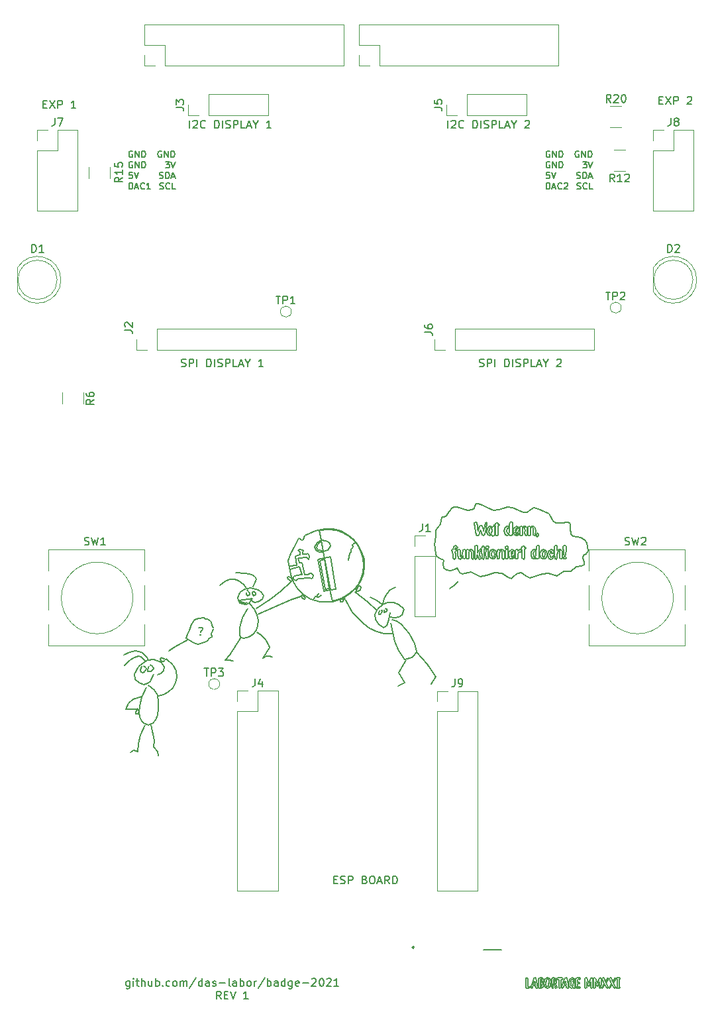
<source format=gbr>
%TF.GenerationSoftware,KiCad,Pcbnew,5.1.10*%
%TF.CreationDate,2021-07-13T19:15:49+02:00*%
%TF.ProjectId,lni-badge,6c6e692d-6261-4646-9765-2e6b69636164,rev?*%
%TF.SameCoordinates,Original*%
%TF.FileFunction,Legend,Top*%
%TF.FilePolarity,Positive*%
%FSLAX46Y46*%
G04 Gerber Fmt 4.6, Leading zero omitted, Abs format (unit mm)*
G04 Created by KiCad (PCBNEW 5.1.10) date 2021-07-13 19:15:49*
%MOMM*%
%LPD*%
G01*
G04 APERTURE LIST*
%ADD10C,0.150000*%
%ADD11C,0.200000*%
%ADD12C,0.120000*%
G04 APERTURE END LIST*
D10*
X113541180Y-106275142D02*
X113588800Y-106322761D01*
X113541180Y-106370380D01*
X113493561Y-106322761D01*
X113541180Y-106275142D01*
X113541180Y-106370380D01*
X113350704Y-105418000D02*
X113445942Y-105370380D01*
X113684038Y-105370380D01*
X113779276Y-105418000D01*
X113826895Y-105513238D01*
X113826895Y-105608476D01*
X113779276Y-105703714D01*
X113731657Y-105751333D01*
X113636419Y-105798952D01*
X113588800Y-105846571D01*
X113541180Y-105941809D01*
X113541180Y-105989428D01*
D11*
X161185890Y-150652941D02*
X161159644Y-150614440D01*
X161255018Y-150671314D02*
X161185890Y-150652941D01*
X161298771Y-150666939D02*
X161255018Y-150671314D01*
X161367026Y-150601311D02*
X161298771Y-150666939D01*
X137026748Y-106123540D02*
X138072632Y-106185385D01*
X160112216Y-96633190D02*
X160112178Y-96633190D01*
X160226555Y-96584187D02*
X160112216Y-96633190D01*
X160266224Y-96473347D02*
X160226555Y-96584187D01*
X147680533Y-90411091D02*
X148307337Y-90347994D01*
X117324116Y-99229181D02*
X117889313Y-99245342D01*
X157140400Y-95510827D02*
X157400583Y-95422154D01*
X156980558Y-95736007D02*
X157140400Y-95510827D01*
X156923389Y-95955354D02*
X156980558Y-95736007D01*
X149905495Y-95157295D02*
X149982499Y-95250634D01*
X149830822Y-95160795D02*
X149905495Y-95157295D01*
X149830805Y-95096669D02*
X149830822Y-95160795D01*
X162595822Y-97046466D02*
X162574883Y-97372332D01*
X162461253Y-96520372D02*
X162595822Y-97046466D01*
X151415200Y-91987261D02*
X151520206Y-92018763D01*
X151306691Y-92014095D02*
X151415200Y-91987261D01*
X159336116Y-95531796D02*
X159179773Y-95760477D01*
X159427121Y-95611134D02*
X159336116Y-95531796D01*
X159456291Y-95789645D02*
X159427121Y-95611134D01*
X104953194Y-114532514D02*
X104339100Y-115062863D01*
X106009022Y-114201075D02*
X104953194Y-114532514D01*
X108808810Y-113981689D02*
X108152364Y-114118135D01*
X150695433Y-92465588D02*
X150772440Y-92529759D01*
X150572926Y-92438755D02*
X150695433Y-92465588D01*
X149252093Y-96123373D02*
X149338434Y-96367221D01*
X149173924Y-95864357D02*
X149252093Y-96123373D01*
X149340768Y-95635676D02*
X149173924Y-95864357D01*
X151517951Y-96616895D02*
X151460781Y-96515389D01*
X151611290Y-96634396D02*
X151517951Y-96616895D01*
X151684795Y-96622729D02*
X151611290Y-96634396D01*
X151765299Y-96542224D02*
X151684795Y-96622729D01*
X151783954Y-95857348D02*
X151765299Y-96542224D01*
X151804951Y-95717339D02*
X151783954Y-95857348D01*
X110553895Y-111726084D02*
X110378432Y-112463999D01*
X110448232Y-110940875D02*
X110553895Y-111726084D01*
X109997092Y-110149602D02*
X110448232Y-110940875D01*
X149380447Y-95251845D02*
X149421282Y-95212176D01*
X149373448Y-95293847D02*
X149380447Y-95251845D01*
X149425952Y-95377853D02*
X149373448Y-95293847D01*
X160112178Y-96633190D02*
X159999004Y-96585354D01*
X160103979Y-96173495D02*
X160104022Y-96173495D01*
X160226486Y-96077823D02*
X160103979Y-96173495D01*
X108173863Y-114896304D02*
X108045733Y-114053493D01*
X108158745Y-115768635D02*
X108173863Y-114896304D01*
X108064174Y-116561568D02*
X108158745Y-115768635D01*
X104548871Y-109565392D02*
X105135087Y-109204928D01*
X103816022Y-110223895D02*
X104548871Y-109565392D01*
X106686372Y-109219265D02*
X106866912Y-109527804D01*
X153356731Y-95638000D02*
X153305395Y-95747673D01*
X153424402Y-95592498D02*
X153356731Y-95638000D01*
X153471074Y-95635667D02*
X153424402Y-95592498D01*
X156368039Y-96333343D02*
X156431042Y-96187501D01*
X156259533Y-96391680D02*
X156368039Y-96333343D01*
X156628170Y-96633208D02*
X156628222Y-96633195D01*
X156817180Y-96506033D02*
X156628170Y-96633208D01*
X156828836Y-95741819D02*
X156817180Y-96506033D01*
X156819494Y-94988106D02*
X156828836Y-95741819D01*
X138873909Y-108340170D02*
X139652522Y-109428155D01*
X155821763Y-151403702D02*
X155795517Y-151344201D01*
X155888266Y-151425575D02*
X155821763Y-151403702D01*
X155911888Y-151424728D02*
X155888266Y-151425575D01*
X148917302Y-96100028D02*
X148917322Y-96159495D01*
X149011810Y-96338043D02*
X148917302Y-96100028D01*
X149109814Y-96597059D02*
X149011810Y-96338043D01*
X108366939Y-109465999D02*
X108594476Y-109735591D01*
X108475050Y-109202949D02*
X108366939Y-109465999D01*
X109056122Y-109432295D02*
X108475050Y-109202949D01*
X115035657Y-105160829D02*
X115189000Y-105410000D01*
X114986916Y-105002341D02*
X115052005Y-105277420D01*
X114798008Y-104550071D02*
X114986916Y-105002341D01*
X109136122Y-109393495D02*
X109997092Y-110149602D01*
X106315176Y-109447462D02*
X106417452Y-109672176D01*
X105927929Y-109118914D02*
X106315176Y-109447462D01*
X107143222Y-110161195D02*
X107454988Y-110415677D01*
X108791202Y-109721009D02*
X109020346Y-109525866D01*
X108594476Y-109735591D02*
X108791202Y-109721009D01*
X136531232Y-103689331D02*
X136758079Y-103345887D01*
X164262462Y-150782446D02*
X164343841Y-150576808D01*
X164201209Y-150579432D02*
X164262462Y-150782446D01*
X164032322Y-150189158D02*
X164201209Y-150579432D01*
X163903691Y-150134028D02*
X164032322Y-150189158D01*
X131457305Y-101882591D02*
X131427384Y-102128710D01*
X137056122Y-103116195D02*
X137026882Y-103460034D01*
X133356522Y-100902495D02*
X134876667Y-102084847D01*
X139676162Y-112438005D02*
X138837838Y-112888039D01*
X121568692Y-109288161D02*
X121948839Y-109081457D01*
X134356533Y-104929531D02*
X135165809Y-105475975D01*
X138352447Y-104117475D02*
X137733166Y-104043315D01*
X136770824Y-103133178D02*
X136651765Y-103162578D01*
X149192652Y-96648395D02*
X149109814Y-96597059D01*
X149249822Y-96651895D02*
X149192652Y-96648395D01*
X148337421Y-96637897D02*
X148337422Y-96637895D01*
X146290990Y-95601839D02*
X146113644Y-95624007D01*
X146370328Y-95494499D02*
X146290990Y-95601839D01*
X146283988Y-95397660D02*
X146370328Y-95494499D01*
X156604927Y-93774695D02*
X156569925Y-93781697D01*
X156749602Y-93620686D02*
X156604927Y-93774695D01*
X156774098Y-93513346D02*
X156749602Y-93620686D01*
X126915035Y-101604910D02*
X126697322Y-101308397D01*
X161507038Y-150184785D02*
X161794933Y-150123531D01*
X161495665Y-150450802D02*
X161507038Y-150184785D01*
X161510538Y-151062465D02*
X161495665Y-150450802D01*
X161538534Y-151391485D02*
X161510538Y-151062465D01*
X140595615Y-109174383D02*
X140930945Y-108877405D01*
X154675178Y-96482753D02*
X154656523Y-96240071D01*
X154765015Y-96600593D02*
X154675178Y-96482753D01*
X154887522Y-96639095D02*
X154765015Y-96600593D01*
X150366332Y-95017325D02*
X150386172Y-95077996D01*
X150202990Y-94975322D02*
X150366332Y-95017325D01*
X150103818Y-94986989D02*
X150202990Y-94975322D01*
X158820561Y-150655566D02*
X158846808Y-150504182D01*
X158758432Y-150756198D02*
X158820561Y-150655566D01*
X158665678Y-150794701D02*
X158758432Y-150756198D01*
X158983331Y-151436135D02*
X158983322Y-151436115D01*
X156994325Y-151291723D02*
X157110708Y-151248845D01*
X157015270Y-151432524D02*
X157015322Y-151432605D01*
X157238406Y-151380023D02*
X157015270Y-151432524D01*
X148828375Y-89606142D02*
X149037401Y-89533588D01*
X146304607Y-97779731D02*
X146116007Y-97950335D01*
X155016971Y-92987120D02*
X155013472Y-92816776D01*
X155012314Y-93314974D02*
X155016971Y-92987120D01*
X155015814Y-93506319D02*
X155012314Y-93314974D01*
X159748163Y-151403702D02*
X159721917Y-151344201D01*
X159814669Y-151425575D02*
X159748163Y-151403702D01*
X159838291Y-151424728D02*
X159814669Y-151425575D01*
X159875917Y-151393226D02*
X159838291Y-151424728D01*
X166625239Y-150276787D02*
X166322471Y-150747567D01*
X166637488Y-150236533D02*
X166625239Y-150276787D01*
X166628739Y-150207656D02*
X166637488Y-150236533D01*
X166560486Y-150165656D02*
X166628739Y-150207656D01*
X153045153Y-92580006D02*
X153047410Y-92411996D01*
X153039311Y-92564840D02*
X153045153Y-92580006D01*
X137355041Y-105104204D02*
X136919152Y-105360781D01*
X148527622Y-92053795D02*
X148589457Y-91938288D01*
X148527630Y-92063131D02*
X148527622Y-92053795D01*
X148804145Y-93532056D02*
X148708472Y-93150532D01*
X148888151Y-93621894D02*
X148804145Y-93532056D01*
X132612018Y-95958411D02*
X132482347Y-96754235D01*
X132790779Y-95759562D02*
X132612018Y-95958411D01*
X132811776Y-95357771D02*
X132790779Y-95759562D01*
X132922404Y-95234122D02*
X132811776Y-95357771D01*
X149273780Y-98877672D02*
X148086860Y-98261059D01*
X150168213Y-98746405D02*
X149273780Y-98877672D01*
X118958580Y-102205746D02*
X119319044Y-102234082D01*
X120089218Y-98629572D02*
X120503046Y-98909360D01*
X104339100Y-115062863D02*
X103983582Y-115771716D01*
X104953194Y-114532514D02*
X104339100Y-115062863D01*
X106009022Y-114201075D02*
X104953194Y-114532514D01*
X150983626Y-92425919D02*
X151066464Y-92439920D01*
X150824950Y-92506425D02*
X150983626Y-92425919D01*
X149198493Y-93343042D02*
X149151825Y-93534387D01*
X149337335Y-92938184D02*
X149198493Y-93343042D01*
X119813922Y-102358495D02*
X120391574Y-103040026D01*
X161396778Y-150449927D02*
X161367026Y-150601311D01*
X161389779Y-150367671D02*
X161396778Y-150449927D01*
X161351278Y-150259165D02*
X161389779Y-150367671D01*
X161257648Y-150162907D02*
X161351278Y-150259165D01*
X161097512Y-150124407D02*
X161257648Y-150162907D01*
X160860372Y-150196162D02*
X161097512Y-150124407D01*
X160701111Y-150382547D02*
X160860372Y-150196162D01*
X160602232Y-150818323D02*
X160701111Y-150382547D01*
X136444822Y-103159595D02*
X136334489Y-103501902D01*
X144194402Y-92173931D02*
X144353966Y-91282088D01*
X144594597Y-97296151D02*
X144602512Y-96758167D01*
X157458145Y-150799067D02*
X157473893Y-150611804D01*
X157532525Y-151173590D02*
X157458145Y-150799067D01*
X157675160Y-151361728D02*
X157532525Y-151173590D01*
X157893922Y-151432605D02*
X157675160Y-151361728D01*
X160237294Y-150116506D02*
X160294173Y-150127879D01*
X160179540Y-150127004D02*
X160237294Y-150116506D01*
X160113912Y-150183883D02*
X160179540Y-150127004D01*
X159964278Y-150532153D02*
X160113912Y-150183883D01*
X120809622Y-103680995D02*
X125120759Y-101830083D01*
X136859522Y-102386395D02*
X137035496Y-101667735D01*
X105541399Y-121193345D02*
X105051711Y-121098456D01*
X105630383Y-120189813D02*
X105541399Y-121193345D01*
X105900094Y-119119053D02*
X105630383Y-120189813D01*
X158576721Y-96233035D02*
X158614057Y-96196866D01*
X158538218Y-96304206D02*
X158576721Y-96233035D01*
X158477549Y-96369543D02*
X158538218Y-96304206D01*
X129922402Y-94447348D02*
X130105696Y-94679677D01*
X129557948Y-94289069D02*
X129922402Y-94447348D01*
X128986116Y-94240495D02*
X129557948Y-94289069D01*
X129222322Y-95704195D02*
X128986116Y-94240495D01*
X151665322Y-90339829D02*
X152232311Y-90169247D01*
X105589747Y-109077701D02*
X105927929Y-109118914D01*
X105135087Y-109204928D02*
X105589747Y-109077701D01*
X104548871Y-109565392D02*
X105135087Y-109204928D01*
X139777722Y-109532495D02*
X138887563Y-111153655D01*
X147756395Y-96622729D02*
X147682890Y-96634396D01*
X147836899Y-96542224D02*
X147756395Y-96622729D01*
X147855554Y-95857348D02*
X147836899Y-96542224D01*
X160294157Y-95381280D02*
X160226486Y-96077823D01*
X160315154Y-95020758D02*
X160294157Y-95381280D01*
X160113309Y-94888917D02*
X160315154Y-95020758D01*
X144353966Y-91282088D02*
X144698405Y-91238934D01*
X133914918Y-100107091D02*
X134042996Y-100202641D01*
X121252115Y-106357726D02*
X121896732Y-106955203D01*
X162940227Y-150189158D02*
X163109114Y-150579432D01*
X162811596Y-150134028D02*
X162940227Y-150189158D01*
X162688211Y-150210161D02*
X162811596Y-150134028D01*
X162672463Y-150473550D02*
X162688211Y-150210161D01*
X134312451Y-96574129D02*
X134391004Y-97418958D01*
X134085440Y-95757717D02*
X134312451Y-96574129D01*
X133714675Y-94994921D02*
X134085440Y-95757717D01*
X133204861Y-94310940D02*
X133714675Y-94994921D01*
X145789272Y-95415152D02*
X145874444Y-95034795D01*
X145722767Y-95419820D02*
X145789272Y-95415152D01*
X145673763Y-95459489D02*
X145722767Y-95419820D01*
X153962245Y-92429420D02*
X154132589Y-92490090D01*
X153754566Y-92495924D02*
X153962245Y-92429420D01*
X153609891Y-92669768D02*
X153754566Y-92495924D01*
X155795517Y-151344201D02*
X155796364Y-151329328D01*
X155821763Y-151403702D02*
X155795517Y-151344201D01*
X155888266Y-151425575D02*
X155821763Y-151403702D01*
X155911888Y-151424728D02*
X155888266Y-151425575D01*
X120644448Y-105772552D02*
X120268725Y-106268839D01*
X164862808Y-150238280D02*
X164903937Y-150159526D01*
X164871557Y-150286410D02*
X164862808Y-150238280D01*
X165146326Y-150842068D02*
X164871557Y-150286410D01*
X164856682Y-151339098D02*
X165146326Y-150842068D01*
X106577328Y-110441348D02*
X106255508Y-110282211D01*
X106647528Y-110654721D02*
X106577328Y-110441348D01*
X106335227Y-111049360D02*
X106647528Y-110654721D01*
X118599554Y-102194600D02*
X118839171Y-102389984D01*
X159001316Y-96637917D02*
X159001422Y-96637895D01*
X159073653Y-96623916D02*
X159001316Y-96637917D01*
X159156493Y-96517743D02*
X159073653Y-96623916D01*
X158131058Y-150198781D02*
X158266691Y-150386041D01*
X157914921Y-150127026D02*
X158131058Y-150198781D01*
X157695282Y-150198781D02*
X157914921Y-150127026D01*
X157546523Y-150386041D02*
X157695282Y-150198781D01*
X117144120Y-109515991D02*
X117715322Y-109595678D01*
X161241021Y-151427366D02*
X161175390Y-151373111D01*
X161300522Y-151434365D02*
X161241021Y-151427366D01*
X160116556Y-151009085D02*
X160131427Y-151009083D01*
X160012425Y-150985463D02*
X160116556Y-151009085D01*
X163445217Y-150643313D02*
X163368212Y-150855950D01*
X163432968Y-151244474D02*
X163445217Y-150643313D01*
X163433815Y-151345981D02*
X163432968Y-151244474D01*
X163531822Y-151424735D02*
X163433815Y-151345981D01*
X158409294Y-151325013D02*
X158401420Y-150680974D01*
X158530926Y-151427395D02*
X158409294Y-151325013D01*
X158574678Y-151420396D02*
X158530926Y-151427395D01*
X158639432Y-151346891D02*
X158574678Y-151420396D01*
X146433329Y-95831645D02*
X146435586Y-95658968D01*
X146439171Y-96095328D02*
X146433329Y-95831645D01*
X146512675Y-96474518D02*
X146439171Y-96095328D01*
X157589639Y-95863181D02*
X157531300Y-95692837D01*
X157603637Y-96017190D02*
X157589639Y-95863181D01*
X157539465Y-96308875D02*
X157603637Y-96017190D01*
X133083230Y-95106596D02*
X132922404Y-95234122D01*
X132989354Y-94845746D02*
X133083230Y-95106596D01*
X133040425Y-94694304D02*
X132989354Y-94845746D01*
X133327022Y-94521395D02*
X133040425Y-94694304D01*
X155650466Y-93635827D02*
X155576962Y-93647494D01*
X155730970Y-93555322D02*
X155650466Y-93635827D01*
X155749653Y-92870447D02*
X155730970Y-93555322D01*
X121896732Y-106955203D02*
X122266797Y-107684603D01*
X165515595Y-151435268D02*
X165453464Y-151395015D01*
X165546222Y-151436115D02*
X165515595Y-151435268D01*
X164623864Y-151424729D02*
X164623922Y-151424735D01*
X164694744Y-151408981D02*
X164623864Y-151424729D01*
X156734433Y-150790316D02*
X156744056Y-150205781D01*
X156750180Y-151318850D02*
X156734433Y-150790316D01*
X156784307Y-151394104D02*
X156750180Y-151318850D01*
X120268725Y-106268839D02*
X119747623Y-106615009D01*
X137641673Y-104412197D02*
X137355041Y-105104204D01*
X166708291Y-150217983D02*
X166716165Y-150174230D01*
X166740668Y-150272238D02*
X166708291Y-150217983D01*
X166808045Y-150269698D02*
X166740668Y-150272238D01*
X166822918Y-150270544D02*
X166808045Y-150269698D01*
X150827221Y-95689337D02*
X150752551Y-96018357D01*
X150938061Y-95612332D02*
X150827221Y-95689337D01*
X151055903Y-95692837D02*
X150938061Y-95612332D01*
X140948515Y-107467226D02*
X140236763Y-106166793D01*
X163952667Y-151410732D02*
X163892289Y-151422106D01*
X164004297Y-151349479D02*
X163952667Y-151410732D01*
X164015671Y-151159592D02*
X164004297Y-151349479D01*
X164013131Y-150888326D02*
X164015671Y-151159592D01*
X133996688Y-100585835D02*
X133742074Y-100757850D01*
X166811545Y-150744821D02*
X166822918Y-150270544D01*
X166815919Y-151297855D02*
X166811545Y-150744821D01*
X166743290Y-151307479D02*
X166815919Y-151297855D01*
X166712663Y-151360859D02*
X166743290Y-151307479D01*
X138887563Y-111153655D02*
X139676162Y-112438005D01*
X149725860Y-93008189D02*
X149755030Y-93074693D01*
X149680357Y-92840179D02*
X149725860Y-93008189D01*
X125172022Y-99503695D02*
X124753740Y-99213795D01*
X118934321Y-104141530D02*
X119556523Y-102938255D01*
X159813769Y-150982805D02*
X159964278Y-150532153D01*
X159722764Y-151329328D02*
X159813769Y-150982805D01*
X159721917Y-151344201D02*
X159722764Y-151329328D01*
X159748163Y-151403702D02*
X159721917Y-151344201D01*
X155176819Y-93650995D02*
X155176822Y-93650995D01*
X155230489Y-93642828D02*
X155176819Y-93650995D01*
X155308662Y-93552989D02*
X155230489Y-93642828D01*
X152102470Y-95803677D02*
X152069800Y-95631000D01*
X152105969Y-95974021D02*
X152102470Y-95803677D01*
X152101312Y-96301875D02*
X152105969Y-95974021D01*
X132994819Y-103489518D02*
X134356533Y-104929531D01*
X122346610Y-107961713D02*
X121568692Y-109288163D01*
X159814669Y-151425575D02*
X159748163Y-151403702D01*
X159838291Y-151424728D02*
X159814669Y-151425575D01*
X159875917Y-151393226D02*
X159838291Y-151424728D01*
X159925794Y-151253216D02*
X159875917Y-151393226D01*
X160345814Y-151376607D02*
X160288063Y-151145591D01*
X160461322Y-151442235D02*
X160345814Y-151376607D01*
X159496960Y-151426459D02*
X159497022Y-151426485D01*
X159601966Y-151345955D02*
X159496960Y-151426459D01*
X160001576Y-98235426D02*
X159088800Y-98753952D01*
X160471809Y-98224283D02*
X160001576Y-98235426D01*
X163635021Y-150154154D02*
X163688398Y-150230283D01*
X163556264Y-150134906D02*
X163635021Y-150154154D01*
X163502888Y-150140156D02*
X163556264Y-150134906D01*
X163429383Y-150192658D02*
X163502888Y-150140156D01*
X156303880Y-95434967D02*
X156378553Y-95471136D01*
X156193040Y-95419800D02*
X156303880Y-95434967D01*
X155944524Y-95548141D02*
X156193040Y-95419800D01*
X134356533Y-104929531D02*
X135165809Y-105475975D01*
X157473893Y-150611804D02*
X157546523Y-150386041D01*
X157458145Y-150799067D02*
X157473893Y-150611804D01*
X157532525Y-151173590D02*
X157458145Y-150799067D01*
X157675160Y-151361728D02*
X157532525Y-151173590D01*
X166560486Y-150165656D02*
X166628739Y-150207656D01*
X166517608Y-150184904D02*
X166560486Y-150165656D01*
X166243714Y-150577802D02*
X166517608Y-150184904D01*
X166052080Y-150178777D02*
X166243714Y-150577802D01*
X107545683Y-120649915D02*
X108098888Y-121190122D01*
X107620727Y-119758433D02*
X107545683Y-120649915D01*
X107228422Y-117856955D02*
X107620727Y-119758433D01*
X150352359Y-95526038D02*
X150353488Y-95617044D01*
X150282356Y-95433866D02*
X150352359Y-95526038D01*
X150175016Y-95409364D02*
X150282356Y-95433866D01*
X122402742Y-101809706D02*
X123808560Y-100704857D01*
X165832441Y-150159526D02*
X165945321Y-150123650D01*
X165791313Y-150238280D02*
X165832441Y-150159526D01*
X165800062Y-150286410D02*
X165791313Y-150238280D01*
X166074828Y-150842068D02*
X165800062Y-150286410D01*
X152683491Y-95409364D02*
X152790831Y-95433866D01*
X152527148Y-95521371D02*
X152683491Y-95409364D01*
X152511965Y-96020735D02*
X152527148Y-95521371D01*
X128734677Y-92955239D02*
X129869182Y-92867154D01*
X128982238Y-94215999D02*
X128734677Y-92955239D01*
X128433719Y-94548907D02*
X128982238Y-94215999D01*
X128157440Y-95072915D02*
X128433719Y-94548907D01*
X140236763Y-106166793D02*
X139189627Y-104986160D01*
X115994982Y-99938295D02*
X116689270Y-99436853D01*
X158983322Y-151436115D02*
X158946571Y-151433575D01*
X157886048Y-151236593D02*
X157886048Y-151236593D01*
X157774915Y-151166591D02*
X157886048Y-151236593D01*
X157715411Y-150998579D02*
X157774915Y-151166591D01*
X163352379Y-150344045D02*
X163429383Y-150192658D01*
X163251747Y-150576808D02*
X163352379Y-150344045D01*
X163170368Y-150782446D02*
X163251747Y-150576808D01*
X163109114Y-150579432D02*
X163170368Y-150782446D01*
X150324340Y-95300843D02*
X150247333Y-95337011D01*
X150372174Y-95188836D02*
X150324340Y-95300843D01*
X150386172Y-95077996D02*
X150372174Y-95188836D01*
X152861965Y-95617044D02*
X152859707Y-95814223D01*
X152860836Y-95526038D02*
X152861965Y-95617044D01*
X152790831Y-95433866D02*
X152860836Y-95526038D01*
X158011183Y-150345791D02*
X157900052Y-150275785D01*
X158069812Y-150514675D02*
X158011183Y-150345791D01*
X158086433Y-150708937D02*
X158069812Y-150514675D01*
X158056683Y-150987205D02*
X158086433Y-150708937D01*
X155725516Y-151330218D02*
X155717642Y-151375721D01*
X155716767Y-151282963D02*
X155725516Y-151330218D01*
X155669512Y-151242712D02*
X155716767Y-151282963D01*
X162018872Y-151263608D02*
X162071374Y-151335363D01*
X161919990Y-151267982D02*
X162018872Y-151263608D01*
X161828985Y-151272357D02*
X161919990Y-151267982D01*
X161764232Y-151253984D02*
X161828985Y-151272357D01*
X153115247Y-93627726D02*
X153037077Y-93544888D01*
X153221422Y-93646395D02*
X153115247Y-93627726D01*
X155949514Y-151393226D02*
X155911888Y-151424728D01*
X155999394Y-151253216D02*
X155949514Y-151393226D01*
X156027390Y-151174462D02*
X155999394Y-151253216D01*
X156116646Y-151148216D02*
X156027390Y-151174462D01*
X122319722Y-109013115D02*
X122718432Y-109137034D01*
X133739504Y-100152657D02*
X133914918Y-100107091D01*
X156253143Y-150127004D02*
X156310894Y-150116506D01*
X156187512Y-150183883D02*
X156253143Y-150127004D01*
X156037878Y-150532153D02*
X156187512Y-150183883D01*
X160228889Y-96368340D02*
X160266224Y-96473347D01*
X160113381Y-96320504D02*
X160228889Y-96368340D01*
X159997873Y-96368340D02*
X160113381Y-96320504D01*
X156442635Y-96447682D02*
X156442722Y-96437195D01*
X156440378Y-96482684D02*
X156442635Y-96447682D01*
X156443877Y-96531688D02*
X156440378Y-96482684D01*
X153916762Y-92651100D02*
X153865426Y-92760774D01*
X153984433Y-92605598D02*
X153916762Y-92651100D01*
X154031102Y-92648767D02*
X153984433Y-92605598D01*
X120089218Y-98629572D02*
X120503046Y-98909360D01*
X160261811Y-150989835D02*
X160266185Y-150961839D01*
X160214558Y-151003834D02*
X160261811Y-150989835D01*
X160131427Y-151009083D02*
X160214558Y-151003834D01*
X160461307Y-151442207D02*
X160461322Y-151442235D01*
X105444322Y-115732205D02*
X105663837Y-116154038D01*
X107651034Y-113317013D02*
X106866445Y-112763675D01*
X108045733Y-114053493D02*
X107651034Y-113317013D01*
X160085930Y-150728198D02*
X160012425Y-150985463D01*
X160181310Y-150500685D02*
X160085930Y-150728198D01*
X160239064Y-150737825D02*
X160181310Y-150500685D01*
X160266185Y-150961839D02*
X160239064Y-150737825D01*
X161904241Y-150311621D02*
X161764233Y-150330868D01*
X161992622Y-150315995D02*
X161904241Y-150311621D01*
X161996198Y-150316044D02*
X161992622Y-150315995D01*
X162052202Y-150276665D02*
X161996198Y-150316044D01*
X153823426Y-92983621D02*
X153823422Y-92990695D01*
X153833924Y-92887949D02*
X153823426Y-92983621D01*
X153865426Y-92760774D02*
X153833924Y-92887949D01*
X166474735Y-151436228D02*
X166474722Y-151436115D01*
X166556989Y-151408232D02*
X166474735Y-151436228D01*
X166582361Y-151353102D02*
X166556989Y-151408232D01*
X166577986Y-151323351D02*
X166582361Y-151353102D01*
X156086022Y-150985463D02*
X156190153Y-151009085D01*
X156159527Y-150728198D02*
X156086022Y-150985463D01*
X156254910Y-150500685D02*
X156159527Y-150728198D01*
X156312664Y-150737825D02*
X156254910Y-150500685D01*
X114397319Y-104336303D02*
X114798008Y-104550071D01*
X114181741Y-104260788D02*
X114397319Y-104336303D01*
X113965197Y-104167492D02*
X114181741Y-104260788D01*
X162919337Y-150725566D02*
X162921031Y-150888326D01*
X162920184Y-150639810D02*
X162919337Y-150725566D01*
X163023441Y-150981081D02*
X162920184Y-150639810D01*
X163068944Y-151126341D02*
X163023441Y-150981081D01*
X119064872Y-99937430D02*
X119313102Y-100235776D01*
X149556763Y-89724055D02*
X150206067Y-90105913D01*
X127930099Y-98719077D02*
X127874909Y-99063885D01*
X127719181Y-98442058D02*
X127930099Y-98719077D01*
X127528647Y-98456600D02*
X127719181Y-98442058D01*
X127289242Y-98641248D02*
X127528647Y-98456600D01*
X159497022Y-151426485D02*
X159445392Y-151416861D01*
X158665675Y-150258292D02*
X158665678Y-150794701D01*
X158772430Y-150297668D02*
X158665675Y-150258292D01*
X158830185Y-150393051D02*
X158772430Y-150297668D01*
X118582468Y-106404827D02*
X118569066Y-105412300D01*
X162067075Y-150218911D02*
X162052202Y-150276665D01*
X161991820Y-150134030D02*
X162067075Y-150218911D01*
X161794933Y-150123531D02*
X161991820Y-150134030D01*
X161507038Y-150184785D02*
X161794933Y-150123531D01*
X137339264Y-101052035D02*
X137799687Y-100574335D01*
X152896980Y-92448166D02*
X152971653Y-92484335D01*
X152786140Y-92432999D02*
X152896980Y-92448166D01*
X137026748Y-106123540D02*
X138072632Y-106185385D01*
X120809622Y-103680995D02*
X125120759Y-101830083D01*
X153457936Y-90072347D02*
X154787738Y-90689083D01*
X143615722Y-111636805D02*
X143039817Y-112620320D01*
X135263022Y-101504995D02*
X136066984Y-101888587D01*
X120191971Y-100897682D02*
X120351002Y-100706213D01*
X120949160Y-102094327D02*
X120385815Y-102141337D01*
X157171961Y-150613557D02*
X157205213Y-150473547D01*
X157100206Y-150702813D02*
X157171961Y-150613557D01*
X156997824Y-150737814D02*
X157100206Y-150702813D01*
X156993506Y-151223467D02*
X156994325Y-151291723D01*
X122266797Y-107684601D02*
X122346610Y-107961711D01*
X118569066Y-105412300D02*
X118934321Y-104141530D01*
X146784351Y-96063825D02*
X146787851Y-96217834D01*
X146789008Y-95865479D02*
X146784351Y-96063825D01*
X146793665Y-95660133D02*
X146789008Y-95865479D01*
X154274930Y-92861113D02*
X154245762Y-93050125D01*
X154237595Y-92645266D02*
X154274930Y-92861113D01*
X154132589Y-92490090D02*
X154237595Y-92645266D01*
X161201619Y-150445559D02*
X161174497Y-150322177D01*
X161200772Y-150490187D02*
X161201619Y-150445559D01*
X161164018Y-150595193D02*
X161200772Y-150490187D01*
X161159644Y-150614440D02*
X161164018Y-150595193D01*
X155504127Y-151428220D02*
X155399996Y-151430760D01*
X155671265Y-151414221D02*
X155504127Y-151428220D01*
X155717642Y-151375721D02*
X155671265Y-151414221D01*
X125120759Y-101830083D02*
X126356522Y-101386995D01*
X155361495Y-151136831D02*
X155366745Y-151240962D01*
X155364995Y-150845437D02*
X155361495Y-151136831D01*
X155371994Y-150542669D02*
X155364995Y-150845437D01*
X164903937Y-150159526D02*
X165016817Y-150123650D01*
X164862808Y-150238280D02*
X164903937Y-150159526D01*
X164871557Y-150286410D02*
X164862808Y-150238280D01*
X165146326Y-150842068D02*
X164871557Y-150286410D01*
X117144120Y-109515991D02*
X117715322Y-109595678D01*
X112521216Y-107248076D02*
X111711273Y-106730227D01*
X112853455Y-107441474D02*
X112521216Y-107248076D01*
X113270722Y-107506495D02*
X112853455Y-107441474D01*
X151293878Y-95659003D02*
X151363881Y-95984523D01*
X151149203Y-95487492D02*
X151293878Y-95659003D01*
X150925189Y-95422154D02*
X151149203Y-95487492D01*
X149210162Y-92449320D02*
X149307003Y-92338480D01*
X149141325Y-92706002D02*
X149210162Y-92449320D01*
X145783447Y-95629834D02*
X145726275Y-95625166D01*
X145804444Y-96168867D02*
X145783447Y-95629834D01*
X145821942Y-96494387D02*
X145804444Y-96168867D01*
X151268275Y-93495852D02*
X151249620Y-93253170D01*
X151358112Y-93613693D02*
X151268275Y-93495852D01*
X119313351Y-98438167D02*
X120089218Y-98629572D01*
X119396398Y-101167523D02*
X119409499Y-100888700D01*
X120163091Y-101644906D02*
X118499042Y-101958695D01*
X158241856Y-95852679D02*
X158230201Y-96021856D01*
X158290859Y-95674168D02*
X158241856Y-95852679D01*
X158380698Y-95591330D02*
X158290859Y-95674168D01*
X156744824Y-94900600D02*
X156819494Y-94988106D01*
X156633984Y-94878432D02*
X156744824Y-94900600D01*
X156478807Y-94969437D02*
X156633984Y-94878432D01*
X152612318Y-94986989D02*
X152711490Y-94975322D01*
X152522478Y-95054660D02*
X152612318Y-94986989D01*
X152538819Y-95208670D02*
X152522478Y-95054660D01*
X106103805Y-111133218D02*
X106335227Y-111049360D01*
X105922921Y-111076495D02*
X106103805Y-111133218D01*
X105868113Y-110830489D02*
X105922921Y-111076495D01*
X132010622Y-101630795D02*
X131457305Y-101882591D01*
X135263022Y-101504995D02*
X136066983Y-101888587D01*
X158394711Y-96396380D02*
X158477549Y-96369543D01*
X158283871Y-96313541D02*
X158394711Y-96396380D01*
X158230201Y-96021856D02*
X158283871Y-96313541D01*
X156997715Y-150737814D02*
X156997824Y-150737814D01*
X156998561Y-150679186D02*
X156997715Y-150737814D01*
X156996021Y-150402668D02*
X156998561Y-150679186D01*
X156994328Y-150262660D02*
X156996021Y-150402668D01*
X153917880Y-93640494D02*
X153917922Y-93640495D01*
X154185065Y-93526154D02*
X153917880Y-93640494D01*
X154255067Y-93390812D02*
X154185065Y-93526154D01*
X135914946Y-104341143D02*
X135875439Y-103682926D01*
X146732022Y-96640195D02*
X146512675Y-96474518D01*
X146001690Y-96637903D02*
X146001622Y-96637895D01*
X146145197Y-96515396D02*
X146001690Y-96637903D01*
X165945321Y-150123650D02*
X166052080Y-150178777D01*
X165832441Y-150159526D02*
X165945321Y-150123650D01*
X165791313Y-150238280D02*
X165832441Y-150159526D01*
X165800062Y-150286410D02*
X165791313Y-150238280D01*
X156463652Y-95161949D02*
X156478807Y-94969437D01*
X156454310Y-95398797D02*
X156463652Y-95161949D01*
X156452053Y-95566807D02*
X156454310Y-95398797D01*
X128183961Y-95333798D02*
X128157440Y-95072915D01*
X128353624Y-95555113D02*
X128183961Y-95333798D01*
X128691460Y-95707748D02*
X128353624Y-95555113D01*
X129222495Y-95762589D02*
X128691460Y-95707748D01*
X150945122Y-93673195D02*
X150810945Y-93612525D01*
X148980313Y-93639393D02*
X148980322Y-93639395D01*
X160805276Y-92081328D02*
X160850196Y-92730116D01*
X160553213Y-91902272D02*
X160805276Y-92081328D01*
X156526745Y-93617185D02*
X156505748Y-93558848D01*
X156499906Y-93687189D02*
X156526745Y-93617185D01*
X156488250Y-93719858D02*
X156499906Y-93687189D01*
X145666764Y-95509659D02*
X145673763Y-95459489D01*
X145676107Y-95567995D02*
X145666764Y-95509659D01*
X145726275Y-95625166D02*
X145676107Y-95567995D01*
X153410280Y-93519232D02*
X153221270Y-93646407D01*
X153421936Y-92755018D02*
X153410280Y-93519232D01*
X146528852Y-95412786D02*
X146587188Y-95405785D01*
X146437845Y-95500292D02*
X146528852Y-95412786D01*
X146435586Y-95658968D02*
X146437845Y-95500292D01*
X154040443Y-92728105D02*
X154031102Y-92648767D01*
X153997272Y-92929951D02*
X154040443Y-92728105D01*
X153895768Y-93024457D02*
X153997272Y-92929951D01*
X147288383Y-96630858D02*
X147090037Y-96495516D01*
X147424891Y-96531686D02*
X147288383Y-96630858D01*
X147435390Y-95942483D02*
X147424891Y-96531686D01*
X118839171Y-102389984D02*
X119411802Y-102404891D01*
X137799687Y-100574335D02*
X138445632Y-100269675D01*
X152792416Y-90025106D02*
X153457936Y-90072347D01*
X120332822Y-100734795D02*
X120565876Y-100972468D01*
X137419899Y-103111970D02*
X137230399Y-102916183D01*
X152537624Y-92561340D02*
X152786140Y-92432999D01*
X152412783Y-92825023D02*
X152537624Y-92561340D01*
X156868313Y-151425606D02*
X156784307Y-151394104D01*
X157015322Y-151432605D02*
X156868313Y-151425606D01*
X156190153Y-151009085D02*
X156205027Y-151009083D01*
X159076085Y-150497213D02*
X158993829Y-150778106D01*
X159031458Y-150296824D02*
X159076085Y-150497213D01*
X158705937Y-150123565D02*
X159031458Y-150296824D01*
X158409294Y-150221570D02*
X158705937Y-150123565D01*
X151144636Y-92537926D02*
X151145765Y-92680268D01*
X151066464Y-92439920D02*
X151144636Y-92537926D01*
X119440422Y-102366595D02*
X118902306Y-102306485D01*
X135165809Y-105475975D02*
X136056844Y-105880524D01*
X120748354Y-103759887D02*
X120899361Y-104480387D01*
X165696735Y-150276787D02*
X165393964Y-150747567D01*
X165708983Y-150236533D02*
X165696735Y-150276787D01*
X165700234Y-150207656D02*
X165708983Y-150236533D01*
X165631979Y-150165656D02*
X165700234Y-150207656D01*
X151138766Y-93247303D02*
X151128267Y-93530821D01*
X151145765Y-92680268D02*
X151138766Y-93247303D01*
X158069812Y-150514675D02*
X158011183Y-150345791D01*
X158086433Y-150708937D02*
X158069812Y-150514675D01*
X158056683Y-150987205D02*
X158086433Y-150708937D01*
X157988430Y-151166591D02*
X158056683Y-150987205D01*
X129411326Y-96471750D02*
X129222495Y-95762589D01*
X128567689Y-96663473D02*
X129411326Y-96471750D01*
X129328291Y-100734243D02*
X128567689Y-96663473D01*
X130073269Y-100570085D02*
X129328291Y-100734243D01*
X163602650Y-151408981D02*
X163531770Y-151424729D01*
X163655152Y-151349477D02*
X163602650Y-151408981D01*
X163677899Y-150795568D02*
X163655152Y-151349477D01*
X163688398Y-150230283D02*
X163677899Y-150795568D01*
X157403850Y-150436715D02*
X157405543Y-150479593D01*
X157313719Y-150229327D02*
X157403850Y-150436715D01*
X157059953Y-150129570D02*
X157313719Y-150229327D01*
X153686911Y-96339208D02*
X153695067Y-96377710D01*
X153649576Y-96296038D02*
X153686911Y-96339208D01*
X153621580Y-96290205D02*
X153649576Y-96296038D01*
X148694466Y-91907953D02*
X148758635Y-91916120D01*
X148589457Y-91938288D02*
X148694466Y-91907953D01*
X118086992Y-98378095D02*
X119313351Y-98438167D01*
X165546222Y-151436115D02*
X165515595Y-151435268D01*
X164623864Y-151424729D02*
X164623922Y-151424735D01*
X164694744Y-151408981D02*
X164623864Y-151424729D01*
X164747246Y-151349477D02*
X164694744Y-151408981D01*
X149084155Y-92925349D02*
X149141325Y-92706002D01*
X149044486Y-93019855D02*
X149084155Y-92925349D01*
X154648311Y-95380185D02*
X154624922Y-95380195D01*
X154647182Y-95666036D02*
X154648311Y-95380185D01*
X154656523Y-96240071D02*
X154647182Y-95666036D01*
X152804874Y-96598271D02*
X152706867Y-96628606D01*
X152849209Y-96504932D02*
X152804874Y-96598271D01*
X152859707Y-95814223D02*
X152849209Y-96504932D01*
X159031458Y-150296824D02*
X159076085Y-150497213D01*
X158705937Y-150123565D02*
X159031458Y-150296824D01*
X158409294Y-150221570D02*
X158705937Y-150123565D01*
X158401420Y-150680974D02*
X158409294Y-150221570D01*
X158639432Y-151346891D02*
X158574678Y-151420396D01*
X158647306Y-151129876D02*
X158639432Y-151346891D01*
X158653430Y-150899738D02*
X158647306Y-151129876D01*
X158664803Y-150898045D02*
X158653430Y-150899738D01*
X150780612Y-93471350D02*
X150745608Y-93534353D01*
X150810945Y-93612525D02*
X150780612Y-93471350D01*
X164011437Y-150725566D02*
X164013131Y-150888326D01*
X164012284Y-150639810D02*
X164011437Y-150725566D01*
X164115541Y-150981081D02*
X164012284Y-150639810D01*
X164161044Y-151126341D02*
X164115541Y-150981081D01*
X133356522Y-100902495D02*
X134876667Y-102084847D01*
X138904370Y-102458022D02*
X139527166Y-103060637D01*
X144698405Y-91238934D02*
X144957169Y-91079793D01*
X105311634Y-116386334D02*
X105390148Y-115845274D01*
X105511236Y-116430668D02*
X105311634Y-116386334D01*
X105663837Y-116154038D02*
X105511236Y-116430668D01*
X153044022Y-92957995D02*
X153024182Y-92814486D01*
X153044082Y-93016356D02*
X153044022Y-92957995D01*
X148527046Y-90162096D02*
X148654146Y-89841765D01*
X109441538Y-113633031D02*
X108808810Y-113981689D01*
X109986196Y-113113391D02*
X109441538Y-113633031D01*
X110378432Y-112463999D02*
X109986196Y-113113391D01*
X166716165Y-150174230D02*
X166753794Y-150134855D01*
X166708291Y-150217983D02*
X166716165Y-150174230D01*
X166740668Y-150272238D02*
X166708291Y-150217983D01*
X166808045Y-150269698D02*
X166740668Y-150272238D01*
X130388922Y-102011695D02*
X130073269Y-100570085D01*
X128464367Y-101223876D02*
X128731868Y-101025129D01*
X128506822Y-101460695D02*
X128464367Y-101223876D01*
X128606946Y-101467299D02*
X129014738Y-101274124D01*
X156284072Y-95594873D02*
X156170898Y-95675378D01*
X156373912Y-95653210D02*
X156284072Y-95594873D01*
X156431082Y-95801386D02*
X156373912Y-95653210D01*
X147624544Y-95413989D02*
X147699214Y-95401154D01*
X147533538Y-95523662D02*
X147624544Y-95413989D01*
X147528882Y-95887684D02*
X147533538Y-95523662D01*
X127238320Y-95919191D02*
X127358515Y-95970575D01*
X127075322Y-96041095D02*
X127238320Y-95919191D01*
X126599316Y-96041161D02*
X127075322Y-96041095D01*
X126588970Y-95758595D02*
X126599316Y-96041161D01*
X125863894Y-98706426D02*
X126525682Y-98594124D01*
X125434695Y-98890204D02*
X125863894Y-98706426D01*
X125462322Y-99234462D02*
X125434695Y-98890204D01*
X125725860Y-99426843D02*
X125462322Y-99234462D01*
X164648361Y-150134906D02*
X164727115Y-150154154D01*
X164594982Y-150140156D02*
X164648361Y-150134906D01*
X164521477Y-150192658D02*
X164594982Y-150140156D01*
X164444473Y-150344045D02*
X164521477Y-150192658D01*
X146792536Y-95553960D02*
X146793665Y-95660133D01*
X146712029Y-95434953D02*
X146792536Y-95553960D01*
X146587188Y-95405785D02*
X146712029Y-95434953D01*
X124886922Y-97548296D02*
X125887982Y-97449800D01*
X130388820Y-102090624D02*
X130388822Y-102090695D01*
X131686715Y-101640055D02*
X130388820Y-102090624D01*
X132724226Y-101023579D02*
X131686715Y-101640055D01*
X120643286Y-99234585D02*
X120456809Y-99849554D01*
X167074065Y-150710642D02*
X167057442Y-151291678D01*
X167077565Y-150427999D02*
X167074065Y-150710642D01*
X167074065Y-150263489D02*
X167077565Y-150427999D01*
X167127445Y-150256490D02*
X167074065Y-150263489D01*
X159127681Y-150205758D02*
X159174933Y-150144505D01*
X159123306Y-150253010D02*
X159127681Y-150205758D01*
X159183684Y-150364143D02*
X159123306Y-150253010D01*
X159297440Y-150357144D02*
X159183684Y-150364143D01*
X149387507Y-92320980D02*
X149468011Y-92337315D01*
X149307003Y-92338480D02*
X149387507Y-92320980D01*
X165628484Y-151408232D02*
X165546231Y-151436228D01*
X165653856Y-151353102D02*
X165628484Y-151408232D01*
X165649482Y-151323351D02*
X165653856Y-151353102D01*
X165393964Y-150747567D02*
X165649482Y-151323351D01*
X149280107Y-95432664D02*
X149395615Y-95489834D01*
X149220603Y-95447830D02*
X149280107Y-95432664D01*
X149112097Y-95558670D02*
X149220603Y-95447830D01*
X157988430Y-151166591D02*
X158056683Y-150987205D01*
X157886048Y-151236593D02*
X157988430Y-151166591D01*
X157893924Y-151432606D02*
X157893922Y-151432605D01*
X158093438Y-151361729D02*
X157893924Y-151432606D01*
X136758079Y-103345887D02*
X136770824Y-103133178D01*
X161255018Y-150671314D02*
X161185890Y-150652941D01*
X161298771Y-150666939D02*
X161255018Y-150671314D01*
X161367026Y-150601311D02*
X161298771Y-150666939D01*
X161396778Y-150449927D02*
X161367026Y-150601311D01*
X158311324Y-150940828D02*
X158236070Y-151173591D01*
X158331446Y-150730812D02*
X158311324Y-150940828D01*
X158266691Y-150386041D02*
X158331446Y-150730812D01*
X158131058Y-150198781D02*
X158266691Y-150386041D01*
X157893922Y-151432605D02*
X157675160Y-151361728D01*
X156997715Y-150737814D02*
X156997824Y-150737814D01*
X156998561Y-150679186D02*
X156997715Y-150737814D01*
X156996021Y-150402668D02*
X156998561Y-150679186D01*
X165785186Y-151339098D02*
X166074828Y-150842068D01*
X165779062Y-151368850D02*
X165785186Y-151339098D01*
X165787811Y-151399477D02*
X165779062Y-151368850D01*
X165821937Y-151426598D02*
X165787811Y-151399477D01*
X152763998Y-92688478D02*
X152700995Y-93010498D01*
X152877172Y-92607973D02*
X152763998Y-92688478D01*
X150648759Y-92606796D02*
X150525084Y-92697802D01*
X150765432Y-92670966D02*
X150648759Y-92606796D01*
X155235511Y-150127901D02*
X155322142Y-150146274D01*
X155113004Y-150211033D02*
X155235511Y-150127901D01*
X155105130Y-150691437D02*
X155113004Y-150211033D01*
X164525915Y-151345981D02*
X164525068Y-151244474D01*
X164623922Y-151424735D02*
X164525915Y-151345981D01*
X163531770Y-151424729D02*
X163531822Y-151424735D01*
X163602650Y-151408981D02*
X163531770Y-151424729D01*
X160294173Y-150127879D02*
X160364178Y-150199634D01*
X160237294Y-150116506D02*
X160294173Y-150127879D01*
X160179540Y-150127004D02*
X160237294Y-150116506D01*
X160113912Y-150183883D02*
X160179540Y-150127004D01*
X158454203Y-95713837D02*
X158380698Y-95591330D01*
X158425035Y-95849179D02*
X158454203Y-95713837D01*
X158419193Y-95873681D02*
X158425035Y-95849179D01*
X121948839Y-109081459D02*
X122319722Y-109013117D01*
X155445499Y-151255835D02*
X155585509Y-151247961D01*
X155366745Y-151240962D02*
X155445499Y-151255835D01*
X155361495Y-151136831D02*
X155366745Y-151240962D01*
X155364995Y-150845437D02*
X155361495Y-151136831D01*
X156611914Y-151428209D02*
X156534907Y-151442207D01*
X156664416Y-151360831D02*
X156611914Y-151428209D01*
X156593536Y-150944305D02*
X156664416Y-151360831D01*
X118281415Y-101562544D02*
X118545941Y-100917759D01*
X163165198Y-151188469D02*
X163068944Y-151126341D01*
X163265830Y-151134215D02*
X163165198Y-151188469D01*
X163368212Y-150855950D02*
X163265830Y-151134215D01*
X163445217Y-150643313D02*
X163368212Y-150855950D01*
X110280264Y-107834377D02*
X109493142Y-108386235D01*
X111969622Y-106953895D02*
X110280264Y-107834377D01*
X108098888Y-121190122D02*
X108170244Y-121699905D01*
X154652921Y-95191175D02*
X154659920Y-95076835D01*
X154563082Y-95212176D02*
X154652921Y-95191175D01*
X154522247Y-95251845D02*
X154563082Y-95212176D01*
X108882399Y-110355551D02*
X108821371Y-110862473D01*
X108464850Y-109766100D02*
X108882399Y-110355551D01*
X107536658Y-109458300D02*
X108464850Y-109766100D01*
X156067012Y-93314974D02*
X156071669Y-92987120D01*
X156070512Y-93506319D02*
X156067012Y-93314974D01*
X156231522Y-93650995D02*
X156070512Y-93506319D01*
X158665675Y-150258292D02*
X158665678Y-150794701D01*
X158772430Y-150297668D02*
X158665675Y-150258292D01*
X158830185Y-150393051D02*
X158772430Y-150297668D01*
X158846808Y-150504182D02*
X158830185Y-150393051D01*
X141130372Y-108410725D02*
X140948515Y-107467226D01*
X155770651Y-92730438D02*
X155749653Y-92870447D01*
X155832488Y-92613764D02*
X155770651Y-92730438D01*
X155933995Y-92567094D02*
X155832488Y-92613764D01*
X131994822Y-101717595D02*
X132994819Y-103489518D01*
X163251747Y-150576808D02*
X163352379Y-150344045D01*
X163170368Y-150782446D02*
X163251747Y-150576808D01*
X163109114Y-150579432D02*
X163170368Y-150782446D01*
X162940227Y-150189158D02*
X163109114Y-150579432D01*
X118700931Y-102184980D02*
X118567054Y-101996561D01*
X146330638Y-94977625D02*
X146401810Y-95167803D01*
X146112459Y-94884286D02*
X146330638Y-94977625D01*
X145874444Y-95034795D02*
X146112459Y-94884286D01*
X164343841Y-150576808D02*
X164444473Y-150344045D01*
X164262462Y-150782446D02*
X164343841Y-150576808D01*
X164201209Y-150579432D02*
X164262462Y-150782446D01*
X164032322Y-150189158D02*
X164201209Y-150579432D01*
X128191751Y-93063341D02*
X129404276Y-92806303D01*
X126893450Y-93620674D02*
X128191751Y-93063341D01*
X126677526Y-94140432D02*
X126893450Y-93620674D01*
X126484345Y-94243267D02*
X126677526Y-94140432D01*
X149745602Y-96639050D02*
X149745622Y-96639095D01*
X149844775Y-96539878D02*
X149745602Y-96639050D01*
X149833119Y-95356808D02*
X149844775Y-96539878D01*
X158983331Y-151436135D02*
X158983322Y-151436115D01*
X159062088Y-151414263D02*
X158983331Y-151436135D01*
X159088333Y-151363511D02*
X159062088Y-151414263D01*
X159083084Y-151337264D02*
X159088333Y-151363511D01*
X137026882Y-103460034D02*
X137250101Y-103375940D01*
X158385352Y-95412820D02*
X158576696Y-95468823D01*
X158178839Y-95480491D02*
X158385352Y-95412820D01*
X158032995Y-95655502D02*
X158178839Y-95480491D01*
X119788314Y-102256526D02*
X120163091Y-101644906D01*
X160893604Y-150513814D02*
X160860353Y-150700199D01*
X160972361Y-150336178D02*
X160893604Y-150513814D01*
X161091366Y-150266173D02*
X160972361Y-150336178D01*
X161174497Y-150322177D02*
X161091366Y-150266173D01*
X157698788Y-150802567D02*
X157715411Y-150998579D01*
X157728540Y-150524302D02*
X157698788Y-150802567D01*
X157795921Y-150345791D02*
X157728540Y-150524302D01*
X157900052Y-150275785D02*
X157795921Y-150345791D01*
X154246911Y-93352309D02*
X154255067Y-93390812D01*
X154209573Y-93309140D02*
X154246911Y-93352309D01*
X154181577Y-93303306D02*
X154209573Y-93309140D01*
X165315210Y-150577802D02*
X165589101Y-150184904D01*
X165123573Y-150178777D02*
X165315210Y-150577802D01*
X165016817Y-150123650D02*
X165123573Y-150178777D01*
X164903937Y-150159526D02*
X165016817Y-150123650D01*
X158957079Y-150971493D02*
X159019207Y-151152629D01*
X158894947Y-150858610D02*
X158957079Y-150971493D01*
X158993829Y-150778106D02*
X158894947Y-150858610D01*
X159076085Y-150497213D02*
X158993829Y-150778106D01*
X117889313Y-99245342D02*
X118374646Y-99415396D01*
X166822918Y-150270544D02*
X166808045Y-150269698D01*
X166811545Y-150744821D02*
X166822918Y-150270544D01*
X166815919Y-151297855D02*
X166811545Y-150744821D01*
X166743290Y-151307479D02*
X166815919Y-151297855D01*
X126133012Y-93990635D02*
X126484345Y-94243267D01*
X125562892Y-94993439D02*
X126133012Y-93990635D01*
X125112883Y-95888067D02*
X125562892Y-94993439D01*
X124770722Y-96859095D02*
X125112883Y-95888067D01*
X149554351Y-92429487D02*
X149680357Y-92840179D01*
X149468011Y-92337315D02*
X149554351Y-92429487D01*
X157914921Y-150127026D02*
X158131058Y-150198781D01*
X157695282Y-150198781D02*
X157914921Y-150127026D01*
X157546523Y-150386041D02*
X157695282Y-150198781D01*
X157473893Y-150611804D02*
X157546523Y-150386041D01*
X106293922Y-117629870D02*
X106920965Y-117822165D01*
X105996683Y-117322929D02*
X106293922Y-117629870D01*
X105775839Y-116853640D02*
X105996683Y-117322929D01*
X139189627Y-104986160D02*
X138601072Y-104589750D01*
X135165809Y-105475975D02*
X136056844Y-105880524D01*
X163556264Y-150134906D02*
X163635021Y-150154154D01*
X163502888Y-150140156D02*
X163556264Y-150134906D01*
X163429383Y-150192658D02*
X163502888Y-150140156D01*
X163352379Y-150344045D02*
X163429383Y-150192658D01*
X156359833Y-92731605D02*
X156384330Y-93047791D01*
X156254827Y-92494757D02*
X156359833Y-92731605D01*
X156033147Y-92409585D02*
X156254827Y-92494757D01*
X166074828Y-150842068D02*
X165800062Y-150286410D01*
X165785186Y-151339098D02*
X166074828Y-150842068D01*
X165779062Y-151368850D02*
X165785186Y-151339098D01*
X165787811Y-151399477D02*
X165779062Y-151368850D01*
X155949514Y-151393226D02*
X155911888Y-151424728D01*
X155999394Y-151253216D02*
X155949514Y-151393226D01*
X156027390Y-151174462D02*
X155999394Y-151253216D01*
X126680561Y-95613091D02*
X126588970Y-95758595D01*
X126628188Y-95511876D02*
X126680561Y-95613091D01*
X126302751Y-95436882D02*
X126628188Y-95511876D01*
X126035061Y-95522744D02*
X126302751Y-95436882D01*
X150206067Y-90105913D02*
X150979146Y-90371908D01*
X150520429Y-93640526D02*
X150513422Y-93640495D01*
X150745608Y-93534353D02*
X150520429Y-93640526D01*
X167120446Y-151422933D02*
X166861431Y-151432557D01*
X167161574Y-151356428D02*
X167120446Y-151422933D01*
X167131822Y-151299552D02*
X167161574Y-151356428D01*
X167057442Y-151291678D02*
X167131822Y-151299552D01*
X152232311Y-90169247D02*
X152792416Y-90025106D01*
X107849038Y-117192761D02*
X108064174Y-116561568D01*
X107479311Y-117625273D02*
X107849038Y-117192761D01*
X106920965Y-117822165D02*
X107479311Y-117625273D01*
X152289156Y-95481659D02*
X152394162Y-95718507D01*
X152067476Y-95396487D02*
X152289156Y-95481659D01*
X151915799Y-95430323D02*
X152067476Y-95396487D01*
X165821937Y-151426598D02*
X165787811Y-151399477D01*
X165842934Y-151429138D02*
X165821937Y-151426598D01*
X165881435Y-151408141D02*
X165842934Y-151429138D01*
X166157078Y-150999489D02*
X165881435Y-151408141D01*
X159375321Y-150351895D02*
X159297440Y-150357144D01*
X159375390Y-150700192D02*
X159375321Y-150351895D01*
X159387638Y-151338107D02*
X159375390Y-150700192D01*
X159445392Y-151416861D02*
X159387638Y-151338107D01*
X118374646Y-99415396D02*
X119064872Y-99937430D01*
X118601902Y-102282195D02*
X118354089Y-101920105D01*
X152755820Y-93323183D02*
X152852661Y-93404855D01*
X152709151Y-93155173D02*
X152755820Y-93323183D01*
X152700995Y-93010498D02*
X152709151Y-93155173D01*
X120391574Y-103040026D02*
X120748354Y-103759887D01*
X126004396Y-99154995D02*
X125725860Y-99426843D01*
X127506526Y-99068059D02*
X126004396Y-99154995D01*
X127732809Y-99134077D02*
X127506526Y-99068059D01*
X127874909Y-99063885D02*
X127732809Y-99134077D01*
X162183146Y-93899566D02*
X162716103Y-94243547D01*
X161147885Y-93736965D02*
X162183146Y-93899566D01*
X107528622Y-111325895D02*
X107105323Y-112238699D01*
X146024990Y-100000974D02*
X145439731Y-100368230D01*
X146526322Y-99454395D02*
X146024990Y-100000974D01*
X161034490Y-151219106D02*
X161149120Y-151082598D01*
X160925106Y-151149101D02*
X161034490Y-151219106D01*
X160855978Y-150813082D02*
X160925106Y-151149101D01*
X160860353Y-150700199D02*
X160855978Y-150813082D01*
X161942747Y-150728052D02*
X162000498Y-150795433D01*
X161901619Y-150726359D02*
X161942747Y-150728052D01*
X161848240Y-150727206D02*
X161901619Y-150726359D01*
X161788736Y-150725512D02*
X161848240Y-150727206D01*
X156482408Y-93438674D02*
X156562914Y-93339501D01*
X156477751Y-93479510D02*
X156482408Y-93438674D01*
X156505748Y-93558848D02*
X156477751Y-93479510D01*
X155176822Y-93650995D02*
X155015814Y-93506319D01*
X153895761Y-93024530D02*
X153895768Y-93024457D01*
X153823422Y-92990695D02*
X153895761Y-93024530D01*
X156446211Y-95551641D02*
X156452053Y-95566807D01*
X156424056Y-95514305D02*
X156446211Y-95551641D01*
X156378553Y-95471136D02*
X156424056Y-95514305D01*
X154694956Y-92870447D02*
X154676301Y-93555322D01*
X154715953Y-92730438D02*
X154694956Y-92870447D01*
X154777791Y-92613764D02*
X154715953Y-92730438D01*
X143492197Y-94722442D02*
X143548635Y-94416180D01*
X164747246Y-151349477D02*
X164694744Y-151408981D01*
X164769993Y-150795568D02*
X164747246Y-151349477D01*
X164780492Y-150230283D02*
X164769993Y-150795568D01*
X164727115Y-150154154D02*
X164780492Y-150230283D01*
X153149075Y-96562058D02*
X153017235Y-96387047D01*
X153357922Y-96627395D02*
X153149075Y-96562058D01*
X152678826Y-95346344D02*
X152678826Y-95346345D01*
X149483122Y-95380195D02*
X149425952Y-95377853D01*
X149506411Y-95380185D02*
X149483122Y-95380195D01*
X149505282Y-95666036D02*
X149506411Y-95380185D01*
X119096238Y-106773375D02*
X118769200Y-106688707D01*
X151461938Y-95523662D02*
X151552944Y-95413989D01*
X151457282Y-95887684D02*
X151461938Y-95523662D01*
X151460781Y-96515389D02*
X151457282Y-95887684D01*
X151108348Y-92306947D02*
X151115347Y-92264945D01*
X151160852Y-92390953D02*
X151108348Y-92306947D01*
X156283784Y-151135092D02*
X156116646Y-151148216D01*
X156361663Y-151145591D02*
X156283784Y-151135092D01*
X156419417Y-151376607D02*
X156361663Y-151145591D01*
X156534922Y-151442235D02*
X156419417Y-151376607D01*
X156035502Y-92644099D02*
X155933995Y-92567094D01*
X156068170Y-92816776D02*
X156035502Y-92644099D01*
X156071669Y-92987120D02*
X156068170Y-92816776D01*
X151218022Y-92393295D02*
X151160852Y-92390953D01*
X151241408Y-92393284D02*
X151218022Y-92393295D01*
X160590816Y-151360831D02*
X160538311Y-151428209D01*
X160519936Y-150944305D02*
X160590816Y-151360831D01*
X160364178Y-150199634D02*
X160519936Y-150944305D01*
X160294173Y-150127879D02*
X160364178Y-150199634D01*
X126422523Y-101385658D02*
X126594352Y-101638517D01*
X160860372Y-150196162D02*
X161097512Y-150124407D01*
X160701111Y-150382547D02*
X160860372Y-150196162D01*
X160602232Y-150818323D02*
X160701111Y-150382547D01*
X160610106Y-150958333D02*
X160602232Y-150818323D01*
X164769993Y-150795568D02*
X164747246Y-151349477D01*
X164780492Y-150230283D02*
X164769993Y-150795568D01*
X164727115Y-150154154D02*
X164780492Y-150230283D01*
X164648361Y-150134906D02*
X164727115Y-150154154D01*
X159123306Y-150253010D02*
X159127681Y-150205758D01*
X159183684Y-150364143D02*
X159123306Y-150253010D01*
X159297440Y-150357144D02*
X159183684Y-150364143D01*
X159375321Y-150351895D02*
X159297440Y-150357144D01*
X162860570Y-151410732D02*
X162800192Y-151422106D01*
X162912197Y-151349479D02*
X162860570Y-151410732D01*
X162923571Y-151159592D02*
X162912197Y-151349479D01*
X162921031Y-150888326D02*
X162923571Y-151159592D01*
X160925106Y-151149101D02*
X161034490Y-151219106D01*
X160855978Y-150813082D02*
X160925106Y-151149101D01*
X160860353Y-150700199D02*
X160855978Y-150813082D01*
X160893604Y-150513814D02*
X160860353Y-150700199D01*
X167154566Y-150197861D02*
X167127445Y-150256490D01*
X167121315Y-150132230D02*
X167154566Y-150197861D01*
X166982182Y-150126981D02*
X167121315Y-150132230D01*
X166753794Y-150134855D02*
X166982182Y-150126981D01*
X158013680Y-98497320D02*
X157251049Y-98517889D01*
X159088800Y-98753952D02*
X158013680Y-98497320D01*
X155887369Y-150982805D02*
X156037878Y-150532153D01*
X155796364Y-151329328D02*
X155887369Y-150982805D01*
X155795517Y-151344201D02*
X155796364Y-151329328D01*
X151480525Y-93652153D02*
X151480622Y-93652195D01*
X151579698Y-93552980D02*
X151480525Y-93652153D01*
X161764232Y-151253984D02*
X161828985Y-151272357D01*
X161748484Y-151071098D02*
X161764232Y-151253984D01*
X161746790Y-150981843D02*
X161748484Y-151071098D01*
X161755539Y-150890837D02*
X161746790Y-150981843D01*
X127603585Y-101768961D02*
X126659222Y-101193546D01*
X128833041Y-102090411D02*
X127603585Y-101768961D01*
X130388822Y-102090695D02*
X128833041Y-102090411D01*
X166861431Y-151432557D02*
X166861422Y-151432605D01*
X163777656Y-151338978D02*
X163759283Y-151054586D01*
X163838034Y-151412482D02*
X163777656Y-151338978D01*
X163892289Y-151422106D02*
X163838034Y-151412482D01*
X163952667Y-151410732D02*
X163892289Y-151422106D01*
X166556989Y-151408232D02*
X166474735Y-151436228D01*
X166582361Y-151353102D02*
X166556989Y-151408232D01*
X166577986Y-151323351D02*
X166582361Y-151353102D01*
X166322471Y-150747567D02*
X166577986Y-151323351D01*
X156197805Y-90081293D02*
X156748267Y-90246978D01*
X157121212Y-150297661D02*
X156994328Y-150262660D01*
X157186840Y-150379917D02*
X157121212Y-150297661D01*
X157205213Y-150473547D02*
X157186840Y-150379917D01*
X157171961Y-150613557D02*
X157205213Y-150473547D01*
X106296112Y-112663655D02*
X105656439Y-112453007D01*
X106780313Y-112551797D02*
X106296112Y-112663655D01*
X107105323Y-112238699D02*
X106780313Y-112551797D01*
X138365997Y-107199965D02*
X138873909Y-108340170D01*
X156116051Y-96142074D02*
X156162720Y-96310084D01*
X156107895Y-95997398D02*
X156116051Y-96142074D01*
X156170898Y-95675378D02*
X156107895Y-95997398D01*
X120503046Y-98909360D02*
X120643286Y-99234585D01*
X165653856Y-151353102D02*
X165628484Y-151408232D01*
X165649482Y-151323351D02*
X165653856Y-151353102D01*
X165393964Y-150747567D02*
X165649482Y-151323351D01*
X165696735Y-150276787D02*
X165393964Y-150747567D01*
X154152416Y-95986856D02*
X154136075Y-96508388D01*
X154199087Y-95815345D02*
X154152416Y-95986856D01*
X154280756Y-95715005D02*
X154199087Y-95815345D01*
X159601966Y-151345955D02*
X159496960Y-151426459D01*
X159608965Y-150939928D02*
X159601966Y-151345955D01*
X159602841Y-150344894D02*
X159608965Y-150939928D01*
X159621214Y-150344047D02*
X159602841Y-150344894D01*
X153709078Y-93575158D02*
X153577235Y-93400147D01*
X153917922Y-93640495D02*
X153709078Y-93575158D01*
X152852661Y-93404855D02*
X152852733Y-93404880D01*
X136334489Y-103501902D02*
X136376664Y-103709908D01*
X156522047Y-96614526D02*
X156443877Y-96531688D01*
X156628222Y-96633195D02*
X156522047Y-96614526D01*
X154887399Y-96639050D02*
X154887522Y-96639095D01*
X156437778Y-150199634D02*
X156593536Y-150944305D01*
X156367773Y-150127879D02*
X156437778Y-150199634D01*
X156310894Y-150116506D02*
X156367773Y-150127879D01*
X156253143Y-150127004D02*
X156310894Y-150116506D01*
X165589101Y-150184904D02*
X165631979Y-150165656D01*
X165315210Y-150577802D02*
X165589101Y-150184904D01*
X165123573Y-150178777D02*
X165315210Y-150577802D01*
X165016817Y-150123650D02*
X165123573Y-150178777D01*
X152537647Y-96492097D02*
X152511965Y-96020735D01*
X152595982Y-96593603D02*
X152537647Y-96492097D01*
X152674155Y-96627438D02*
X152595982Y-96593603D01*
X157886048Y-151236593D02*
X157988430Y-151166591D01*
X157893924Y-151432606D02*
X157893922Y-151432605D01*
X158093438Y-151361729D02*
X157893924Y-151432606D01*
X158236070Y-151173591D02*
X158093438Y-151361729D01*
X153994902Y-96627396D02*
X153994922Y-96627395D01*
X154056737Y-96616895D02*
X153994902Y-96627396D01*
X154136075Y-96508388D02*
X154056737Y-96616895D01*
X157728540Y-150524302D02*
X157698788Y-150802567D01*
X157795921Y-150345791D02*
X157728540Y-150524302D01*
X157900052Y-150275785D02*
X157795921Y-150345791D01*
X158011183Y-150345791D02*
X157900052Y-150275785D01*
X159062088Y-151414263D02*
X158983331Y-151436135D01*
X159088333Y-151363511D02*
X159062088Y-151414263D01*
X159083084Y-151337264D02*
X159088333Y-151363511D01*
X159019207Y-151152629D02*
X159083084Y-151337264D01*
X153989082Y-93262472D02*
X153889909Y-93243803D01*
X154151258Y-93201801D02*
X153989082Y-93262472D01*
X154245762Y-93050125D02*
X154151258Y-93201801D01*
X151568014Y-92369910D02*
X151579698Y-93552980D01*
X151656688Y-92362908D02*
X151568014Y-92369910D01*
X158236070Y-151173591D02*
X158093438Y-151361729D01*
X158311324Y-150940828D02*
X158236070Y-151173591D01*
X158331446Y-150730812D02*
X158311324Y-150940828D01*
X158266691Y-150386041D02*
X158331446Y-150730812D01*
X121576292Y-101302152D02*
X121425054Y-101762713D01*
X148997758Y-95719680D02*
X149112097Y-95558670D01*
X148924253Y-95838687D02*
X148997758Y-95719680D01*
X148940594Y-95026637D02*
X148924253Y-95838687D01*
X143556777Y-95272098D02*
X143492197Y-94722442D01*
X154538613Y-92414252D02*
X154693790Y-92535593D01*
X154463943Y-92427087D02*
X154538613Y-92414252D01*
X154372937Y-92536760D02*
X154463943Y-92427087D01*
X157353914Y-150913620D02*
X157395917Y-151093006D01*
X157250657Y-150797237D02*
X157353914Y-150913620D01*
X157366165Y-150667728D02*
X157250657Y-150797237D01*
X157405543Y-150479593D02*
X157366165Y-150667728D01*
X148823994Y-96629691D02*
X148738822Y-96648360D01*
X148909166Y-96523518D02*
X148823994Y-96629691D01*
X148917322Y-96159495D02*
X148909166Y-96523518D01*
X119319044Y-102234082D02*
X119532000Y-102145202D01*
X126829269Y-101767544D02*
X126915035Y-101604910D01*
X154978473Y-92409585D02*
X155200156Y-92494757D01*
X154826798Y-92443421D02*
X154978473Y-92409585D01*
X154693790Y-92535593D02*
X154826798Y-92443421D01*
X166322471Y-150747567D02*
X166577986Y-151323351D01*
X166625239Y-150276787D02*
X166322471Y-150747567D01*
X166637488Y-150236533D02*
X166625239Y-150276787D01*
X166628739Y-150207656D02*
X166637488Y-150236533D01*
X155518615Y-92427087D02*
X155593288Y-92414252D01*
X155427610Y-92536760D02*
X155518615Y-92427087D01*
X155422953Y-92900782D02*
X155427610Y-92536760D01*
X161495665Y-150450802D02*
X161507038Y-150184785D01*
X161510538Y-151062465D02*
X161495665Y-150450802D01*
X161538534Y-151391485D02*
X161510538Y-151062465D01*
X161634789Y-151429986D02*
X161538534Y-151391485D01*
X137035496Y-101667735D02*
X137339263Y-101052035D01*
X120643286Y-99234585D02*
X120456809Y-99849554D01*
X153254056Y-96150196D02*
X153353229Y-96395211D01*
X153276239Y-96188699D02*
X153254056Y-96150196D01*
X153329909Y-96230701D02*
X153276239Y-96188699D01*
X136919152Y-105360781D02*
X136337732Y-105014495D01*
X156784307Y-151394104D02*
X156750180Y-151318850D01*
X156868313Y-151425606D02*
X156784307Y-151394104D01*
X157015322Y-151432605D02*
X156868313Y-151425606D01*
X156190153Y-151009085D02*
X156205027Y-151009083D01*
X158824939Y-151217438D02*
X158776812Y-151062555D01*
X158887067Y-151392450D02*
X158824939Y-151217438D01*
X158946571Y-151433575D02*
X158887067Y-151392450D01*
X158983322Y-151436115D02*
X158946571Y-151433575D01*
X130861722Y-100492995D02*
X130123922Y-100584595D01*
X130131022Y-96297395D02*
X130861722Y-100492995D01*
X129404122Y-96476895D02*
X130131022Y-96297395D01*
X130123922Y-100584595D02*
X129404122Y-96476895D01*
X161425657Y-151289984D02*
X161423117Y-151365238D01*
X161414284Y-150885709D02*
X161425657Y-151289984D01*
X161346031Y-150821831D02*
X161414284Y-150885709D01*
X161286528Y-150813082D02*
X161346031Y-150821831D01*
X160885028Y-93462667D02*
X161147885Y-93736965D01*
X160850196Y-92730116D02*
X160885028Y-93462667D01*
X156339785Y-150961839D02*
X156312664Y-150737825D01*
X156335411Y-150989835D02*
X156339785Y-150961839D01*
X156288158Y-151003834D02*
X156335411Y-150989835D01*
X156205027Y-151009083D02*
X156288158Y-151003834D01*
X155371994Y-150542669D02*
X155364995Y-150845437D01*
X155378993Y-150246025D02*
X155371994Y-150542669D01*
X155378146Y-150221528D02*
X155378993Y-150246025D01*
X155322142Y-150146274D02*
X155378146Y-150221528D01*
X133513828Y-100274494D02*
X132724226Y-101023579D01*
X134067990Y-99426101D02*
X133513828Y-100274494D01*
X134399185Y-98511702D02*
X134067990Y-99426101D01*
X134519885Y-97564594D02*
X134399185Y-98511702D01*
X161871922Y-150880395D02*
X161800167Y-150882088D01*
X161935748Y-150880311D02*
X161871922Y-150880395D01*
X161985625Y-150846185D02*
X161935748Y-150880311D01*
X162000498Y-150795433D02*
X161985625Y-150846185D01*
X161770422Y-151435235D02*
X161634789Y-151429986D01*
X161300608Y-151434366D02*
X161300522Y-151434365D01*
X161371488Y-151423867D02*
X161300608Y-151434366D01*
X161423117Y-151365238D02*
X161371488Y-151423867D01*
X166719662Y-151399359D02*
X166712663Y-151360859D01*
X166748539Y-151425606D02*
X166719662Y-151399359D01*
X166861422Y-151432605D02*
X166748539Y-151425606D01*
X166474735Y-151436228D02*
X166474722Y-151436115D01*
X119411802Y-102404891D02*
X119788314Y-102256526D01*
X148141400Y-95631000D02*
X148039896Y-95553995D01*
X148174070Y-95803677D02*
X148141400Y-95631000D01*
X148177569Y-95974021D02*
X148174070Y-95803677D01*
X126697322Y-101308397D02*
X126512462Y-101191909D01*
X154823610Y-98556924D02*
X154573414Y-98388230D01*
X155099319Y-98813819D02*
X154823610Y-98556924D01*
X139652522Y-109428155D02*
X140595615Y-109174383D01*
X154522292Y-93647494D02*
X154428953Y-93629993D01*
X154595794Y-93635827D02*
X154522292Y-93647494D01*
X154676301Y-93555322D02*
X154595794Y-93635827D01*
X158776812Y-151062555D02*
X158664803Y-150898045D01*
X158824939Y-151217438D02*
X158776812Y-151062555D01*
X158887067Y-151392450D02*
X158824939Y-151217438D01*
X158946571Y-151433575D02*
X158887067Y-151392450D01*
X156285163Y-93642828D02*
X156231493Y-93650995D01*
X156363333Y-93552989D02*
X156285163Y-93642828D01*
X156384330Y-93047791D02*
X156363333Y-93552989D01*
X154879295Y-92567094D02*
X154777791Y-92613764D01*
X154980802Y-92644099D02*
X154879295Y-92567094D01*
X155013472Y-92816776D02*
X154980802Y-92644099D01*
X123808560Y-100704857D02*
X125124722Y-99536095D01*
X162472574Y-96090376D02*
X162461253Y-96520372D01*
X162610899Y-96054899D02*
X162472574Y-96090376D01*
X139676162Y-112438005D02*
X138837838Y-112888039D01*
X139350456Y-103784452D02*
X138925213Y-104083959D01*
X143596206Y-93544708D02*
X143642292Y-92924127D01*
X120564524Y-101186028D02*
X120315344Y-101371488D01*
X132994819Y-103489518D02*
X134356533Y-104929531D01*
X161764233Y-150330868D02*
X161747610Y-150395621D01*
X161904241Y-150311621D02*
X161764233Y-150330868D01*
X161992622Y-150315995D02*
X161904241Y-150311621D01*
X161996198Y-150316044D02*
X161992622Y-150315995D01*
X160181310Y-150500685D02*
X160085930Y-150728198D01*
X160239064Y-150737825D02*
X160181310Y-150500685D01*
X160266185Y-150961839D02*
X160239064Y-150737825D01*
X160261811Y-150989835D02*
X160266185Y-150961839D01*
X143654644Y-96071728D02*
X143556777Y-95272098D01*
X164856682Y-151339098D02*
X165146326Y-150842068D01*
X164850558Y-151368850D02*
X164856682Y-151339098D01*
X164859307Y-151399477D02*
X164850558Y-151368850D01*
X164893433Y-151426598D02*
X164859307Y-151399477D01*
X156534907Y-151442207D02*
X156534922Y-151442235D01*
X156611914Y-151428209D02*
X156534907Y-151442207D01*
X156664416Y-151360831D02*
X156611914Y-151428209D01*
X156593536Y-150944305D02*
X156664416Y-151360831D01*
X164012284Y-150639810D02*
X164011437Y-150725566D01*
X164115541Y-150981081D02*
X164012284Y-150639810D01*
X164161044Y-151126341D02*
X164115541Y-150981081D01*
X164257298Y-151188469D02*
X164161044Y-151126341D01*
X120933005Y-100566488D02*
X121351639Y-100870404D01*
X163655152Y-151349477D02*
X163602650Y-151408981D01*
X163677899Y-150795568D02*
X163655152Y-151349477D01*
X163688398Y-150230283D02*
X163677899Y-150795568D01*
X163635021Y-150154154D02*
X163688398Y-150230283D01*
X143642292Y-92924127D02*
X143899434Y-92594239D01*
X117316788Y-108860602D02*
X116693602Y-109584615D01*
X164357930Y-151134215D02*
X164257298Y-151188469D01*
X164460312Y-150855950D02*
X164357930Y-151134215D01*
X164537317Y-150643313D02*
X164460312Y-150855950D01*
X164525068Y-151244474D02*
X164537317Y-150643313D01*
X130388917Y-102011679D02*
X130388922Y-102011695D01*
X131481281Y-101673515D02*
X130388917Y-102011679D01*
X132392259Y-101187373D02*
X131481281Y-101673515D01*
X133126556Y-100578452D02*
X132392259Y-101187373D01*
X150979146Y-90371908D02*
X151665322Y-90339829D01*
X153814056Y-93163298D02*
X153913229Y-93408313D01*
X153836239Y-93201800D02*
X153814056Y-93163298D01*
X153889909Y-93243803D02*
X153836239Y-93201800D01*
X119905702Y-100306825D02*
X120933005Y-100566488D01*
X145965771Y-89966425D02*
X146310426Y-89964648D01*
X164952934Y-151408141D02*
X164914431Y-151429138D01*
X165228575Y-150999489D02*
X164952934Y-151408141D01*
X165453464Y-151395015D02*
X165228575Y-150999489D01*
X165515595Y-151435268D02*
X165453464Y-151395015D01*
X136376664Y-103709908D02*
X136531232Y-103689331D01*
X117316788Y-108860602D02*
X116693602Y-109584615D01*
X138601072Y-104589750D02*
X138001612Y-104402065D01*
X146161478Y-95112966D02*
X146150979Y-95115309D01*
X146245484Y-95226140D02*
X146161478Y-95112966D01*
X146267637Y-95270477D02*
X146245484Y-95226140D01*
X151066430Y-93636994D02*
X150945091Y-93673163D01*
X151128267Y-93530821D02*
X151066430Y-93636994D01*
X118086992Y-98378095D02*
X119313351Y-98438167D01*
X160879210Y-98184979D02*
X160471809Y-98224283D01*
X161603490Y-97581972D02*
X160879210Y-98184979D01*
X134876667Y-102084847D02*
X136053102Y-103238775D01*
X150581098Y-93494684D02*
X150684939Y-93430513D01*
X150945091Y-93673163D02*
X150945122Y-93673195D01*
X142541276Y-110050487D02*
X143615722Y-111636805D01*
X120859693Y-105163839D02*
X120644448Y-105772552D01*
X148980322Y-93639395D02*
X148888151Y-93621894D01*
X148086860Y-98261059D02*
X147008622Y-98540795D01*
X154972622Y-95160795D02*
X155047292Y-95157295D01*
X154972608Y-95096669D02*
X154972622Y-95160795D01*
X154927103Y-95005663D02*
X154972608Y-95096669D01*
X106765860Y-109569491D02*
X107536658Y-109458300D01*
X106137599Y-109937476D02*
X106765860Y-109569491D01*
X105637020Y-110400055D02*
X106137599Y-109937476D01*
X148672314Y-94914592D02*
X148778486Y-94884257D01*
X148620978Y-95002097D02*
X148672314Y-94914592D01*
X148583640Y-96266837D02*
X148620978Y-95002097D01*
X120711222Y-102944995D02*
X122402742Y-101809706D01*
X157403850Y-150436715D02*
X157405543Y-150479593D01*
X157313719Y-150229327D02*
X157403850Y-150436715D01*
X157059953Y-150129570D02*
X157313719Y-150229327D01*
X156979447Y-150127030D02*
X157059953Y-150129570D01*
X152578488Y-95311343D02*
X152538819Y-95208670D01*
X152678826Y-95346345D02*
X152578488Y-95311343D01*
X152706867Y-96628606D02*
X152706822Y-96628595D01*
X151718525Y-92282403D02*
X151656688Y-92362908D01*
X151717397Y-92263734D02*
X151718525Y-92282403D01*
X134876667Y-102084847D02*
X136053102Y-103238775D01*
X103816022Y-110223895D02*
X104548871Y-109565392D01*
X106686372Y-109219265D02*
X106866912Y-109527804D01*
X106127941Y-108652182D02*
X106686372Y-109219265D01*
X150940393Y-96382380D02*
X151064068Y-96308875D01*
X150893679Y-96623895D02*
X150893722Y-96623895D01*
X151113028Y-96555058D02*
X150893679Y-96623895D01*
X149400271Y-95559838D02*
X149340768Y-95635676D01*
X149410770Y-95528336D02*
X149400271Y-95559838D01*
X149395615Y-95489834D02*
X149410770Y-95528336D01*
X137035497Y-101667735D02*
X137339264Y-101052035D01*
X159953507Y-95850308D02*
X159909170Y-95040591D01*
X159976847Y-96077822D02*
X159953507Y-95850308D01*
X160104022Y-96173495D02*
X159976847Y-96077822D01*
X151782791Y-95522495D02*
X151915799Y-95430323D01*
X151627614Y-95401154D02*
X151782791Y-95522495D01*
X151552944Y-95413989D02*
X151627614Y-95401154D01*
X110378432Y-112463999D02*
X109986195Y-113113391D01*
X110553895Y-111726084D02*
X110378432Y-112463999D01*
X110448232Y-110940875D02*
X110553895Y-111726084D01*
X159459791Y-95959989D02*
X159456291Y-95789645D01*
X159457533Y-96112832D02*
X159459791Y-95959989D01*
X159456404Y-96238840D02*
X159457533Y-96112832D01*
X157250657Y-150797237D02*
X157353914Y-150913620D01*
X157366165Y-150667728D02*
X157250657Y-150797237D01*
X157405543Y-150479593D02*
X157366165Y-150667728D01*
X136056844Y-105880524D02*
X137026748Y-106123540D01*
X151253020Y-92089933D02*
X151306691Y-92014095D01*
X151246021Y-92204273D02*
X151253020Y-92089933D01*
X133407122Y-100898395D02*
X133556867Y-100397154D01*
X153994922Y-96627395D02*
X153891081Y-96600561D01*
X153335661Y-96011331D02*
X153335739Y-96011357D01*
X153263322Y-95977495D02*
X153335661Y-96011331D01*
X154822097Y-94974161D02*
X154927103Y-95005663D01*
X154713591Y-95000997D02*
X154822097Y-94974161D01*
X154659920Y-95076835D02*
X154713591Y-95000997D01*
X151114239Y-95863181D02*
X151055903Y-95692837D01*
X151128237Y-96017190D02*
X151114239Y-95863181D01*
X151064068Y-96308875D02*
X151128237Y-96017190D01*
X150665006Y-95510827D02*
X150925189Y-95422154D01*
X150505161Y-95736007D02*
X150665006Y-95510827D01*
X150447992Y-95955354D02*
X150505161Y-95736007D01*
X154001918Y-95417489D02*
X154088255Y-95434990D01*
X153909744Y-95438489D02*
X154001918Y-95417489D01*
X153822241Y-95557496D02*
X153909744Y-95438489D01*
X157932657Y-96083695D02*
X158032995Y-95655502D01*
X157938499Y-96202702D02*
X157932657Y-96083695D01*
X157992169Y-96395214D02*
X157938499Y-96202702D01*
X105680546Y-116205637D02*
X105775839Y-116853640D01*
X105759958Y-115362555D02*
X105680546Y-116205637D01*
X106063232Y-114308029D02*
X105759958Y-115362555D01*
X105900094Y-119119053D02*
X105630383Y-120189813D01*
X106460822Y-117832215D02*
X105900094Y-119119053D01*
X103983582Y-115771716D02*
X105572902Y-115797369D01*
X119545471Y-101334979D02*
X119396398Y-101167523D01*
X159674587Y-95458292D02*
X159787761Y-95703307D01*
X159434241Y-95369620D02*
X159674587Y-95458292D01*
X159291897Y-95398788D02*
X159434241Y-95369620D01*
X148601135Y-92582330D02*
X148527630Y-92063131D01*
X148708472Y-93150532D02*
X148601135Y-92582330D01*
X118769200Y-106688707D02*
X118582468Y-106404827D01*
X147876551Y-95717339D02*
X147855554Y-95857348D01*
X147938389Y-95600665D02*
X147876551Y-95717339D01*
X148039896Y-95553995D02*
X147938389Y-95600665D01*
X146731794Y-96640191D02*
X146732022Y-96640195D01*
X146909139Y-96550352D02*
X146731794Y-96640191D01*
X147021144Y-96352007D02*
X146909139Y-96550352D01*
X147532381Y-96515389D02*
X147528882Y-95887684D01*
X147589551Y-96616895D02*
X147532381Y-96515389D01*
X147682890Y-96634396D02*
X147589551Y-96616895D01*
X153017156Y-92527504D02*
X153039311Y-92564840D01*
X152971653Y-92484335D02*
X153017156Y-92527504D01*
X149921793Y-95349808D02*
X149833119Y-95356808D01*
X149983628Y-95269303D02*
X149921793Y-95349808D01*
X149982499Y-95250634D02*
X149983628Y-95269303D01*
X164594982Y-150140156D02*
X164648361Y-150134906D01*
X164521477Y-150192658D02*
X164594982Y-150140156D01*
X164444473Y-150344045D02*
X164521477Y-150192658D01*
X164343841Y-150576808D02*
X164444473Y-150344045D01*
X153402245Y-95416320D02*
X153572589Y-95476990D01*
X153194566Y-95482824D02*
X153402245Y-95416320D01*
X153049891Y-95656668D02*
X153194566Y-95482824D01*
X152766306Y-93638239D02*
X152511956Y-93515732D01*
X152940149Y-93577569D02*
X152766306Y-93638239D01*
X105051711Y-121098456D02*
X104595419Y-121309448D01*
X105541399Y-121193345D02*
X105051711Y-121098456D01*
X105630383Y-120189813D02*
X105541399Y-121193345D01*
X155819683Y-95811824D02*
X155944524Y-95548141D01*
X155790516Y-96056839D02*
X155819683Y-95811824D01*
X155918856Y-96502533D02*
X155790516Y-96056839D01*
X158694549Y-96215523D02*
X158721388Y-96276194D01*
X158639711Y-96194523D02*
X158694549Y-96215523D01*
X158614057Y-96196866D02*
X158639711Y-96194523D01*
X105144801Y-111292126D02*
X105637020Y-110400055D01*
X105211971Y-111986138D02*
X105144801Y-111292126D01*
X105656439Y-112453007D02*
X105211971Y-111986138D01*
X149514623Y-96240071D02*
X149505282Y-95666036D01*
X149533278Y-96482753D02*
X149514623Y-96240071D01*
X149623115Y-96600593D02*
X149533278Y-96482753D01*
X147434261Y-95752305D02*
X147435390Y-95942483D01*
X147435390Y-95546959D02*
X147434261Y-95752305D01*
X147371221Y-95444286D02*
X147435390Y-95546959D01*
X146024990Y-100000974D02*
X145439731Y-100368230D01*
X153562076Y-96321707D02*
X153621580Y-96290205D01*
X153406899Y-96409212D02*
X153562076Y-96321707D01*
X153353229Y-96395211D02*
X153406899Y-96409212D01*
X159192724Y-95460625D02*
X159291897Y-95398788D01*
X159143722Y-95510795D02*
X159192724Y-95460625D01*
X159143758Y-95010296D02*
X159143722Y-95510795D01*
X159799417Y-96509523D02*
X159709577Y-96620363D01*
X159815757Y-96035827D02*
X159799417Y-96509523D01*
X159787761Y-95703307D02*
X159815757Y-96035827D01*
X147987399Y-95430323D02*
X148139076Y-95396487D01*
X147854391Y-95522495D02*
X147987399Y-95430323D01*
X147699214Y-95401154D02*
X147854391Y-95522495D01*
X146310426Y-89964648D02*
X147680533Y-90411091D01*
X157015270Y-151432524D02*
X157015322Y-151432605D01*
X157238406Y-151380023D02*
X157015270Y-151432524D01*
X157359166Y-151250514D02*
X157238406Y-151380023D01*
X157395917Y-151093006D02*
X157359166Y-151250514D01*
X156116646Y-151148216D02*
X156027390Y-151174462D01*
X156283784Y-151135092D02*
X156116646Y-151148216D01*
X156361663Y-151145591D02*
X156283784Y-151135092D01*
X150013978Y-95054660D02*
X150103818Y-94986989D01*
X150030319Y-95208670D02*
X150013978Y-95054660D01*
X150069988Y-95311343D02*
X150030319Y-95208670D01*
X105699134Y-108439750D02*
X106127941Y-108652182D01*
X105166397Y-108364358D02*
X105699134Y-108439750D01*
X104526577Y-108493231D02*
X105166397Y-108364358D01*
X155345282Y-90672011D02*
X155770106Y-90292077D01*
X148172912Y-96301875D02*
X148177569Y-95974021D01*
X148176412Y-96493220D02*
X148172912Y-96301875D01*
X148337422Y-96637895D02*
X148176412Y-96493220D01*
X147079482Y-96160662D02*
X147021144Y-96352007D01*
X147078353Y-96238833D02*
X147079482Y-96160662D01*
X147090037Y-96495516D02*
X147078353Y-96238833D01*
X162000498Y-150795433D02*
X161985625Y-150846185D01*
X161942747Y-150728052D02*
X162000498Y-150795433D01*
X161901619Y-150726359D02*
X161942747Y-150728052D01*
X161848240Y-150727206D02*
X161901619Y-150726359D01*
X136066983Y-101888587D02*
X136734492Y-102413781D01*
X157359166Y-151250514D02*
X157238406Y-151380023D01*
X157395917Y-151093006D02*
X157359166Y-151250514D01*
X157353914Y-150913620D02*
X157395917Y-151093006D01*
X139527166Y-103060637D02*
X139350456Y-103784452D01*
X132402470Y-93503957D02*
X133147169Y-94115097D01*
X131522107Y-93059911D02*
X132402470Y-93503957D01*
X130518552Y-92816260D02*
X131522107Y-93059911D01*
X129404276Y-92806303D02*
X130518552Y-92816260D01*
X153429082Y-96249370D02*
X153329909Y-96230701D01*
X153591258Y-96188700D02*
X153429082Y-96249370D01*
X153685763Y-96037024D02*
X153591258Y-96188700D01*
X114950481Y-106202603D02*
X114977358Y-106579382D01*
X115125714Y-105839653D02*
X114950481Y-106202603D01*
X115205348Y-105526591D02*
X115125714Y-105839653D01*
X109997092Y-110149602D02*
X110448232Y-110940875D01*
X109136122Y-109393495D02*
X109997092Y-110149602D01*
X106315176Y-109447462D02*
X106417452Y-109672176D01*
X151265871Y-96382381D02*
X151113028Y-96555058D01*
X151344040Y-96171201D02*
X151265871Y-96382381D01*
X151363881Y-95984523D02*
X151344040Y-96171201D01*
X122266797Y-107684603D02*
X122346610Y-107961713D01*
X119747623Y-106615009D02*
X119096238Y-106773375D01*
X124753740Y-99213795D02*
X124648873Y-98960642D01*
X147269714Y-95423286D02*
X147371221Y-95444286D01*
X147192710Y-95434953D02*
X147269714Y-95423286D01*
X147095871Y-95527125D02*
X147192710Y-95434953D01*
X122319722Y-109013117D02*
X122718432Y-109137036D01*
X160017636Y-94901749D02*
X160113309Y-94888917D01*
X159910299Y-95012589D02*
X160017636Y-94901749D01*
X159909170Y-95040591D02*
X159910299Y-95012589D01*
X122346610Y-107961711D02*
X121568692Y-109288161D01*
X158124009Y-96571391D02*
X157992169Y-96395214D01*
X158334022Y-96637895D02*
X158124009Y-96571391D01*
X157411127Y-96382380D02*
X157415790Y-96382380D01*
X141207322Y-108568895D02*
X142541276Y-110050487D01*
X154515248Y-95293847D02*
X154522247Y-95251845D01*
X154567752Y-95377853D02*
X154515248Y-95293847D01*
X154624922Y-95380195D02*
X154567752Y-95377853D01*
X121351639Y-100870404D02*
X121576292Y-101302152D01*
X154986572Y-96539878D02*
X154887399Y-96639050D01*
X154974916Y-95356808D02*
X154986572Y-96539878D01*
X155063591Y-95349808D02*
X154974916Y-95356808D01*
X149785303Y-95005663D02*
X149830805Y-95096669D01*
X149680297Y-94974161D02*
X149785303Y-95005663D01*
X149571791Y-95000997D02*
X149680297Y-94974161D01*
X121568692Y-109288163D02*
X121948839Y-109081459D01*
X149512346Y-93514553D02*
X149443510Y-93249703D01*
X149715360Y-93635894D02*
X149512346Y-93514553D01*
X150129566Y-93082794D02*
X150193735Y-92744440D01*
X150164567Y-93328976D02*
X150129566Y-93082794D01*
X162969512Y-94570017D02*
X163106616Y-95540696D01*
X162716103Y-94243547D02*
X162969512Y-94570017D01*
X158814749Y-95301980D02*
X158819406Y-94989294D01*
X158822905Y-95998523D02*
X158814749Y-95301980D01*
X158835746Y-96490887D02*
X158822905Y-95998523D01*
X156086022Y-150985463D02*
X156190153Y-151009085D01*
X156159527Y-150728198D02*
X156086022Y-150985463D01*
X156254910Y-150500685D02*
X156159527Y-150728198D01*
X157286286Y-96294874D02*
X157411127Y-96382380D01*
X157234947Y-96138531D02*
X157286286Y-96294874D01*
X157227948Y-96018357D02*
X157234947Y-96138531D01*
X137339263Y-101052035D02*
X137799687Y-100574335D01*
X158694541Y-95711505D02*
X158626869Y-95901683D01*
X158671201Y-95590164D02*
X158694541Y-95711505D01*
X158576696Y-95468823D02*
X158671201Y-95590164D01*
X150081716Y-91928956D02*
X150137720Y-91948790D01*
X149996544Y-91997793D02*
X150081716Y-91928956D01*
X153357880Y-96627392D02*
X153357922Y-96627395D01*
X153625062Y-96513052D02*
X153357880Y-96627392D01*
X153695067Y-96377710D02*
X153625062Y-96513052D01*
X153714933Y-95848012D02*
X153685763Y-96037024D01*
X153677598Y-95632166D02*
X153714933Y-95848012D01*
X153572589Y-95476990D02*
X153677598Y-95632166D01*
X106460822Y-117832215D02*
X105900094Y-119119053D01*
X103983582Y-115771716D02*
X105572902Y-115797369D01*
X104339100Y-115062863D02*
X103983582Y-115771716D01*
X146526322Y-99454395D02*
X146024990Y-100000974D01*
X156995200Y-150866448D02*
X156992660Y-150988080D01*
X157133458Y-150910198D02*
X156995200Y-150866448D01*
X157187712Y-150995079D02*
X157133458Y-150910198D01*
X148391092Y-96629730D02*
X148337421Y-96637897D01*
X148469261Y-96539891D02*
X148391092Y-96629730D01*
X148490259Y-96034693D02*
X148469261Y-96539891D01*
X159157622Y-96277395D02*
X159156493Y-96517743D01*
X159157618Y-96205004D02*
X159157622Y-96277395D01*
X159179773Y-95760477D02*
X159157618Y-96205004D01*
X137799687Y-100574335D02*
X138445632Y-100269675D01*
X158903415Y-96614561D02*
X158835746Y-96490887D01*
X159001422Y-96637895D02*
X158903415Y-96614561D01*
X158334025Y-96637883D02*
X158334022Y-96637895D01*
X149391005Y-93036190D02*
X149337335Y-92938184D01*
X149443510Y-93249703D02*
X149391005Y-93036190D01*
X150341913Y-92525093D02*
X150572926Y-92438755D01*
X150193735Y-92744440D02*
X150341913Y-92525093D01*
X106639522Y-113025695D02*
X106063232Y-114308029D01*
X108492479Y-111236965D02*
X108106439Y-111429130D01*
X108821371Y-110862473D02*
X108492479Y-111236965D01*
X156748267Y-90246978D02*
X158078846Y-90838900D01*
X156992660Y-150988080D02*
X156993506Y-151223467D01*
X156995200Y-150866448D02*
X156992660Y-150988080D01*
X157133458Y-150910198D02*
X156995200Y-150866448D01*
X157187712Y-150995079D02*
X157133458Y-150910198D01*
X106127941Y-108652182D02*
X106686372Y-109219265D01*
X105699134Y-108439750D02*
X106127941Y-108652182D01*
X105166397Y-108364358D02*
X105699134Y-108439750D01*
X160288063Y-151145591D02*
X160210181Y-151135092D01*
X160345814Y-151376607D02*
X160288063Y-151145591D01*
X160461322Y-151442235D02*
X160345814Y-151376607D01*
X159496960Y-151426459D02*
X159497022Y-151426485D01*
X157194711Y-151057208D02*
X157187712Y-150995079D01*
X157179838Y-151142089D02*
X157194711Y-151057208D01*
X157110708Y-151248845D02*
X157179838Y-151142089D01*
X159959372Y-96473347D02*
X159997873Y-96368340D01*
X159960501Y-96507182D02*
X159959372Y-96473347D01*
X159999004Y-96585354D02*
X159960501Y-96507182D01*
X150087482Y-96593603D02*
X150029144Y-96492097D01*
X150165655Y-96627438D02*
X150087482Y-96593603D01*
X150198322Y-96628595D02*
X150165655Y-96627438D01*
X106014922Y-110346495D02*
X105868113Y-110830489D01*
X106789573Y-110717503D02*
X106956583Y-110300212D01*
X106827070Y-110954156D02*
X106789573Y-110717503D01*
X108808810Y-113981689D02*
X108152365Y-114118135D01*
X109441538Y-113633031D02*
X108808810Y-113981689D01*
X109986195Y-113113391D02*
X109441538Y-113633031D01*
X159669341Y-150345740D02*
X159621214Y-150344047D01*
X159743720Y-150346587D02*
X159669341Y-150345740D01*
X159810226Y-150344894D02*
X159743720Y-150346587D01*
X159860978Y-150293264D02*
X159810226Y-150344894D01*
X134042996Y-100202641D02*
X133996688Y-100585835D01*
X120711222Y-102944995D02*
X122402742Y-101809706D01*
X154787738Y-90689083D02*
X155345282Y-90672011D01*
X150810886Y-96294874D02*
X150935727Y-96382380D01*
X150759550Y-96138531D02*
X150810886Y-96294874D01*
X150752551Y-96018357D02*
X150759550Y-96138531D01*
X121425054Y-101762713D02*
X120949160Y-102094327D01*
X159964278Y-150532153D02*
X160113912Y-150183883D01*
X159813769Y-150982805D02*
X159964278Y-150532153D01*
X159722764Y-151329328D02*
X159813769Y-150982805D01*
X159721917Y-151344201D02*
X159722764Y-151329328D01*
X161800167Y-150882088D02*
X161755539Y-150890837D01*
X161871922Y-150880395D02*
X161800167Y-150882088D01*
X161935748Y-150880311D02*
X161871922Y-150880395D01*
X161985625Y-150846185D02*
X161935748Y-150880311D01*
X126875366Y-98593095D02*
X127289242Y-98641248D01*
X126539022Y-97142995D02*
X126875366Y-98593095D01*
X126176956Y-97142981D02*
X126539022Y-97142995D01*
X126040592Y-96484139D02*
X126176956Y-97142981D01*
X150893722Y-96623895D02*
X150639375Y-96538723D01*
X150170329Y-95346344D02*
X150170326Y-95346345D01*
X150247333Y-95337011D02*
X150170329Y-95346344D01*
X152706822Y-96628595D02*
X152674155Y-96627438D01*
X152265821Y-96637897D02*
X152265822Y-96637895D01*
X152319489Y-96629730D02*
X152265821Y-96637897D01*
X120503046Y-98909360D02*
X120643286Y-99234585D01*
X149518120Y-95076835D02*
X149571791Y-95000997D01*
X149511121Y-95191175D02*
X149518120Y-95076835D01*
X149421282Y-95212176D02*
X149511121Y-95191175D01*
X154488438Y-95715008D02*
X154449934Y-95727840D01*
X154552607Y-95587833D02*
X154488438Y-95715008D01*
X154537451Y-95521329D02*
X154552607Y-95587833D01*
X137775322Y-103452195D02*
X137641673Y-104412197D01*
X153480415Y-95715005D02*
X153471074Y-95635667D01*
X153437246Y-95916851D02*
X153480415Y-95715005D01*
X153335739Y-96011357D02*
X153437246Y-95916851D01*
X116689270Y-99436853D02*
X117324116Y-99229181D01*
X148465762Y-95718507D02*
X148490259Y-96034693D01*
X148360756Y-95481659D02*
X148465762Y-95718507D01*
X148139076Y-95396487D02*
X148360756Y-95481659D01*
X153263395Y-95970521D02*
X153263322Y-95977495D01*
X153273893Y-95874848D02*
X153263395Y-95970521D01*
X153305395Y-95747673D02*
X153273893Y-95874848D01*
X120565876Y-100972468D02*
X120564524Y-101186028D01*
X116693602Y-109584615D02*
X117144120Y-109515991D01*
X153534052Y-92884448D02*
X153609891Y-92669768D01*
X153515397Y-93078127D02*
X153534052Y-92884448D01*
X153577235Y-93400147D02*
X153515397Y-93078127D01*
X154379940Y-95436157D02*
X154537451Y-95521329D01*
X154153595Y-95546997D02*
X154379940Y-95436157D01*
X154088255Y-95434990D02*
X154153595Y-95546997D01*
X119535322Y-100557795D02*
X119799514Y-100964036D01*
X153056752Y-92175148D02*
X153071907Y-91982636D01*
X153047410Y-92411996D02*
X153056752Y-92175148D01*
X129196522Y-95586895D02*
X128584050Y-95461584D01*
X130033754Y-100391859D02*
X129423722Y-96667496D01*
X129507533Y-100521728D02*
X130033754Y-100391859D01*
X128810157Y-96821768D02*
X129507533Y-100521728D01*
X117324116Y-99229181D02*
X117889313Y-99245342D01*
X136337732Y-105014495D02*
X135914946Y-104341143D01*
X156312664Y-150737825D02*
X156254910Y-150500685D01*
X156339785Y-150961839D02*
X156312664Y-150737825D01*
X156335411Y-150989835D02*
X156339785Y-150961839D01*
X121252115Y-106357724D02*
X121896732Y-106955201D01*
X144236898Y-96617108D02*
X143823138Y-96343652D01*
X117889313Y-99245342D02*
X118374646Y-99415396D01*
X120456809Y-99849554D02*
X120237402Y-100130895D01*
X119064872Y-99937430D02*
X119313102Y-100235776D01*
X157100206Y-150702813D02*
X157171961Y-150613557D01*
X156997824Y-150737814D02*
X157100206Y-150702813D01*
X156993506Y-151223467D02*
X156994325Y-151291723D01*
X156992660Y-150988080D02*
X156993506Y-151223467D01*
X118658582Y-106750995D02*
X117316788Y-108860602D01*
X120456809Y-99849554D02*
X120237402Y-100130895D01*
X119313351Y-98438167D02*
X120089218Y-98629572D01*
X159810223Y-150144505D02*
X159867977Y-150246887D01*
X159518828Y-150133131D02*
X159810223Y-150144505D01*
X159174933Y-150144505D02*
X159518828Y-150133131D01*
X159127681Y-150205758D02*
X159174933Y-150144505D01*
X122402742Y-101809706D02*
X123808560Y-100704857D01*
X156797436Y-150147152D02*
X156979447Y-150127030D01*
X156744056Y-150205781D02*
X156797436Y-150147152D01*
X156734433Y-150790316D02*
X156744056Y-150205781D01*
X156750180Y-151318850D02*
X156734433Y-150790316D01*
X160665235Y-151166596D02*
X160610106Y-150958333D01*
X160791241Y-151352981D02*
X160665235Y-151166596D01*
X160983753Y-151423861D02*
X160791241Y-151352981D01*
X161074758Y-151399364D02*
X160983753Y-151423861D01*
X116693602Y-109584615D02*
X117144120Y-109515991D01*
X116689270Y-99436853D02*
X117324116Y-99229181D01*
X146146326Y-96472226D02*
X146145197Y-96515396D01*
X146132328Y-96108203D02*
X146146326Y-96472226D01*
X146113644Y-95624007D02*
X146132328Y-96108203D01*
X155426453Y-93528487D02*
X155422953Y-92900782D01*
X155483622Y-93629993D02*
X155426453Y-93528487D01*
X155576962Y-93647494D02*
X155483622Y-93629993D01*
X115994982Y-99938295D02*
X116689270Y-99436853D01*
X133556867Y-100397154D02*
X133739504Y-100152657D01*
X123808560Y-100704857D02*
X125124722Y-99536095D01*
X156979447Y-150127030D02*
X157059953Y-150129570D01*
X156797436Y-150147152D02*
X156979447Y-150127030D01*
X156744056Y-150205781D02*
X156797436Y-150147152D01*
X103776522Y-108893595D02*
X104526577Y-108493231D01*
X113270723Y-107506494D02*
X113270722Y-107506495D01*
X114115141Y-107287549D02*
X113270723Y-107506494D01*
X149745622Y-96639095D02*
X149623115Y-96600593D01*
X149249765Y-96651906D02*
X149249822Y-96651895D01*
X149366441Y-96619237D02*
X149249765Y-96651906D01*
X113316370Y-104207855D02*
X113965197Y-104167492D01*
X112815187Y-104412557D02*
X113316370Y-104207855D01*
X112355059Y-104994094D02*
X112815187Y-104412557D01*
X114383430Y-107077307D02*
X114115141Y-107287549D01*
X114653242Y-106777117D02*
X114383430Y-107077307D01*
X114977358Y-106579382D02*
X114653242Y-106777117D01*
X136817096Y-102452365D02*
X137438822Y-102153587D01*
X159375390Y-150700192D02*
X159375321Y-150351895D01*
X159387638Y-151338107D02*
X159375390Y-150700192D01*
X159445392Y-151416861D02*
X159387638Y-151338107D01*
X159497022Y-151426485D02*
X159445392Y-151416861D01*
X160538311Y-151428209D02*
X160461307Y-151442207D01*
X160590816Y-151360831D02*
X160538311Y-151428209D01*
X160519936Y-150944305D02*
X160590816Y-151360831D01*
X160364178Y-150199634D02*
X160519936Y-150944305D01*
X157194711Y-151057208D02*
X157187712Y-150995079D01*
X157179838Y-151142089D02*
X157194711Y-151057208D01*
X157110708Y-151248845D02*
X157179838Y-151142089D01*
X156994325Y-151291723D02*
X157110708Y-151248845D01*
X161788736Y-150725512D02*
X161848240Y-150727206D01*
X161748485Y-150705390D02*
X161788736Y-150725512D01*
X161743236Y-150556631D02*
X161748485Y-150705390D01*
X161747610Y-150395621D02*
X161743236Y-150556631D01*
X167077565Y-150427999D02*
X167074065Y-150710642D01*
X167074065Y-150263489D02*
X167077565Y-150427999D01*
X167127445Y-150256490D02*
X167074065Y-150263489D01*
X167154566Y-150197861D02*
X167127445Y-150256490D01*
X161167521Y-150881337D02*
X161286528Y-150813082D01*
X161168367Y-150895335D02*
X161167521Y-150881337D01*
X161149120Y-151082598D02*
X161168367Y-150895335D01*
X161034490Y-151219106D02*
X161149120Y-151082598D01*
X137438822Y-102153587D02*
X138171418Y-102155573D01*
X165708983Y-150236533D02*
X165696735Y-150276787D01*
X165700234Y-150207656D02*
X165708983Y-150236533D01*
X165631979Y-150165656D02*
X165700234Y-150207656D01*
X165589101Y-150184904D02*
X165631979Y-150165656D01*
X146116007Y-97950335D02*
X145498587Y-98091367D01*
X161136012Y-151343360D02*
X161074758Y-151399364D01*
X161169266Y-151293483D02*
X161136012Y-151343360D01*
X161175390Y-151373111D02*
X161169266Y-151293483D01*
X161241021Y-151427366D02*
X161175390Y-151373111D01*
X119803826Y-101202222D02*
X119545471Y-101334979D01*
X131689912Y-102114939D02*
X132013944Y-101587066D01*
X107215338Y-110998444D02*
X106827070Y-110954156D01*
X107520888Y-110658861D02*
X107215338Y-110998444D01*
X107454988Y-110415677D02*
X107520888Y-110658861D01*
X141207322Y-108568895D02*
X142541276Y-110050487D01*
X150340731Y-96504932D02*
X150296397Y-96598271D01*
X150351230Y-95814223D02*
X150340731Y-96504932D01*
X150353488Y-95617044D02*
X150351230Y-95814223D01*
X148307337Y-90347994D02*
X148527046Y-90162096D01*
X120145475Y-102009472D02*
X119972222Y-101748084D01*
X119799514Y-100964036D02*
X119803826Y-101202222D01*
X121948839Y-109081457D02*
X122319722Y-109013115D01*
X153035822Y-93450395D02*
X152940149Y-93577569D01*
X153035835Y-93460882D02*
X153035822Y-93450395D01*
X156187512Y-150183883D02*
X156253143Y-150127004D01*
X156037878Y-150532153D02*
X156187512Y-150183883D01*
X155887369Y-150982805D02*
X156037878Y-150532153D01*
X155796364Y-151329328D02*
X155887369Y-150982805D01*
X138925213Y-104083959D02*
X138352447Y-104117475D01*
X145706851Y-90096012D02*
X145965771Y-89966425D01*
X159019207Y-151152629D02*
X159083084Y-151337264D01*
X158957079Y-150971493D02*
X159019207Y-151152629D01*
X158894947Y-150858610D02*
X158957079Y-150971493D01*
X158993829Y-150778106D02*
X158894947Y-150858610D01*
X151135420Y-98345654D02*
X150168213Y-98746405D01*
X152071508Y-98448662D02*
X151135420Y-98345654D01*
X160214558Y-151003834D02*
X160261811Y-150989835D01*
X160131427Y-151009083D02*
X160214558Y-151003834D01*
X160461307Y-151442207D02*
X160461322Y-151442235D01*
X160538311Y-151428209D02*
X160461307Y-151442207D01*
X146677846Y-98357929D02*
X146467530Y-98009918D01*
X153024242Y-93200701D02*
X153044082Y-93016356D01*
X152961239Y-93346543D02*
X153024242Y-93200701D01*
X158611533Y-91751767D02*
X158938569Y-92006821D01*
X163068944Y-151126341D02*
X163023441Y-150981081D01*
X163165198Y-151188469D02*
X163068944Y-151126341D01*
X163265830Y-151134215D02*
X163165198Y-151188469D01*
X163368212Y-150855950D02*
X163265830Y-151134215D01*
X120899361Y-104480387D02*
X120859693Y-105163839D01*
X153442612Y-98966437D02*
X153238319Y-99110744D01*
X153670957Y-98682308D02*
X153442612Y-98966437D01*
X111969622Y-106953895D02*
X110280264Y-107834377D01*
X108098886Y-121190122D02*
X108170242Y-121699905D01*
X107545682Y-120649915D02*
X108098886Y-121190122D01*
X161286528Y-150813082D02*
X161346031Y-150821831D01*
X161167521Y-150881337D02*
X161286528Y-150813082D01*
X161168367Y-150895335D02*
X161167521Y-150881337D01*
X161149120Y-151082598D02*
X161168367Y-150895335D01*
X152858960Y-98927507D02*
X152071508Y-98448662D01*
X153238319Y-99110744D02*
X152858960Y-98927507D01*
X136056844Y-105880524D02*
X137026748Y-106123540D01*
X162052202Y-150276665D02*
X161996198Y-150316044D01*
X162067075Y-150218911D02*
X162052202Y-150276665D01*
X161991820Y-150134030D02*
X162067075Y-150218911D01*
X161794933Y-150123531D02*
X161991820Y-150134030D01*
X159953790Y-151174462D02*
X159925794Y-151253216D01*
X160043046Y-151148216D02*
X159953790Y-151174462D01*
X160210181Y-151135092D02*
X160043046Y-151148216D01*
X160288063Y-151145591D02*
X160210181Y-151135092D01*
X158078846Y-90838900D02*
X158611533Y-91751767D01*
X150765443Y-93264836D02*
X150809780Y-93076991D01*
X150684939Y-93430513D02*
X150765443Y-93264836D01*
X124648873Y-98960642D02*
X124785954Y-98849227D01*
X150457415Y-92905481D02*
X150438760Y-93127161D01*
X150525084Y-92697802D02*
X150457415Y-92905481D01*
X159925794Y-151253216D02*
X159875917Y-151393226D01*
X159953790Y-151174462D02*
X159925794Y-151253216D01*
X160043046Y-151148216D02*
X159953790Y-151174462D01*
X160210181Y-151135092D02*
X160043046Y-151148216D01*
X120315344Y-101371488D02*
X120180043Y-101111199D01*
X136066984Y-101888587D02*
X136734492Y-102413781D01*
X107620725Y-119758433D02*
X107545682Y-120649915D01*
X107228422Y-117856955D02*
X107620725Y-119758433D01*
X105051711Y-121098456D02*
X104595419Y-121309448D01*
X155399996Y-151430760D02*
X155400022Y-151430855D01*
X155504127Y-151428220D02*
X155399996Y-151430760D01*
X155671265Y-151414221D02*
X155504127Y-151428220D01*
X155717642Y-151375721D02*
X155671265Y-151414221D01*
X159867977Y-150246887D02*
X159860978Y-150293264D01*
X159810223Y-150144505D02*
X159867977Y-150246887D01*
X159518828Y-150133131D02*
X159810223Y-150144505D01*
X159174933Y-150144505D02*
X159518828Y-150133131D01*
X156288158Y-151003834D02*
X156335411Y-150989835D01*
X156205027Y-151009083D02*
X156288158Y-151003834D01*
X156534907Y-151442207D02*
X156534922Y-151442235D01*
X153227084Y-91891631D02*
X153337924Y-91913799D01*
X153071907Y-91982636D02*
X153227084Y-91891631D01*
X149896206Y-92472656D02*
X149996544Y-91997793D01*
X149755030Y-93074693D02*
X149896206Y-92472656D01*
X162282689Y-97537618D02*
X161603490Y-97581972D01*
X162574883Y-97372332D02*
X162282689Y-97537618D01*
X150812109Y-92600930D02*
X150824950Y-92506425D01*
X150772440Y-92529759D02*
X150812109Y-92600930D01*
X159608726Y-92001620D02*
X160553213Y-91902272D01*
X151565708Y-92109769D02*
X151565722Y-92173895D01*
X151520206Y-92018763D02*
X151565708Y-92109769D01*
X131994822Y-101717595D02*
X132994819Y-103489518D01*
X155247763Y-151424731D02*
X155136632Y-151383603D01*
X155400022Y-151430855D02*
X155247763Y-151424731D01*
X166861431Y-151432557D02*
X166861422Y-151432605D01*
X167120446Y-151422933D02*
X166861431Y-151432557D01*
X125120759Y-101830083D02*
X126356522Y-101386995D01*
X125093517Y-98984544D02*
X125216320Y-99302898D01*
X156922260Y-96047526D02*
X156923389Y-95955354D01*
X156966597Y-96315876D02*
X156922260Y-96047526D01*
X157114772Y-96538723D02*
X156966597Y-96315876D01*
X153412594Y-92001305D02*
X153421936Y-92755018D01*
X153337924Y-91913799D02*
X153412594Y-92001305D01*
X143615722Y-111636805D02*
X143039817Y-112620320D01*
X152755831Y-95337011D02*
X152678826Y-95346344D01*
X152832838Y-95300843D02*
X152755831Y-95337011D01*
X152880674Y-95188836D02*
X152832838Y-95300843D01*
X142541276Y-110050487D02*
X143615722Y-111636805D01*
X152967012Y-92666310D02*
X152877172Y-92607973D01*
X153024182Y-92814486D02*
X152967012Y-92666310D01*
X163903691Y-150134028D02*
X164032322Y-150189158D01*
X163780309Y-150210161D02*
X163903691Y-150134028D01*
X163764561Y-150473550D02*
X163780309Y-150210161D01*
X163758436Y-150886576D02*
X163764561Y-150473550D01*
X150821436Y-92931149D02*
X150765432Y-92670966D01*
X150809780Y-93076991D02*
X150821436Y-92931149D01*
X127075322Y-96397866D02*
X126040592Y-96484139D01*
X127373590Y-96651826D02*
X127075322Y-96397866D01*
X127462963Y-96341774D02*
X127373590Y-96651826D01*
X127358515Y-95970575D02*
X127462963Y-96341774D01*
X144617127Y-97794086D02*
X144594597Y-97296151D01*
X156540754Y-93775861D02*
X156488250Y-93719858D01*
X156569922Y-93781695D02*
X156540754Y-93775861D01*
X156231493Y-93650995D02*
X156231522Y-93650995D01*
X161300522Y-151434365D02*
X161241021Y-151427366D01*
X160116556Y-151009085D02*
X160131427Y-151009083D01*
X160012425Y-150985463D02*
X160116556Y-151009085D01*
X160085930Y-150728198D02*
X160012425Y-150985463D01*
X166444095Y-151435268D02*
X166381967Y-151395015D01*
X166474722Y-151436115D02*
X166444095Y-151435268D01*
X165546231Y-151436228D02*
X165546222Y-151436115D01*
X165628484Y-151408232D02*
X165546231Y-151436228D01*
X162921031Y-150888326D02*
X162923571Y-151159592D01*
X162919337Y-150725566D02*
X162921031Y-150888326D01*
X162920184Y-150639810D02*
X162919337Y-150725566D01*
X163023441Y-150981081D02*
X162920184Y-150639810D01*
X155881470Y-92443421D02*
X156033147Y-92409585D01*
X155748462Y-92535593D02*
X155881470Y-92443421D01*
X155593288Y-92414252D02*
X155748462Y-92535593D01*
X150287074Y-93542489D02*
X150164567Y-93328976D01*
X150513422Y-93640495D02*
X150287074Y-93542489D01*
X157369122Y-96623895D02*
X157114772Y-96538723D01*
X156259561Y-96391756D02*
X156259533Y-96391680D01*
X156162720Y-96310084D02*
X156259561Y-96391756D01*
X164257298Y-151188469D02*
X164161044Y-151126341D01*
X164357930Y-151134215D02*
X164257298Y-151188469D01*
X164460312Y-150855950D02*
X164357930Y-151134215D01*
X164537317Y-150643313D02*
X164460312Y-150855950D01*
X160610106Y-150958333D02*
X160602232Y-150818323D01*
X160665235Y-151166596D02*
X160610106Y-150958333D01*
X160791241Y-151352981D02*
X160665235Y-151166596D01*
X160983753Y-151423861D02*
X160791241Y-151352981D01*
X143899434Y-92594239D02*
X144194402Y-92173931D01*
X148654146Y-89841765D02*
X148828375Y-89606142D01*
X154368281Y-92900782D02*
X154372937Y-92536760D01*
X154371780Y-93528487D02*
X154368281Y-92900782D01*
X154428953Y-93629993D02*
X154371780Y-93528487D01*
X155136632Y-151383603D02*
X155105130Y-150691437D01*
X155247763Y-151424731D02*
X155136632Y-151383603D01*
X155400022Y-151430855D02*
X155247763Y-151424731D01*
X161423117Y-151365238D02*
X161371488Y-151423867D01*
X161425657Y-151289984D02*
X161423117Y-151365238D01*
X161414284Y-150885709D02*
X161425657Y-151289984D01*
X161346031Y-150821831D02*
X161414284Y-150885709D01*
X162835742Y-96007240D02*
X162610899Y-96054899D01*
X163106616Y-95540696D02*
X162835742Y-96007240D01*
X126526022Y-101176795D02*
X126422523Y-101385658D01*
X147003697Y-95978653D02*
X147095871Y-95527125D01*
X146839187Y-96321674D02*
X147003697Y-95978653D01*
X146787851Y-96217834D02*
X146839187Y-96321674D01*
X151640392Y-92170395D02*
X151717397Y-92263734D01*
X151565722Y-92173895D02*
X151640392Y-92170395D01*
X165842934Y-151429138D02*
X165821937Y-151426598D01*
X165881435Y-151408141D02*
X165842934Y-151429138D01*
X166157078Y-150999489D02*
X165881435Y-151408141D01*
X166381967Y-151395015D02*
X166157078Y-150999489D01*
X164850558Y-151368850D02*
X164856682Y-151339098D01*
X164859307Y-151399477D02*
X164850558Y-151368850D01*
X164893433Y-151426598D02*
X164859307Y-151399477D01*
X164914431Y-151429138D02*
X164893433Y-151426598D01*
X128996222Y-94384495D02*
X129196522Y-95586895D01*
X128521831Y-94771987D02*
X128996222Y-94384495D01*
X128371797Y-95160483D02*
X128521831Y-94771987D01*
X128584050Y-95461584D02*
X128371797Y-95160483D01*
X162071374Y-151335363D02*
X162060875Y-151386115D01*
X162018872Y-151263608D02*
X162071374Y-151335363D01*
X161919990Y-151267982D02*
X162018872Y-151263608D01*
X161828985Y-151272357D02*
X161919990Y-151267982D01*
X166517608Y-150184904D02*
X166560486Y-150165656D01*
X166243714Y-150577802D02*
X166517608Y-150184904D01*
X166052080Y-150178777D02*
X166243714Y-150577802D01*
X165945321Y-150123650D02*
X166052080Y-150178777D01*
X145890779Y-96608727D02*
X145821942Y-96494387D01*
X146001622Y-96637895D02*
X145890779Y-96608727D01*
X156569925Y-93781697D02*
X156569922Y-93781695D01*
X151156182Y-92225276D02*
X151246021Y-92204273D01*
X151115347Y-92264945D02*
X151156182Y-92225276D01*
X161770359Y-151435032D02*
X161770422Y-151435235D01*
X161870991Y-151432492D02*
X161770359Y-151435032D01*
X162018875Y-151421119D02*
X161870991Y-151432492D01*
X162060875Y-151386115D02*
X162018875Y-151421119D01*
X157886048Y-151236593D02*
X157886048Y-151236593D01*
X157774915Y-151166591D02*
X157886048Y-151236593D01*
X157715411Y-150998579D02*
X157774915Y-151166591D01*
X157698788Y-150802567D02*
X157715411Y-150998579D01*
X167161574Y-151356428D02*
X167120446Y-151422933D01*
X167131822Y-151299552D02*
X167161574Y-151356428D01*
X167057442Y-151291678D02*
X167131822Y-151299552D01*
X167074065Y-150710642D02*
X167057442Y-151291678D01*
X157741265Y-96382381D02*
X157588422Y-96555058D01*
X157819437Y-96171201D02*
X157741265Y-96382381D01*
X157839278Y-95984523D02*
X157819437Y-96171201D01*
X163780309Y-150210161D02*
X163903691Y-150134028D01*
X163764561Y-150473550D02*
X163780309Y-150210161D01*
X163758436Y-150886576D02*
X163764561Y-150473550D01*
X163759283Y-151054586D02*
X163758436Y-150886576D01*
X164004297Y-151349479D02*
X163952667Y-151410732D01*
X164015671Y-151159592D02*
X164004297Y-151349479D01*
X164013131Y-150888326D02*
X164015671Y-151159592D01*
X164011437Y-150725566D02*
X164013131Y-150888326D01*
X154122470Y-98446078D02*
X153670957Y-98682308D01*
X154573414Y-98388230D02*
X154122470Y-98446078D01*
X149037401Y-89533588D02*
X149556763Y-89724055D01*
X140930945Y-108877405D02*
X141130372Y-108410725D01*
X151480622Y-93652195D02*
X151358112Y-93613693D01*
X150581101Y-93494683D02*
X150581098Y-93494684D01*
X146467530Y-98009918D02*
X146304607Y-97779731D01*
X153808243Y-96179368D02*
X153822241Y-95557496D01*
X153815242Y-96481554D02*
X153808243Y-96179368D01*
X153891081Y-96600561D02*
X153815242Y-96481554D01*
X156450922Y-95944895D02*
X156431082Y-95801386D01*
X156450882Y-96003156D02*
X156450922Y-95944895D01*
X156431042Y-96187501D02*
X156450882Y-96003156D01*
X118545941Y-100917759D02*
X119164398Y-100461350D01*
X156747259Y-93401339D02*
X156774098Y-93513346D01*
X156622418Y-93333668D02*
X156747259Y-93401339D01*
X156562914Y-93339501D02*
X156622418Y-93333668D01*
X154122073Y-93334808D02*
X154181577Y-93303306D01*
X153966899Y-93422314D02*
X154122073Y-93334808D01*
X153913229Y-93408313D02*
X153966899Y-93422314D01*
X149052652Y-93627726D02*
X148980313Y-93639393D01*
X149151825Y-93534387D02*
X149052652Y-93627726D01*
X125124384Y-98615542D02*
X124770722Y-96859095D01*
X125460853Y-99549634D02*
X125124384Y-98615542D01*
X125958722Y-100431370D02*
X125460853Y-99549634D01*
X126659222Y-101193546D02*
X125958722Y-100431370D01*
X120750122Y-105982495D02*
X121252115Y-106357724D01*
X120750122Y-105982495D02*
X121252115Y-106357726D01*
X151240279Y-92679135D02*
X151241408Y-92393284D01*
X151249620Y-93253170D02*
X151240279Y-92679135D01*
X138887563Y-111153655D02*
X139676162Y-112438005D01*
X149403777Y-96555067D02*
X149366441Y-96619237D01*
X149390935Y-96503730D02*
X149403777Y-96555067D01*
X149338434Y-96367221D02*
X149390935Y-96503730D01*
X158938569Y-92006821D02*
X159608726Y-92001620D01*
X161074758Y-151399364D02*
X160983753Y-151423861D01*
X161136012Y-151343360D02*
X161074758Y-151399364D01*
X161169266Y-151293483D02*
X161136012Y-151343360D01*
X161175390Y-151373111D02*
X161169266Y-151293483D01*
X134442561Y-96618080D02*
X134519885Y-97564594D01*
X134179686Y-95705459D02*
X134442561Y-96618080D01*
X133743731Y-94860031D02*
X134179686Y-95705459D01*
X133147169Y-94115097D02*
X133743731Y-94860031D01*
X167121315Y-150132230D02*
X167154566Y-150197861D01*
X166982182Y-150126981D02*
X167121315Y-150132230D01*
X166753794Y-150134855D02*
X166982182Y-150126981D01*
X166716165Y-150174230D02*
X166753794Y-150134855D01*
X162800192Y-151422106D02*
X162745937Y-151412482D01*
X162860570Y-151410732D02*
X162800192Y-151422106D01*
X162912197Y-151349479D02*
X162860570Y-151410732D01*
X162923571Y-151159592D02*
X162912197Y-151349479D01*
X133688875Y-99871950D02*
X133126556Y-100578452D01*
X134083920Y-99093068D02*
X133688875Y-99871950D01*
X134316394Y-98267004D02*
X134083920Y-99093068D01*
X134391004Y-97418958D02*
X134316394Y-98267004D01*
X118658582Y-106750995D02*
X117316788Y-108860602D01*
X161389779Y-150367671D02*
X161396778Y-150449927D01*
X161351278Y-150259165D02*
X161389779Y-150367671D01*
X161257648Y-150162907D02*
X161351278Y-150259165D01*
X161097512Y-150124407D02*
X161257648Y-150162907D01*
X163432968Y-151244474D02*
X163445217Y-150643313D01*
X163433815Y-151345981D02*
X163432968Y-151244474D01*
X163531822Y-151424735D02*
X163433815Y-151345981D01*
X161770359Y-151435032D02*
X161770422Y-151435235D01*
X164525068Y-151244474D02*
X164537317Y-150643313D01*
X164525915Y-151345981D02*
X164525068Y-151244474D01*
X164623922Y-151424735D02*
X164525915Y-151345981D01*
X163531770Y-151424729D02*
X163531822Y-151424735D01*
X148991984Y-92849511D02*
X149044486Y-93019855D01*
X148924313Y-92464487D02*
X148991984Y-92849511D01*
X155725516Y-151330218D02*
X155717642Y-151375721D01*
X155716767Y-151282963D02*
X155725516Y-151330218D01*
X155669512Y-151242712D02*
X155716767Y-151282963D01*
X155585509Y-151247961D02*
X155669512Y-151242712D01*
X143823138Y-96343652D02*
X143654644Y-96071728D01*
X133742074Y-100757850D02*
X133279669Y-100839725D01*
X150480763Y-93403678D02*
X150581101Y-93494683D01*
X150438760Y-93127161D02*
X150480763Y-93403678D01*
X131427384Y-102128710D02*
X131689912Y-102114939D01*
X126594352Y-101638517D02*
X126829269Y-101767544D01*
X126247522Y-95758595D02*
X126035061Y-95522744D01*
X126247537Y-96091239D02*
X126247522Y-95758595D01*
X125686218Y-96231320D02*
X126247537Y-96091239D01*
X125887982Y-97449800D02*
X125686218Y-96231320D01*
X162667186Y-151054586D02*
X162666339Y-150886576D01*
X162685559Y-151338978D02*
X162667186Y-151054586D01*
X162745937Y-151412482D02*
X162685559Y-151338978D01*
X162800192Y-151422106D02*
X162745937Y-151412482D01*
X152397661Y-96539891D02*
X152319489Y-96629730D01*
X152418659Y-96034693D02*
X152397661Y-96539891D01*
X152394162Y-95718507D02*
X152418659Y-96034693D01*
X161634789Y-151429986D02*
X161538534Y-151391485D01*
X161770422Y-151435235D02*
X161634789Y-151429986D01*
X161300608Y-151434366D02*
X161300522Y-151434365D01*
X161371488Y-151423867D02*
X161300608Y-151434366D01*
X155378993Y-150246025D02*
X155371994Y-150542669D01*
X155378146Y-150221528D02*
X155378993Y-150246025D01*
X155322142Y-150146274D02*
X155378146Y-150221528D01*
X159608965Y-150939928D02*
X159601966Y-151345955D01*
X159602841Y-150344894D02*
X159608965Y-150939928D01*
X159621214Y-150344047D02*
X159602841Y-150344894D01*
X159669341Y-150345740D02*
X159621214Y-150344047D01*
X144602512Y-96758167D02*
X144236898Y-96617108D01*
X166381967Y-151395015D02*
X166157078Y-150999489D01*
X166444095Y-151435268D02*
X166381967Y-151395015D01*
X166474722Y-151436115D02*
X166444095Y-151435268D01*
X165546231Y-151436228D02*
X165546222Y-151436115D01*
X112110652Y-105742447D02*
X112355059Y-104994094D01*
X111889125Y-106243594D02*
X112110652Y-105742447D01*
X111711273Y-106730227D02*
X111889125Y-106243594D01*
X150170326Y-95346345D02*
X150069988Y-95311343D01*
X150198390Y-96628606D02*
X150198322Y-96628595D01*
X150296397Y-96598271D02*
X150198390Y-96628606D01*
X144958709Y-98049221D02*
X144617127Y-97794086D01*
X143548635Y-94416180D02*
X143596206Y-93544708D01*
X156437778Y-150199634D02*
X156593536Y-150944305D01*
X156367773Y-150127879D02*
X156437778Y-150199634D01*
X156310894Y-150116506D02*
X156367773Y-150127879D01*
X155329659Y-93047791D02*
X155308662Y-93552989D01*
X155305162Y-92731605D02*
X155329659Y-93047791D01*
X155200156Y-92494757D02*
X155305162Y-92731605D01*
X148589482Y-96525853D02*
X148583640Y-96266837D01*
X148653650Y-96630859D02*
X148589482Y-96525853D01*
X148738822Y-96648360D02*
X148653650Y-96630859D01*
X160972361Y-150336178D02*
X160893604Y-150513814D01*
X161091366Y-150266173D02*
X160972361Y-150336178D01*
X161174497Y-150322177D02*
X161091366Y-150266173D01*
X161201619Y-150445559D02*
X161174497Y-150322177D01*
X135875439Y-103682926D02*
X136186919Y-103049961D01*
X155125425Y-95269303D02*
X155063591Y-95349808D01*
X155124297Y-95250634D02*
X155125425Y-95269303D01*
X155047292Y-95157295D02*
X155124297Y-95250634D01*
X121896732Y-106955201D02*
X122266797Y-107684601D01*
X161870991Y-151432492D02*
X161770359Y-151435032D01*
X162018875Y-151421119D02*
X161870991Y-151432492D01*
X162060875Y-151386115D02*
X162018875Y-151421119D01*
X162071374Y-151335363D02*
X162060875Y-151386115D01*
X163759283Y-151054586D02*
X163758436Y-150886576D01*
X163777656Y-151338978D02*
X163759283Y-151054586D01*
X163838034Y-151412482D02*
X163777656Y-151338978D01*
X163892289Y-151422106D02*
X163838034Y-151412482D01*
X152852733Y-93404880D02*
X152961239Y-93346543D01*
X153221270Y-93646407D02*
X153221422Y-93646395D01*
X156173206Y-96625040D02*
X155918856Y-96502533D01*
X156347049Y-96564370D02*
X156173206Y-96625040D01*
X156442722Y-96437195D02*
X156347049Y-96564370D01*
X161200772Y-150490187D02*
X161201619Y-150445559D01*
X161164018Y-150595193D02*
X161200772Y-150490187D01*
X161159644Y-150614440D02*
X161164018Y-150595193D01*
X161185890Y-150652941D02*
X161159644Y-150614440D01*
X162666339Y-150886576D02*
X162672463Y-150473550D01*
X162667186Y-151054586D02*
X162666339Y-150886576D01*
X162685559Y-151338978D02*
X162667186Y-151054586D01*
X162745937Y-151412482D02*
X162685559Y-151338978D01*
X118354089Y-101920105D02*
X118281415Y-101562544D01*
X155585509Y-151247961D02*
X155669512Y-151242712D01*
X155445499Y-151255835D02*
X155585509Y-151247961D01*
X155366745Y-151240962D02*
X155445499Y-151255835D01*
X158513704Y-96595881D02*
X158334025Y-96637883D01*
X158698049Y-96375367D02*
X158513704Y-96595881D01*
X158721388Y-96276194D02*
X158698049Y-96375367D01*
X118374646Y-99415396D02*
X119064872Y-99937430D01*
X157769272Y-95659003D02*
X157839278Y-95984523D01*
X157624597Y-95487492D02*
X157769272Y-95659003D01*
X157400583Y-95422154D02*
X157624597Y-95487492D01*
X150446863Y-96047526D02*
X150447992Y-95955354D01*
X150491197Y-96315876D02*
X150446863Y-96047526D01*
X150639375Y-96538723D02*
X150491197Y-96315876D01*
X118567054Y-101996561D02*
X118958580Y-102205746D01*
X150018673Y-95521371D02*
X150175016Y-95409364D01*
X150003490Y-96020735D02*
X150018673Y-95521371D01*
X150029144Y-96492097D02*
X150003490Y-96020735D01*
X158647306Y-151129876D02*
X158639432Y-151346891D01*
X158653430Y-150899738D02*
X158647306Y-151129876D01*
X158664803Y-150898045D02*
X158653430Y-150899738D01*
X158776812Y-151062555D02*
X158664803Y-150898045D01*
X159743720Y-150346587D02*
X159669341Y-150345740D01*
X159810226Y-150344894D02*
X159743720Y-150346587D01*
X159860978Y-150293264D02*
X159810226Y-150344894D01*
X159867977Y-150246887D02*
X159860978Y-150293264D01*
X164914431Y-151429138D02*
X164893433Y-151426598D01*
X164952934Y-151408141D02*
X164914431Y-151429138D01*
X165228575Y-150999489D02*
X164952934Y-151408141D01*
X165453464Y-151395015D02*
X165228575Y-150999489D01*
X105927929Y-109118914D02*
X106315176Y-109447462D01*
X105589747Y-109077701D02*
X105927929Y-109118914D01*
X105135087Y-109204928D02*
X105589747Y-109077701D01*
X166712663Y-151360859D02*
X166743290Y-151307479D01*
X166719662Y-151399359D02*
X166712663Y-151360859D01*
X166748539Y-151425606D02*
X166719662Y-151399359D01*
X166861422Y-151432605D02*
X166748539Y-151425606D01*
X159077255Y-94912290D02*
X159143758Y-95010296D01*
X158967581Y-94887788D02*
X159077255Y-94912290D01*
X158819406Y-94989294D02*
X158967581Y-94887788D01*
X161748484Y-151071098D02*
X161764232Y-151253984D01*
X161746790Y-150981843D02*
X161748484Y-151071098D01*
X161755539Y-150890837D02*
X161746790Y-150981843D01*
X161800167Y-150882088D02*
X161755539Y-150890837D01*
X119556523Y-102938255D02*
X119556522Y-102938295D01*
X137250101Y-103375940D02*
X137419899Y-103111970D01*
X152894672Y-95077996D02*
X152880674Y-95188836D01*
X152874832Y-95017325D02*
X152894672Y-95077996D01*
X152711490Y-94975322D02*
X152874832Y-95017325D01*
X124785954Y-98849227D02*
X125093517Y-98984544D01*
X152974052Y-95871348D02*
X153049891Y-95656668D01*
X152955397Y-96065027D02*
X152974052Y-95871348D01*
X153017235Y-96387047D02*
X152955397Y-96065027D01*
X128199154Y-101458725D02*
X128606946Y-101467299D01*
X127971522Y-101815495D02*
X128199154Y-101458725D01*
X126204475Y-97614984D02*
X124962845Y-97919222D01*
X126525682Y-98594124D02*
X126204475Y-97614984D01*
X146212817Y-95395317D02*
X146283988Y-95397660D01*
X146111310Y-95397660D02*
X146212817Y-95395317D01*
X146150979Y-95115309D02*
X146111310Y-95397660D01*
X156419417Y-151376607D02*
X156361663Y-151145591D01*
X156534922Y-151442235D02*
X156419417Y-151376607D01*
X155399996Y-151430760D02*
X155400022Y-151430855D01*
X145331948Y-90576080D02*
X145706851Y-90096012D01*
X104526577Y-108493231D02*
X105166397Y-108364358D01*
X103776522Y-108893595D02*
X104526577Y-108493231D01*
X110280264Y-107834377D02*
X109493142Y-108386235D01*
X157302618Y-95689337D02*
X157227948Y-96018357D01*
X157413458Y-95612332D02*
X157302618Y-95689337D01*
X157531300Y-95692837D02*
X157413458Y-95612332D01*
X152104812Y-96493220D02*
X152101312Y-96301875D01*
X152265822Y-96637895D02*
X152104812Y-96493220D01*
X150935727Y-96382380D02*
X150940393Y-96382380D01*
X156994328Y-150262660D02*
X156996021Y-150402668D01*
X157121212Y-150297661D02*
X156994328Y-150262660D01*
X157186840Y-150379917D02*
X157121212Y-150297661D01*
X157205213Y-150473547D02*
X157186840Y-150379917D01*
X118499042Y-101958695D02*
X118599554Y-102194600D01*
X118902306Y-102306485D02*
X118700931Y-102184980D01*
X158447190Y-95920351D02*
X158419193Y-95873681D01*
X158532362Y-95942519D02*
X158447190Y-95920351D01*
X158626869Y-95901683D02*
X158532362Y-95942519D01*
X149916040Y-93495885D02*
X149715360Y-93635894D01*
X150052548Y-92769007D02*
X149916040Y-93495885D01*
X132560700Y-93730973D02*
X133204861Y-94310940D01*
X131786897Y-93280220D02*
X132560700Y-93730973D01*
X130888157Y-92983881D02*
X131786897Y-93280220D01*
X129869182Y-92867154D02*
X130888157Y-92983881D01*
X120385815Y-102141337D02*
X120145475Y-102009472D01*
X144957169Y-91079793D02*
X145331948Y-90576080D01*
X158401420Y-150680974D02*
X158409294Y-150221570D01*
X158409294Y-151325013D02*
X158401420Y-150680974D01*
X158530926Y-151427395D02*
X158409294Y-151325013D01*
X158574678Y-151420396D02*
X158530926Y-151427395D01*
X159461061Y-96494356D02*
X159456404Y-96238840D01*
X159634904Y-96633198D02*
X159461061Y-96494356D01*
X159709577Y-96620363D02*
X159634904Y-96633198D01*
X158846808Y-150504182D02*
X158830185Y-150393051D01*
X158820561Y-150655566D02*
X158846808Y-150504182D01*
X158758432Y-150756198D02*
X158820561Y-150655566D01*
X158665678Y-150794701D02*
X158758432Y-150756198D01*
X154347262Y-95691671D02*
X154280756Y-95715005D01*
X154400932Y-95710340D02*
X154347262Y-95691671D01*
X154449934Y-95727840D02*
X154400932Y-95710340D01*
X136859522Y-102386395D02*
X137035497Y-101667735D01*
X119164398Y-100461350D02*
X119905702Y-100306825D01*
X129423722Y-96667496D02*
X128810157Y-96821768D01*
X129830776Y-95464428D02*
X129222322Y-95704195D01*
X130134046Y-94950403D02*
X129830776Y-95464428D01*
X130105696Y-94679677D02*
X130134046Y-94950403D01*
X155770106Y-90292077D02*
X156197805Y-90081293D01*
X155235511Y-150127901D02*
X155322142Y-150146274D01*
X155113004Y-150211033D02*
X155235511Y-150127901D01*
X155105130Y-150691437D02*
X155113004Y-150211033D01*
X155136632Y-151383603D02*
X155105130Y-150691437D01*
X162811596Y-150134028D02*
X162940227Y-150189158D01*
X162688211Y-150210161D02*
X162811596Y-150134028D01*
X162672463Y-150473550D02*
X162688211Y-150210161D01*
X162666339Y-150886576D02*
X162672463Y-150473550D01*
X136186919Y-103049961D02*
X136817096Y-102452365D01*
X139777722Y-109532495D02*
X138887563Y-111153655D01*
X161748485Y-150705390D02*
X161788736Y-150725512D01*
X161743236Y-150556631D02*
X161748485Y-150705390D01*
X161747610Y-150395621D02*
X161743236Y-150556631D01*
X161764233Y-150330868D02*
X161747610Y-150395621D01*
X153033578Y-93495884D02*
X153035835Y-93460882D01*
X153037077Y-93544888D02*
X153033578Y-93495884D01*
X145498587Y-98091367D02*
X144958709Y-98049221D01*
X120180043Y-101111199D02*
X120191971Y-100897682D01*
X146308475Y-95293811D02*
X146267637Y-95270477D01*
X146377313Y-95252975D02*
X146308475Y-95293811D01*
X146401810Y-95167803D02*
X146377313Y-95252975D01*
X150168053Y-92011794D02*
X150052548Y-92769007D01*
X150137720Y-91948790D02*
X150168053Y-92011794D01*
X155626800Y-99020571D02*
X155099319Y-98813819D01*
X157251049Y-98517889D02*
X155626800Y-99020571D01*
X137839322Y-104825195D02*
X138365997Y-107199965D01*
X152383616Y-93070038D02*
X152412783Y-92825023D01*
X152511956Y-93515732D02*
X152383616Y-93070038D01*
X147008622Y-98540795D02*
X146677846Y-98357929D01*
X148834473Y-91996625D02*
X148924313Y-92464487D01*
X148758635Y-91916120D02*
X148834473Y-91996625D01*
X125216320Y-99302898D02*
X125182590Y-99493857D01*
X157415790Y-96382380D02*
X157539465Y-96308875D01*
X157369076Y-96623895D02*
X157369122Y-96623895D01*
X157588422Y-96555058D02*
X157369076Y-96623895D01*
X148892760Y-94919297D02*
X148940594Y-95026637D01*
X148813422Y-94884295D02*
X148892760Y-94919297D01*
X148778486Y-94884257D02*
X148813422Y-94884295D01*
X138171418Y-102155573D02*
X138904370Y-102458022D01*
X151866789Y-95600665D02*
X151804951Y-95717339D01*
X151968296Y-95553995D02*
X151866789Y-95600665D01*
X152069800Y-95631000D02*
X151968296Y-95553995D01*
D10*
X108563928Y-44565000D02*
X108487738Y-44526904D01*
X108373452Y-44526904D01*
X108259166Y-44565000D01*
X108182976Y-44641190D01*
X108144880Y-44717380D01*
X108106785Y-44869761D01*
X108106785Y-44984047D01*
X108144880Y-45136428D01*
X108182976Y-45212619D01*
X108259166Y-45288809D01*
X108373452Y-45326904D01*
X108449642Y-45326904D01*
X108563928Y-45288809D01*
X108602023Y-45250714D01*
X108602023Y-44984047D01*
X108449642Y-44984047D01*
X108944880Y-45326904D02*
X108944880Y-44526904D01*
X109402023Y-45326904D01*
X109402023Y-44526904D01*
X109782976Y-45326904D02*
X109782976Y-44526904D01*
X109973452Y-44526904D01*
X110087738Y-44565000D01*
X110163928Y-44641190D01*
X110202023Y-44717380D01*
X110240119Y-44869761D01*
X110240119Y-44984047D01*
X110202023Y-45136428D01*
X110163928Y-45212619D01*
X110087738Y-45288809D01*
X109973452Y-45326904D01*
X109782976Y-45326904D01*
X109059166Y-45876904D02*
X109554404Y-45876904D01*
X109287738Y-46181666D01*
X109402023Y-46181666D01*
X109478214Y-46219761D01*
X109516309Y-46257857D01*
X109554404Y-46334047D01*
X109554404Y-46524523D01*
X109516309Y-46600714D01*
X109478214Y-46638809D01*
X109402023Y-46676904D01*
X109173452Y-46676904D01*
X109097261Y-46638809D01*
X109059166Y-46600714D01*
X109782976Y-45876904D02*
X110049642Y-46676904D01*
X110316309Y-45876904D01*
X108297261Y-47988809D02*
X108411547Y-48026904D01*
X108602023Y-48026904D01*
X108678214Y-47988809D01*
X108716309Y-47950714D01*
X108754404Y-47874523D01*
X108754404Y-47798333D01*
X108716309Y-47722142D01*
X108678214Y-47684047D01*
X108602023Y-47645952D01*
X108449642Y-47607857D01*
X108373452Y-47569761D01*
X108335357Y-47531666D01*
X108297261Y-47455476D01*
X108297261Y-47379285D01*
X108335357Y-47303095D01*
X108373452Y-47265000D01*
X108449642Y-47226904D01*
X108640119Y-47226904D01*
X108754404Y-47265000D01*
X109097261Y-48026904D02*
X109097261Y-47226904D01*
X109287738Y-47226904D01*
X109402023Y-47265000D01*
X109478214Y-47341190D01*
X109516309Y-47417380D01*
X109554404Y-47569761D01*
X109554404Y-47684047D01*
X109516309Y-47836428D01*
X109478214Y-47912619D01*
X109402023Y-47988809D01*
X109287738Y-48026904D01*
X109097261Y-48026904D01*
X109859166Y-47798333D02*
X110240119Y-47798333D01*
X109782976Y-48026904D02*
X110049642Y-47226904D01*
X110316309Y-48026904D01*
X108335357Y-49338809D02*
X108449642Y-49376904D01*
X108640119Y-49376904D01*
X108716309Y-49338809D01*
X108754404Y-49300714D01*
X108792500Y-49224523D01*
X108792500Y-49148333D01*
X108754404Y-49072142D01*
X108716309Y-49034047D01*
X108640119Y-48995952D01*
X108487738Y-48957857D01*
X108411547Y-48919761D01*
X108373452Y-48881666D01*
X108335357Y-48805476D01*
X108335357Y-48729285D01*
X108373452Y-48653095D01*
X108411547Y-48615000D01*
X108487738Y-48576904D01*
X108678214Y-48576904D01*
X108792500Y-48615000D01*
X109592500Y-49300714D02*
X109554404Y-49338809D01*
X109440119Y-49376904D01*
X109363928Y-49376904D01*
X109249642Y-49338809D01*
X109173452Y-49262619D01*
X109135357Y-49186428D01*
X109097261Y-49034047D01*
X109097261Y-48919761D01*
X109135357Y-48767380D01*
X109173452Y-48691190D01*
X109249642Y-48615000D01*
X109363928Y-48576904D01*
X109440119Y-48576904D01*
X109554404Y-48615000D01*
X109592500Y-48653095D01*
X110316309Y-49376904D02*
X109935357Y-49376904D01*
X109935357Y-48576904D01*
X161903928Y-44565000D02*
X161827738Y-44526904D01*
X161713452Y-44526904D01*
X161599166Y-44565000D01*
X161522976Y-44641190D01*
X161484880Y-44717380D01*
X161446785Y-44869761D01*
X161446785Y-44984047D01*
X161484880Y-45136428D01*
X161522976Y-45212619D01*
X161599166Y-45288809D01*
X161713452Y-45326904D01*
X161789642Y-45326904D01*
X161903928Y-45288809D01*
X161942023Y-45250714D01*
X161942023Y-44984047D01*
X161789642Y-44984047D01*
X162284880Y-45326904D02*
X162284880Y-44526904D01*
X162742023Y-45326904D01*
X162742023Y-44526904D01*
X163122976Y-45326904D02*
X163122976Y-44526904D01*
X163313452Y-44526904D01*
X163427738Y-44565000D01*
X163503928Y-44641190D01*
X163542023Y-44717380D01*
X163580119Y-44869761D01*
X163580119Y-44984047D01*
X163542023Y-45136428D01*
X163503928Y-45212619D01*
X163427738Y-45288809D01*
X163313452Y-45326904D01*
X163122976Y-45326904D01*
X162399166Y-45876904D02*
X162894404Y-45876904D01*
X162627738Y-46181666D01*
X162742023Y-46181666D01*
X162818214Y-46219761D01*
X162856309Y-46257857D01*
X162894404Y-46334047D01*
X162894404Y-46524523D01*
X162856309Y-46600714D01*
X162818214Y-46638809D01*
X162742023Y-46676904D01*
X162513452Y-46676904D01*
X162437261Y-46638809D01*
X162399166Y-46600714D01*
X163122976Y-45876904D02*
X163389642Y-46676904D01*
X163656309Y-45876904D01*
X161637261Y-47988809D02*
X161751547Y-48026904D01*
X161942023Y-48026904D01*
X162018214Y-47988809D01*
X162056309Y-47950714D01*
X162094404Y-47874523D01*
X162094404Y-47798333D01*
X162056309Y-47722142D01*
X162018214Y-47684047D01*
X161942023Y-47645952D01*
X161789642Y-47607857D01*
X161713452Y-47569761D01*
X161675357Y-47531666D01*
X161637261Y-47455476D01*
X161637261Y-47379285D01*
X161675357Y-47303095D01*
X161713452Y-47265000D01*
X161789642Y-47226904D01*
X161980119Y-47226904D01*
X162094404Y-47265000D01*
X162437261Y-48026904D02*
X162437261Y-47226904D01*
X162627738Y-47226904D01*
X162742023Y-47265000D01*
X162818214Y-47341190D01*
X162856309Y-47417380D01*
X162894404Y-47569761D01*
X162894404Y-47684047D01*
X162856309Y-47836428D01*
X162818214Y-47912619D01*
X162742023Y-47988809D01*
X162627738Y-48026904D01*
X162437261Y-48026904D01*
X163199166Y-47798333D02*
X163580119Y-47798333D01*
X163122976Y-48026904D02*
X163389642Y-47226904D01*
X163656309Y-48026904D01*
X161675357Y-49338809D02*
X161789642Y-49376904D01*
X161980119Y-49376904D01*
X162056309Y-49338809D01*
X162094404Y-49300714D01*
X162132500Y-49224523D01*
X162132500Y-49148333D01*
X162094404Y-49072142D01*
X162056309Y-49034047D01*
X161980119Y-48995952D01*
X161827738Y-48957857D01*
X161751547Y-48919761D01*
X161713452Y-48881666D01*
X161675357Y-48805476D01*
X161675357Y-48729285D01*
X161713452Y-48653095D01*
X161751547Y-48615000D01*
X161827738Y-48576904D01*
X162018214Y-48576904D01*
X162132500Y-48615000D01*
X162932500Y-49300714D02*
X162894404Y-49338809D01*
X162780119Y-49376904D01*
X162703928Y-49376904D01*
X162589642Y-49338809D01*
X162513452Y-49262619D01*
X162475357Y-49186428D01*
X162437261Y-49034047D01*
X162437261Y-48919761D01*
X162475357Y-48767380D01*
X162513452Y-48691190D01*
X162589642Y-48615000D01*
X162703928Y-48576904D01*
X162780119Y-48576904D01*
X162894404Y-48615000D01*
X162932500Y-48653095D01*
X163656309Y-49376904D02*
X163275357Y-49376904D01*
X163275357Y-48576904D01*
X158187023Y-44565000D02*
X158110833Y-44526904D01*
X157996547Y-44526904D01*
X157882261Y-44565000D01*
X157806071Y-44641190D01*
X157767976Y-44717380D01*
X157729880Y-44869761D01*
X157729880Y-44984047D01*
X157767976Y-45136428D01*
X157806071Y-45212619D01*
X157882261Y-45288809D01*
X157996547Y-45326904D01*
X158072738Y-45326904D01*
X158187023Y-45288809D01*
X158225119Y-45250714D01*
X158225119Y-44984047D01*
X158072738Y-44984047D01*
X158567976Y-45326904D02*
X158567976Y-44526904D01*
X159025119Y-45326904D01*
X159025119Y-44526904D01*
X159406071Y-45326904D02*
X159406071Y-44526904D01*
X159596547Y-44526904D01*
X159710833Y-44565000D01*
X159787023Y-44641190D01*
X159825119Y-44717380D01*
X159863214Y-44869761D01*
X159863214Y-44984047D01*
X159825119Y-45136428D01*
X159787023Y-45212619D01*
X159710833Y-45288809D01*
X159596547Y-45326904D01*
X159406071Y-45326904D01*
X158187023Y-45915000D02*
X158110833Y-45876904D01*
X157996547Y-45876904D01*
X157882261Y-45915000D01*
X157806071Y-45991190D01*
X157767976Y-46067380D01*
X157729880Y-46219761D01*
X157729880Y-46334047D01*
X157767976Y-46486428D01*
X157806071Y-46562619D01*
X157882261Y-46638809D01*
X157996547Y-46676904D01*
X158072738Y-46676904D01*
X158187023Y-46638809D01*
X158225119Y-46600714D01*
X158225119Y-46334047D01*
X158072738Y-46334047D01*
X158567976Y-46676904D02*
X158567976Y-45876904D01*
X159025119Y-46676904D01*
X159025119Y-45876904D01*
X159406071Y-46676904D02*
X159406071Y-45876904D01*
X159596547Y-45876904D01*
X159710833Y-45915000D01*
X159787023Y-45991190D01*
X159825119Y-46067380D01*
X159863214Y-46219761D01*
X159863214Y-46334047D01*
X159825119Y-46486428D01*
X159787023Y-46562619D01*
X159710833Y-46638809D01*
X159596547Y-46676904D01*
X159406071Y-46676904D01*
X158148928Y-47226904D02*
X157767976Y-47226904D01*
X157729880Y-47607857D01*
X157767976Y-47569761D01*
X157844166Y-47531666D01*
X158034642Y-47531666D01*
X158110833Y-47569761D01*
X158148928Y-47607857D01*
X158187023Y-47684047D01*
X158187023Y-47874523D01*
X158148928Y-47950714D01*
X158110833Y-47988809D01*
X158034642Y-48026904D01*
X157844166Y-48026904D01*
X157767976Y-47988809D01*
X157729880Y-47950714D01*
X158415595Y-47226904D02*
X158682261Y-48026904D01*
X158948928Y-47226904D01*
X157767976Y-49376904D02*
X157767976Y-48576904D01*
X157958452Y-48576904D01*
X158072738Y-48615000D01*
X158148928Y-48691190D01*
X158187023Y-48767380D01*
X158225119Y-48919761D01*
X158225119Y-49034047D01*
X158187023Y-49186428D01*
X158148928Y-49262619D01*
X158072738Y-49338809D01*
X157958452Y-49376904D01*
X157767976Y-49376904D01*
X158529880Y-49148333D02*
X158910833Y-49148333D01*
X158453690Y-49376904D02*
X158720357Y-48576904D01*
X158987023Y-49376904D01*
X159710833Y-49300714D02*
X159672738Y-49338809D01*
X159558452Y-49376904D01*
X159482261Y-49376904D01*
X159367976Y-49338809D01*
X159291785Y-49262619D01*
X159253690Y-49186428D01*
X159215595Y-49034047D01*
X159215595Y-48919761D01*
X159253690Y-48767380D01*
X159291785Y-48691190D01*
X159367976Y-48615000D01*
X159482261Y-48576904D01*
X159558452Y-48576904D01*
X159672738Y-48615000D01*
X159710833Y-48653095D01*
X160015595Y-48653095D02*
X160053690Y-48615000D01*
X160129880Y-48576904D01*
X160320357Y-48576904D01*
X160396547Y-48615000D01*
X160434642Y-48653095D01*
X160472738Y-48729285D01*
X160472738Y-48805476D01*
X160434642Y-48919761D01*
X159977500Y-49376904D01*
X160472738Y-49376904D01*
X104847023Y-44565000D02*
X104770833Y-44526904D01*
X104656547Y-44526904D01*
X104542261Y-44565000D01*
X104466071Y-44641190D01*
X104427976Y-44717380D01*
X104389880Y-44869761D01*
X104389880Y-44984047D01*
X104427976Y-45136428D01*
X104466071Y-45212619D01*
X104542261Y-45288809D01*
X104656547Y-45326904D01*
X104732738Y-45326904D01*
X104847023Y-45288809D01*
X104885119Y-45250714D01*
X104885119Y-44984047D01*
X104732738Y-44984047D01*
X105227976Y-45326904D02*
X105227976Y-44526904D01*
X105685119Y-45326904D01*
X105685119Y-44526904D01*
X106066071Y-45326904D02*
X106066071Y-44526904D01*
X106256547Y-44526904D01*
X106370833Y-44565000D01*
X106447023Y-44641190D01*
X106485119Y-44717380D01*
X106523214Y-44869761D01*
X106523214Y-44984047D01*
X106485119Y-45136428D01*
X106447023Y-45212619D01*
X106370833Y-45288809D01*
X106256547Y-45326904D01*
X106066071Y-45326904D01*
X104847023Y-45915000D02*
X104770833Y-45876904D01*
X104656547Y-45876904D01*
X104542261Y-45915000D01*
X104466071Y-45991190D01*
X104427976Y-46067380D01*
X104389880Y-46219761D01*
X104389880Y-46334047D01*
X104427976Y-46486428D01*
X104466071Y-46562619D01*
X104542261Y-46638809D01*
X104656547Y-46676904D01*
X104732738Y-46676904D01*
X104847023Y-46638809D01*
X104885119Y-46600714D01*
X104885119Y-46334047D01*
X104732738Y-46334047D01*
X105227976Y-46676904D02*
X105227976Y-45876904D01*
X105685119Y-46676904D01*
X105685119Y-45876904D01*
X106066071Y-46676904D02*
X106066071Y-45876904D01*
X106256547Y-45876904D01*
X106370833Y-45915000D01*
X106447023Y-45991190D01*
X106485119Y-46067380D01*
X106523214Y-46219761D01*
X106523214Y-46334047D01*
X106485119Y-46486428D01*
X106447023Y-46562619D01*
X106370833Y-46638809D01*
X106256547Y-46676904D01*
X106066071Y-46676904D01*
X104808928Y-47226904D02*
X104427976Y-47226904D01*
X104389880Y-47607857D01*
X104427976Y-47569761D01*
X104504166Y-47531666D01*
X104694642Y-47531666D01*
X104770833Y-47569761D01*
X104808928Y-47607857D01*
X104847023Y-47684047D01*
X104847023Y-47874523D01*
X104808928Y-47950714D01*
X104770833Y-47988809D01*
X104694642Y-48026904D01*
X104504166Y-48026904D01*
X104427976Y-47988809D01*
X104389880Y-47950714D01*
X105075595Y-47226904D02*
X105342261Y-48026904D01*
X105608928Y-47226904D01*
X104427976Y-49376904D02*
X104427976Y-48576904D01*
X104618452Y-48576904D01*
X104732738Y-48615000D01*
X104808928Y-48691190D01*
X104847023Y-48767380D01*
X104885119Y-48919761D01*
X104885119Y-49034047D01*
X104847023Y-49186428D01*
X104808928Y-49262619D01*
X104732738Y-49338809D01*
X104618452Y-49376904D01*
X104427976Y-49376904D01*
X105189880Y-49148333D02*
X105570833Y-49148333D01*
X105113690Y-49376904D02*
X105380357Y-48576904D01*
X105647023Y-49376904D01*
X106370833Y-49300714D02*
X106332738Y-49338809D01*
X106218452Y-49376904D01*
X106142261Y-49376904D01*
X106027976Y-49338809D01*
X105951785Y-49262619D01*
X105913690Y-49186428D01*
X105875595Y-49034047D01*
X105875595Y-48919761D01*
X105913690Y-48767380D01*
X105951785Y-48691190D01*
X106027976Y-48615000D01*
X106142261Y-48576904D01*
X106218452Y-48576904D01*
X106332738Y-48615000D01*
X106370833Y-48653095D01*
X107132738Y-49376904D02*
X106675595Y-49376904D01*
X106904166Y-49376904D02*
X106904166Y-48576904D01*
X106827976Y-48691190D01*
X106751785Y-48767380D01*
X106675595Y-48805476D01*
X149733142Y-146518285D02*
X152018857Y-146518285D01*
X140716000Y-146105428D02*
X140858857Y-146248285D01*
X140716000Y-146391142D01*
X140573142Y-146248285D01*
X140716000Y-146105428D01*
X140716000Y-146391142D01*
X104482952Y-150522514D02*
X104482952Y-151332038D01*
X104435333Y-151427276D01*
X104387714Y-151474895D01*
X104292476Y-151522514D01*
X104149619Y-151522514D01*
X104054380Y-151474895D01*
X104482952Y-151141561D02*
X104387714Y-151189180D01*
X104197238Y-151189180D01*
X104102000Y-151141561D01*
X104054380Y-151093942D01*
X104006761Y-150998704D01*
X104006761Y-150712990D01*
X104054380Y-150617752D01*
X104102000Y-150570133D01*
X104197238Y-150522514D01*
X104387714Y-150522514D01*
X104482952Y-150570133D01*
X104959142Y-151189180D02*
X104959142Y-150522514D01*
X104959142Y-150189180D02*
X104911523Y-150236800D01*
X104959142Y-150284419D01*
X105006761Y-150236800D01*
X104959142Y-150189180D01*
X104959142Y-150284419D01*
X105292476Y-150522514D02*
X105673428Y-150522514D01*
X105435333Y-150189180D02*
X105435333Y-151046323D01*
X105482952Y-151141561D01*
X105578190Y-151189180D01*
X105673428Y-151189180D01*
X106006761Y-151189180D02*
X106006761Y-150189180D01*
X106435333Y-151189180D02*
X106435333Y-150665371D01*
X106387714Y-150570133D01*
X106292476Y-150522514D01*
X106149619Y-150522514D01*
X106054380Y-150570133D01*
X106006761Y-150617752D01*
X107340095Y-150522514D02*
X107340095Y-151189180D01*
X106911523Y-150522514D02*
X106911523Y-151046323D01*
X106959142Y-151141561D01*
X107054380Y-151189180D01*
X107197238Y-151189180D01*
X107292476Y-151141561D01*
X107340095Y-151093942D01*
X107816285Y-151189180D02*
X107816285Y-150189180D01*
X107816285Y-150570133D02*
X107911523Y-150522514D01*
X108102000Y-150522514D01*
X108197238Y-150570133D01*
X108244857Y-150617752D01*
X108292476Y-150712990D01*
X108292476Y-150998704D01*
X108244857Y-151093942D01*
X108197238Y-151141561D01*
X108102000Y-151189180D01*
X107911523Y-151189180D01*
X107816285Y-151141561D01*
X108721047Y-151093942D02*
X108768666Y-151141561D01*
X108721047Y-151189180D01*
X108673428Y-151141561D01*
X108721047Y-151093942D01*
X108721047Y-151189180D01*
X109625809Y-151141561D02*
X109530571Y-151189180D01*
X109340095Y-151189180D01*
X109244857Y-151141561D01*
X109197238Y-151093942D01*
X109149619Y-150998704D01*
X109149619Y-150712990D01*
X109197238Y-150617752D01*
X109244857Y-150570133D01*
X109340095Y-150522514D01*
X109530571Y-150522514D01*
X109625809Y-150570133D01*
X110197238Y-151189180D02*
X110102000Y-151141561D01*
X110054380Y-151093942D01*
X110006761Y-150998704D01*
X110006761Y-150712990D01*
X110054380Y-150617752D01*
X110102000Y-150570133D01*
X110197238Y-150522514D01*
X110340095Y-150522514D01*
X110435333Y-150570133D01*
X110482952Y-150617752D01*
X110530571Y-150712990D01*
X110530571Y-150998704D01*
X110482952Y-151093942D01*
X110435333Y-151141561D01*
X110340095Y-151189180D01*
X110197238Y-151189180D01*
X110959142Y-151189180D02*
X110959142Y-150522514D01*
X110959142Y-150617752D02*
X111006761Y-150570133D01*
X111102000Y-150522514D01*
X111244857Y-150522514D01*
X111340095Y-150570133D01*
X111387714Y-150665371D01*
X111387714Y-151189180D01*
X111387714Y-150665371D02*
X111435333Y-150570133D01*
X111530571Y-150522514D01*
X111673428Y-150522514D01*
X111768666Y-150570133D01*
X111816285Y-150665371D01*
X111816285Y-151189180D01*
X113006761Y-150141561D02*
X112149619Y-151427276D01*
X113768666Y-151189180D02*
X113768666Y-150189180D01*
X113768666Y-151141561D02*
X113673428Y-151189180D01*
X113482952Y-151189180D01*
X113387714Y-151141561D01*
X113340095Y-151093942D01*
X113292476Y-150998704D01*
X113292476Y-150712990D01*
X113340095Y-150617752D01*
X113387714Y-150570133D01*
X113482952Y-150522514D01*
X113673428Y-150522514D01*
X113768666Y-150570133D01*
X114673428Y-151189180D02*
X114673428Y-150665371D01*
X114625809Y-150570133D01*
X114530571Y-150522514D01*
X114340095Y-150522514D01*
X114244857Y-150570133D01*
X114673428Y-151141561D02*
X114578190Y-151189180D01*
X114340095Y-151189180D01*
X114244857Y-151141561D01*
X114197238Y-151046323D01*
X114197238Y-150951085D01*
X114244857Y-150855847D01*
X114340095Y-150808228D01*
X114578190Y-150808228D01*
X114673428Y-150760609D01*
X115102000Y-151141561D02*
X115197238Y-151189180D01*
X115387714Y-151189180D01*
X115482952Y-151141561D01*
X115530571Y-151046323D01*
X115530571Y-150998704D01*
X115482952Y-150903466D01*
X115387714Y-150855847D01*
X115244857Y-150855847D01*
X115149619Y-150808228D01*
X115102000Y-150712990D01*
X115102000Y-150665371D01*
X115149619Y-150570133D01*
X115244857Y-150522514D01*
X115387714Y-150522514D01*
X115482952Y-150570133D01*
X115959142Y-150808228D02*
X116721047Y-150808228D01*
X117340095Y-151189180D02*
X117244857Y-151141561D01*
X117197238Y-151046323D01*
X117197238Y-150189180D01*
X118149619Y-151189180D02*
X118149619Y-150665371D01*
X118102000Y-150570133D01*
X118006761Y-150522514D01*
X117816285Y-150522514D01*
X117721047Y-150570133D01*
X118149619Y-151141561D02*
X118054380Y-151189180D01*
X117816285Y-151189180D01*
X117721047Y-151141561D01*
X117673428Y-151046323D01*
X117673428Y-150951085D01*
X117721047Y-150855847D01*
X117816285Y-150808228D01*
X118054380Y-150808228D01*
X118149619Y-150760609D01*
X118625809Y-151189180D02*
X118625809Y-150189180D01*
X118625809Y-150570133D02*
X118721047Y-150522514D01*
X118911523Y-150522514D01*
X119006761Y-150570133D01*
X119054380Y-150617752D01*
X119102000Y-150712990D01*
X119102000Y-150998704D01*
X119054380Y-151093942D01*
X119006761Y-151141561D01*
X118911523Y-151189180D01*
X118721047Y-151189180D01*
X118625809Y-151141561D01*
X119673428Y-151189180D02*
X119578190Y-151141561D01*
X119530571Y-151093942D01*
X119482952Y-150998704D01*
X119482952Y-150712990D01*
X119530571Y-150617752D01*
X119578190Y-150570133D01*
X119673428Y-150522514D01*
X119816285Y-150522514D01*
X119911523Y-150570133D01*
X119959142Y-150617752D01*
X120006761Y-150712990D01*
X120006761Y-150998704D01*
X119959142Y-151093942D01*
X119911523Y-151141561D01*
X119816285Y-151189180D01*
X119673428Y-151189180D01*
X120435333Y-151189180D02*
X120435333Y-150522514D01*
X120435333Y-150712990D02*
X120482952Y-150617752D01*
X120530571Y-150570133D01*
X120625809Y-150522514D01*
X120721047Y-150522514D01*
X121768666Y-150141561D02*
X120911523Y-151427276D01*
X122102000Y-151189180D02*
X122102000Y-150189180D01*
X122102000Y-150570133D02*
X122197238Y-150522514D01*
X122387714Y-150522514D01*
X122482952Y-150570133D01*
X122530571Y-150617752D01*
X122578190Y-150712990D01*
X122578190Y-150998704D01*
X122530571Y-151093942D01*
X122482952Y-151141561D01*
X122387714Y-151189180D01*
X122197238Y-151189180D01*
X122102000Y-151141561D01*
X123435333Y-151189180D02*
X123435333Y-150665371D01*
X123387714Y-150570133D01*
X123292476Y-150522514D01*
X123102000Y-150522514D01*
X123006761Y-150570133D01*
X123435333Y-151141561D02*
X123340095Y-151189180D01*
X123102000Y-151189180D01*
X123006761Y-151141561D01*
X122959142Y-151046323D01*
X122959142Y-150951085D01*
X123006761Y-150855847D01*
X123102000Y-150808228D01*
X123340095Y-150808228D01*
X123435333Y-150760609D01*
X124340095Y-151189180D02*
X124340095Y-150189180D01*
X124340095Y-151141561D02*
X124244857Y-151189180D01*
X124054380Y-151189180D01*
X123959142Y-151141561D01*
X123911523Y-151093942D01*
X123863904Y-150998704D01*
X123863904Y-150712990D01*
X123911523Y-150617752D01*
X123959142Y-150570133D01*
X124054380Y-150522514D01*
X124244857Y-150522514D01*
X124340095Y-150570133D01*
X125244857Y-150522514D02*
X125244857Y-151332038D01*
X125197238Y-151427276D01*
X125149619Y-151474895D01*
X125054380Y-151522514D01*
X124911523Y-151522514D01*
X124816285Y-151474895D01*
X125244857Y-151141561D02*
X125149619Y-151189180D01*
X124959142Y-151189180D01*
X124863904Y-151141561D01*
X124816285Y-151093942D01*
X124768666Y-150998704D01*
X124768666Y-150712990D01*
X124816285Y-150617752D01*
X124863904Y-150570133D01*
X124959142Y-150522514D01*
X125149619Y-150522514D01*
X125244857Y-150570133D01*
X126102000Y-151141561D02*
X126006761Y-151189180D01*
X125816285Y-151189180D01*
X125721047Y-151141561D01*
X125673428Y-151046323D01*
X125673428Y-150665371D01*
X125721047Y-150570133D01*
X125816285Y-150522514D01*
X126006761Y-150522514D01*
X126102000Y-150570133D01*
X126149619Y-150665371D01*
X126149619Y-150760609D01*
X125673428Y-150855847D01*
X126578190Y-150808228D02*
X127340095Y-150808228D01*
X127768666Y-150284419D02*
X127816285Y-150236800D01*
X127911523Y-150189180D01*
X128149619Y-150189180D01*
X128244857Y-150236800D01*
X128292476Y-150284419D01*
X128340095Y-150379657D01*
X128340095Y-150474895D01*
X128292476Y-150617752D01*
X127721047Y-151189180D01*
X128340095Y-151189180D01*
X128959142Y-150189180D02*
X129054380Y-150189180D01*
X129149619Y-150236800D01*
X129197238Y-150284419D01*
X129244857Y-150379657D01*
X129292476Y-150570133D01*
X129292476Y-150808228D01*
X129244857Y-150998704D01*
X129197238Y-151093942D01*
X129149619Y-151141561D01*
X129054380Y-151189180D01*
X128959142Y-151189180D01*
X128863904Y-151141561D01*
X128816285Y-151093942D01*
X128768666Y-150998704D01*
X128721047Y-150808228D01*
X128721047Y-150570133D01*
X128768666Y-150379657D01*
X128816285Y-150284419D01*
X128863904Y-150236800D01*
X128959142Y-150189180D01*
X129673428Y-150284419D02*
X129721047Y-150236800D01*
X129816285Y-150189180D01*
X130054380Y-150189180D01*
X130149619Y-150236800D01*
X130197238Y-150284419D01*
X130244857Y-150379657D01*
X130244857Y-150474895D01*
X130197238Y-150617752D01*
X129625809Y-151189180D01*
X130244857Y-151189180D01*
X131197238Y-151189180D02*
X130625809Y-151189180D01*
X130911523Y-151189180D02*
X130911523Y-150189180D01*
X130816285Y-150332038D01*
X130721047Y-150427276D01*
X130625809Y-150474895D01*
X116173428Y-152839180D02*
X115840095Y-152362990D01*
X115602000Y-152839180D02*
X115602000Y-151839180D01*
X115982952Y-151839180D01*
X116078190Y-151886800D01*
X116125809Y-151934419D01*
X116173428Y-152029657D01*
X116173428Y-152172514D01*
X116125809Y-152267752D01*
X116078190Y-152315371D01*
X115982952Y-152362990D01*
X115602000Y-152362990D01*
X116602000Y-152315371D02*
X116935333Y-152315371D01*
X117078190Y-152839180D02*
X116602000Y-152839180D01*
X116602000Y-151839180D01*
X117078190Y-151839180D01*
X117363904Y-151839180D02*
X117697238Y-152839180D01*
X118030571Y-151839180D01*
X119649619Y-152839180D02*
X119078190Y-152839180D01*
X119363904Y-152839180D02*
X119363904Y-151839180D01*
X119268666Y-151982038D01*
X119173428Y-152077276D01*
X119078190Y-152124895D01*
X130596190Y-137596571D02*
X130929523Y-137596571D01*
X131072380Y-138120380D02*
X130596190Y-138120380D01*
X130596190Y-137120380D01*
X131072380Y-137120380D01*
X131453333Y-138072761D02*
X131596190Y-138120380D01*
X131834285Y-138120380D01*
X131929523Y-138072761D01*
X131977142Y-138025142D01*
X132024761Y-137929904D01*
X132024761Y-137834666D01*
X131977142Y-137739428D01*
X131929523Y-137691809D01*
X131834285Y-137644190D01*
X131643809Y-137596571D01*
X131548571Y-137548952D01*
X131500952Y-137501333D01*
X131453333Y-137406095D01*
X131453333Y-137310857D01*
X131500952Y-137215619D01*
X131548571Y-137168000D01*
X131643809Y-137120380D01*
X131881904Y-137120380D01*
X132024761Y-137168000D01*
X132453333Y-138120380D02*
X132453333Y-137120380D01*
X132834285Y-137120380D01*
X132929523Y-137168000D01*
X132977142Y-137215619D01*
X133024761Y-137310857D01*
X133024761Y-137453714D01*
X132977142Y-137548952D01*
X132929523Y-137596571D01*
X132834285Y-137644190D01*
X132453333Y-137644190D01*
X134548571Y-137596571D02*
X134691428Y-137644190D01*
X134739047Y-137691809D01*
X134786666Y-137787047D01*
X134786666Y-137929904D01*
X134739047Y-138025142D01*
X134691428Y-138072761D01*
X134596190Y-138120380D01*
X134215238Y-138120380D01*
X134215238Y-137120380D01*
X134548571Y-137120380D01*
X134643809Y-137168000D01*
X134691428Y-137215619D01*
X134739047Y-137310857D01*
X134739047Y-137406095D01*
X134691428Y-137501333D01*
X134643809Y-137548952D01*
X134548571Y-137596571D01*
X134215238Y-137596571D01*
X135405714Y-137120380D02*
X135596190Y-137120380D01*
X135691428Y-137168000D01*
X135786666Y-137263238D01*
X135834285Y-137453714D01*
X135834285Y-137787047D01*
X135786666Y-137977523D01*
X135691428Y-138072761D01*
X135596190Y-138120380D01*
X135405714Y-138120380D01*
X135310476Y-138072761D01*
X135215238Y-137977523D01*
X135167619Y-137787047D01*
X135167619Y-137453714D01*
X135215238Y-137263238D01*
X135310476Y-137168000D01*
X135405714Y-137120380D01*
X136215238Y-137834666D02*
X136691428Y-137834666D01*
X136120000Y-138120380D02*
X136453333Y-137120380D01*
X136786666Y-138120380D01*
X137691428Y-138120380D02*
X137358095Y-137644190D01*
X137120000Y-138120380D02*
X137120000Y-137120380D01*
X137500952Y-137120380D01*
X137596190Y-137168000D01*
X137643809Y-137215619D01*
X137691428Y-137310857D01*
X137691428Y-137453714D01*
X137643809Y-137548952D01*
X137596190Y-137596571D01*
X137500952Y-137644190D01*
X137120000Y-137644190D01*
X138120000Y-138120380D02*
X138120000Y-137120380D01*
X138358095Y-137120380D01*
X138500952Y-137168000D01*
X138596190Y-137263238D01*
X138643809Y-137358476D01*
X138691428Y-137548952D01*
X138691428Y-137691809D01*
X138643809Y-137882285D01*
X138596190Y-137977523D01*
X138500952Y-138072761D01*
X138358095Y-138120380D01*
X138120000Y-138120380D01*
X149193904Y-72032761D02*
X149336761Y-72080380D01*
X149574857Y-72080380D01*
X149670095Y-72032761D01*
X149717714Y-71985142D01*
X149765333Y-71889904D01*
X149765333Y-71794666D01*
X149717714Y-71699428D01*
X149670095Y-71651809D01*
X149574857Y-71604190D01*
X149384380Y-71556571D01*
X149289142Y-71508952D01*
X149241523Y-71461333D01*
X149193904Y-71366095D01*
X149193904Y-71270857D01*
X149241523Y-71175619D01*
X149289142Y-71128000D01*
X149384380Y-71080380D01*
X149622476Y-71080380D01*
X149765333Y-71128000D01*
X150193904Y-72080380D02*
X150193904Y-71080380D01*
X150574857Y-71080380D01*
X150670095Y-71128000D01*
X150717714Y-71175619D01*
X150765333Y-71270857D01*
X150765333Y-71413714D01*
X150717714Y-71508952D01*
X150670095Y-71556571D01*
X150574857Y-71604190D01*
X150193904Y-71604190D01*
X151193904Y-72080380D02*
X151193904Y-71080380D01*
X152432000Y-72080380D02*
X152432000Y-71080380D01*
X152670095Y-71080380D01*
X152812952Y-71128000D01*
X152908190Y-71223238D01*
X152955809Y-71318476D01*
X153003428Y-71508952D01*
X153003428Y-71651809D01*
X152955809Y-71842285D01*
X152908190Y-71937523D01*
X152812952Y-72032761D01*
X152670095Y-72080380D01*
X152432000Y-72080380D01*
X153432000Y-72080380D02*
X153432000Y-71080380D01*
X153860571Y-72032761D02*
X154003428Y-72080380D01*
X154241523Y-72080380D01*
X154336761Y-72032761D01*
X154384380Y-71985142D01*
X154432000Y-71889904D01*
X154432000Y-71794666D01*
X154384380Y-71699428D01*
X154336761Y-71651809D01*
X154241523Y-71604190D01*
X154051047Y-71556571D01*
X153955809Y-71508952D01*
X153908190Y-71461333D01*
X153860571Y-71366095D01*
X153860571Y-71270857D01*
X153908190Y-71175619D01*
X153955809Y-71128000D01*
X154051047Y-71080380D01*
X154289142Y-71080380D01*
X154432000Y-71128000D01*
X154860571Y-72080380D02*
X154860571Y-71080380D01*
X155241523Y-71080380D01*
X155336761Y-71128000D01*
X155384380Y-71175619D01*
X155432000Y-71270857D01*
X155432000Y-71413714D01*
X155384380Y-71508952D01*
X155336761Y-71556571D01*
X155241523Y-71604190D01*
X154860571Y-71604190D01*
X156336761Y-72080380D02*
X155860571Y-72080380D01*
X155860571Y-71080380D01*
X156622476Y-71794666D02*
X157098666Y-71794666D01*
X156527238Y-72080380D02*
X156860571Y-71080380D01*
X157193904Y-72080380D01*
X157717714Y-71604190D02*
X157717714Y-72080380D01*
X157384380Y-71080380D02*
X157717714Y-71604190D01*
X158051047Y-71080380D01*
X159098666Y-71175619D02*
X159146285Y-71128000D01*
X159241523Y-71080380D01*
X159479619Y-71080380D01*
X159574857Y-71128000D01*
X159622476Y-71175619D01*
X159670095Y-71270857D01*
X159670095Y-71366095D01*
X159622476Y-71508952D01*
X159051047Y-72080380D01*
X159670095Y-72080380D01*
X111093904Y-72032761D02*
X111236761Y-72080380D01*
X111474857Y-72080380D01*
X111570095Y-72032761D01*
X111617714Y-71985142D01*
X111665333Y-71889904D01*
X111665333Y-71794666D01*
X111617714Y-71699428D01*
X111570095Y-71651809D01*
X111474857Y-71604190D01*
X111284380Y-71556571D01*
X111189142Y-71508952D01*
X111141523Y-71461333D01*
X111093904Y-71366095D01*
X111093904Y-71270857D01*
X111141523Y-71175619D01*
X111189142Y-71128000D01*
X111284380Y-71080380D01*
X111522476Y-71080380D01*
X111665333Y-71128000D01*
X112093904Y-72080380D02*
X112093904Y-71080380D01*
X112474857Y-71080380D01*
X112570095Y-71128000D01*
X112617714Y-71175619D01*
X112665333Y-71270857D01*
X112665333Y-71413714D01*
X112617714Y-71508952D01*
X112570095Y-71556571D01*
X112474857Y-71604190D01*
X112093904Y-71604190D01*
X113093904Y-72080380D02*
X113093904Y-71080380D01*
X114332000Y-72080380D02*
X114332000Y-71080380D01*
X114570095Y-71080380D01*
X114712952Y-71128000D01*
X114808190Y-71223238D01*
X114855809Y-71318476D01*
X114903428Y-71508952D01*
X114903428Y-71651809D01*
X114855809Y-71842285D01*
X114808190Y-71937523D01*
X114712952Y-72032761D01*
X114570095Y-72080380D01*
X114332000Y-72080380D01*
X115332000Y-72080380D02*
X115332000Y-71080380D01*
X115760571Y-72032761D02*
X115903428Y-72080380D01*
X116141523Y-72080380D01*
X116236761Y-72032761D01*
X116284380Y-71985142D01*
X116332000Y-71889904D01*
X116332000Y-71794666D01*
X116284380Y-71699428D01*
X116236761Y-71651809D01*
X116141523Y-71604190D01*
X115951047Y-71556571D01*
X115855809Y-71508952D01*
X115808190Y-71461333D01*
X115760571Y-71366095D01*
X115760571Y-71270857D01*
X115808190Y-71175619D01*
X115855809Y-71128000D01*
X115951047Y-71080380D01*
X116189142Y-71080380D01*
X116332000Y-71128000D01*
X116760571Y-72080380D02*
X116760571Y-71080380D01*
X117141523Y-71080380D01*
X117236761Y-71128000D01*
X117284380Y-71175619D01*
X117332000Y-71270857D01*
X117332000Y-71413714D01*
X117284380Y-71508952D01*
X117236761Y-71556571D01*
X117141523Y-71604190D01*
X116760571Y-71604190D01*
X118236761Y-72080380D02*
X117760571Y-72080380D01*
X117760571Y-71080380D01*
X118522476Y-71794666D02*
X118998666Y-71794666D01*
X118427238Y-72080380D02*
X118760571Y-71080380D01*
X119093904Y-72080380D01*
X119617714Y-71604190D02*
X119617714Y-72080380D01*
X119284380Y-71080380D02*
X119617714Y-71604190D01*
X119951047Y-71080380D01*
X121570095Y-72080380D02*
X120998666Y-72080380D01*
X121284380Y-72080380D02*
X121284380Y-71080380D01*
X121189142Y-71223238D01*
X121093904Y-71318476D01*
X120998666Y-71366095D01*
X145177523Y-41600380D02*
X145177523Y-40600380D01*
X145606095Y-40695619D02*
X145653714Y-40648000D01*
X145748952Y-40600380D01*
X145987047Y-40600380D01*
X146082285Y-40648000D01*
X146129904Y-40695619D01*
X146177523Y-40790857D01*
X146177523Y-40886095D01*
X146129904Y-41028952D01*
X145558476Y-41600380D01*
X146177523Y-41600380D01*
X147177523Y-41505142D02*
X147129904Y-41552761D01*
X146987047Y-41600380D01*
X146891809Y-41600380D01*
X146748952Y-41552761D01*
X146653714Y-41457523D01*
X146606095Y-41362285D01*
X146558476Y-41171809D01*
X146558476Y-41028952D01*
X146606095Y-40838476D01*
X146653714Y-40743238D01*
X146748952Y-40648000D01*
X146891809Y-40600380D01*
X146987047Y-40600380D01*
X147129904Y-40648000D01*
X147177523Y-40695619D01*
X148368000Y-41600380D02*
X148368000Y-40600380D01*
X148606095Y-40600380D01*
X148748952Y-40648000D01*
X148844190Y-40743238D01*
X148891809Y-40838476D01*
X148939428Y-41028952D01*
X148939428Y-41171809D01*
X148891809Y-41362285D01*
X148844190Y-41457523D01*
X148748952Y-41552761D01*
X148606095Y-41600380D01*
X148368000Y-41600380D01*
X149368000Y-41600380D02*
X149368000Y-40600380D01*
X149796571Y-41552761D02*
X149939428Y-41600380D01*
X150177523Y-41600380D01*
X150272761Y-41552761D01*
X150320380Y-41505142D01*
X150368000Y-41409904D01*
X150368000Y-41314666D01*
X150320380Y-41219428D01*
X150272761Y-41171809D01*
X150177523Y-41124190D01*
X149987047Y-41076571D01*
X149891809Y-41028952D01*
X149844190Y-40981333D01*
X149796571Y-40886095D01*
X149796571Y-40790857D01*
X149844190Y-40695619D01*
X149891809Y-40648000D01*
X149987047Y-40600380D01*
X150225142Y-40600380D01*
X150368000Y-40648000D01*
X150796571Y-41600380D02*
X150796571Y-40600380D01*
X151177523Y-40600380D01*
X151272761Y-40648000D01*
X151320380Y-40695619D01*
X151368000Y-40790857D01*
X151368000Y-40933714D01*
X151320380Y-41028952D01*
X151272761Y-41076571D01*
X151177523Y-41124190D01*
X150796571Y-41124190D01*
X152272761Y-41600380D02*
X151796571Y-41600380D01*
X151796571Y-40600380D01*
X152558476Y-41314666D02*
X153034666Y-41314666D01*
X152463238Y-41600380D02*
X152796571Y-40600380D01*
X153129904Y-41600380D01*
X153653714Y-41124190D02*
X153653714Y-41600380D01*
X153320380Y-40600380D02*
X153653714Y-41124190D01*
X153987047Y-40600380D01*
X155034666Y-40695619D02*
X155082285Y-40648000D01*
X155177523Y-40600380D01*
X155415619Y-40600380D01*
X155510857Y-40648000D01*
X155558476Y-40695619D01*
X155606095Y-40790857D01*
X155606095Y-40886095D01*
X155558476Y-41028952D01*
X154987047Y-41600380D01*
X155606095Y-41600380D01*
X112157523Y-41600380D02*
X112157523Y-40600380D01*
X112586095Y-40695619D02*
X112633714Y-40648000D01*
X112728952Y-40600380D01*
X112967047Y-40600380D01*
X113062285Y-40648000D01*
X113109904Y-40695619D01*
X113157523Y-40790857D01*
X113157523Y-40886095D01*
X113109904Y-41028952D01*
X112538476Y-41600380D01*
X113157523Y-41600380D01*
X114157523Y-41505142D02*
X114109904Y-41552761D01*
X113967047Y-41600380D01*
X113871809Y-41600380D01*
X113728952Y-41552761D01*
X113633714Y-41457523D01*
X113586095Y-41362285D01*
X113538476Y-41171809D01*
X113538476Y-41028952D01*
X113586095Y-40838476D01*
X113633714Y-40743238D01*
X113728952Y-40648000D01*
X113871809Y-40600380D01*
X113967047Y-40600380D01*
X114109904Y-40648000D01*
X114157523Y-40695619D01*
X115348000Y-41600380D02*
X115348000Y-40600380D01*
X115586095Y-40600380D01*
X115728952Y-40648000D01*
X115824190Y-40743238D01*
X115871809Y-40838476D01*
X115919428Y-41028952D01*
X115919428Y-41171809D01*
X115871809Y-41362285D01*
X115824190Y-41457523D01*
X115728952Y-41552761D01*
X115586095Y-41600380D01*
X115348000Y-41600380D01*
X116348000Y-41600380D02*
X116348000Y-40600380D01*
X116776571Y-41552761D02*
X116919428Y-41600380D01*
X117157523Y-41600380D01*
X117252761Y-41552761D01*
X117300380Y-41505142D01*
X117348000Y-41409904D01*
X117348000Y-41314666D01*
X117300380Y-41219428D01*
X117252761Y-41171809D01*
X117157523Y-41124190D01*
X116967047Y-41076571D01*
X116871809Y-41028952D01*
X116824190Y-40981333D01*
X116776571Y-40886095D01*
X116776571Y-40790857D01*
X116824190Y-40695619D01*
X116871809Y-40648000D01*
X116967047Y-40600380D01*
X117205142Y-40600380D01*
X117348000Y-40648000D01*
X117776571Y-41600380D02*
X117776571Y-40600380D01*
X118157523Y-40600380D01*
X118252761Y-40648000D01*
X118300380Y-40695619D01*
X118348000Y-40790857D01*
X118348000Y-40933714D01*
X118300380Y-41028952D01*
X118252761Y-41076571D01*
X118157523Y-41124190D01*
X117776571Y-41124190D01*
X119252761Y-41600380D02*
X118776571Y-41600380D01*
X118776571Y-40600380D01*
X119538476Y-41314666D02*
X120014666Y-41314666D01*
X119443238Y-41600380D02*
X119776571Y-40600380D01*
X120109904Y-41600380D01*
X120633714Y-41124190D02*
X120633714Y-41600380D01*
X120300380Y-40600380D02*
X120633714Y-41124190D01*
X120967047Y-40600380D01*
X122586095Y-41600380D02*
X122014666Y-41600380D01*
X122300380Y-41600380D02*
X122300380Y-40600380D01*
X122205142Y-40743238D01*
X122109904Y-40838476D01*
X122014666Y-40886095D01*
X172196380Y-38028571D02*
X172529714Y-38028571D01*
X172672571Y-38552380D02*
X172196380Y-38552380D01*
X172196380Y-37552380D01*
X172672571Y-37552380D01*
X173005904Y-37552380D02*
X173672571Y-38552380D01*
X173672571Y-37552380D02*
X173005904Y-38552380D01*
X174053523Y-38552380D02*
X174053523Y-37552380D01*
X174434476Y-37552380D01*
X174529714Y-37600000D01*
X174577333Y-37647619D01*
X174624952Y-37742857D01*
X174624952Y-37885714D01*
X174577333Y-37980952D01*
X174529714Y-38028571D01*
X174434476Y-38076190D01*
X174053523Y-38076190D01*
X175767809Y-37647619D02*
X175815428Y-37600000D01*
X175910666Y-37552380D01*
X176148761Y-37552380D01*
X176244000Y-37600000D01*
X176291619Y-37647619D01*
X176339238Y-37742857D01*
X176339238Y-37838095D01*
X176291619Y-37980952D01*
X175720190Y-38552380D01*
X176339238Y-38552380D01*
X93456380Y-38536571D02*
X93789714Y-38536571D01*
X93932571Y-39060380D02*
X93456380Y-39060380D01*
X93456380Y-38060380D01*
X93932571Y-38060380D01*
X94265904Y-38060380D02*
X94932571Y-39060380D01*
X94932571Y-38060380D02*
X94265904Y-39060380D01*
X95313523Y-39060380D02*
X95313523Y-38060380D01*
X95694476Y-38060380D01*
X95789714Y-38108000D01*
X95837333Y-38155619D01*
X95884952Y-38250857D01*
X95884952Y-38393714D01*
X95837333Y-38488952D01*
X95789714Y-38536571D01*
X95694476Y-38584190D01*
X95313523Y-38584190D01*
X97599238Y-39060380D02*
X97027809Y-39060380D01*
X97313523Y-39060380D02*
X97313523Y-38060380D01*
X97218285Y-38203238D01*
X97123047Y-38298476D01*
X97027809Y-38346095D01*
D12*
%TO.C,SW2*%
X163168000Y-95410000D02*
X175468000Y-95410000D01*
X175468000Y-99990000D02*
X175468000Y-103130000D01*
X175468000Y-107710000D02*
X163168000Y-107710000D01*
X163168000Y-98130000D02*
X163168000Y-95410000D01*
X173997050Y-101600000D02*
G75*
G03*
X173997050Y-101600000I-4579050J0D01*
G01*
X163168000Y-107710000D02*
X163168000Y-104990000D01*
X163168000Y-103130000D02*
X163168000Y-99990000D01*
X175468000Y-104990000D02*
X175468000Y-107710000D01*
X175468000Y-95410000D02*
X175468000Y-98130000D01*
%TO.C,SW1*%
X94080000Y-95410000D02*
X106380000Y-95410000D01*
X106380000Y-99990000D02*
X106380000Y-103130000D01*
X106380000Y-107710000D02*
X94080000Y-107710000D01*
X94080000Y-98130000D02*
X94080000Y-95410000D01*
X104909050Y-101600000D02*
G75*
G03*
X104909050Y-101600000I-4579050J0D01*
G01*
X94080000Y-107710000D02*
X94080000Y-104990000D01*
X94080000Y-103130000D02*
X94080000Y-99990000D01*
X106380000Y-104990000D02*
X106380000Y-107710000D01*
X106380000Y-95410000D02*
X106380000Y-98130000D01*
%TO.C,J11*%
X133798000Y-33588000D02*
X133798000Y-32258000D01*
X135128000Y-33588000D02*
X133798000Y-33588000D01*
X133798000Y-30988000D02*
X133798000Y-28388000D01*
X136398000Y-30988000D02*
X133798000Y-30988000D01*
X136398000Y-33588000D02*
X136398000Y-30988000D01*
X133798000Y-28388000D02*
X159318000Y-28388000D01*
X136398000Y-33588000D02*
X159318000Y-33588000D01*
X159318000Y-33588000D02*
X159318000Y-28388000D01*
%TO.C,J10*%
X106366000Y-33588000D02*
X106366000Y-32258000D01*
X107696000Y-33588000D02*
X106366000Y-33588000D01*
X106366000Y-30988000D02*
X106366000Y-28388000D01*
X108966000Y-30988000D02*
X106366000Y-30988000D01*
X108966000Y-33588000D02*
X108966000Y-30988000D01*
X106366000Y-28388000D02*
X131886000Y-28388000D01*
X108966000Y-33588000D02*
X131886000Y-33588000D01*
X131886000Y-33588000D02*
X131886000Y-28388000D01*
%TO.C,TP3*%
X115990600Y-112598200D02*
G75*
G03*
X115990600Y-112598200I-700000J0D01*
G01*
%TO.C,TP2*%
X167324000Y-64516000D02*
G75*
G03*
X167324000Y-64516000I-700000J0D01*
G01*
%TO.C,TP1*%
X125160000Y-65024000D02*
G75*
G03*
X125160000Y-65024000I-700000J0D01*
G01*
%TO.C,R20*%
X165926263Y-41487000D02*
X167373737Y-41487000D01*
X165926263Y-38777000D02*
X167373737Y-38777000D01*
%TO.C,R15*%
X101939000Y-47967737D02*
X101939000Y-46520263D01*
X99229000Y-47967737D02*
X99229000Y-46520263D01*
%TO.C,R12*%
X167829737Y-44365000D02*
X166382263Y-44365000D01*
X167829737Y-47075000D02*
X166382263Y-47075000D01*
%TO.C,R6*%
X95850800Y-75375263D02*
X95850800Y-76822737D01*
X98560800Y-75375263D02*
X98560800Y-76822737D01*
%TO.C,J9*%
X143780200Y-113503400D02*
X145110200Y-113503400D01*
X143780200Y-114833400D02*
X143780200Y-113503400D01*
X146380200Y-113503400D02*
X148980200Y-113503400D01*
X146380200Y-116103400D02*
X146380200Y-113503400D01*
X143780200Y-116103400D02*
X146380200Y-116103400D01*
X148980200Y-113503400D02*
X148980200Y-139023400D01*
X143780200Y-116103400D02*
X143780200Y-139023400D01*
X143780200Y-139023400D02*
X148980200Y-139023400D01*
%TO.C,J8*%
X171390000Y-41850000D02*
X172720000Y-41850000D01*
X171390000Y-43180000D02*
X171390000Y-41850000D01*
X173990000Y-41850000D02*
X176590000Y-41850000D01*
X173990000Y-44450000D02*
X173990000Y-41850000D01*
X171390000Y-44450000D02*
X173990000Y-44450000D01*
X176590000Y-41850000D02*
X176590000Y-52130000D01*
X171390000Y-44450000D02*
X171390000Y-52130000D01*
X171390000Y-52130000D02*
X176590000Y-52130000D01*
%TO.C,J7*%
X92650000Y-41850000D02*
X93980000Y-41850000D01*
X92650000Y-43180000D02*
X92650000Y-41850000D01*
X95250000Y-41850000D02*
X97850000Y-41850000D01*
X95250000Y-44450000D02*
X95250000Y-41850000D01*
X92650000Y-44450000D02*
X95250000Y-44450000D01*
X97850000Y-41850000D02*
X97850000Y-52130000D01*
X92650000Y-44450000D02*
X92650000Y-52130000D01*
X92650000Y-52130000D02*
X97850000Y-52130000D01*
%TO.C,J6*%
X143450000Y-69910000D02*
X143450000Y-68580000D01*
X144780000Y-69910000D02*
X143450000Y-69910000D01*
X146050000Y-69910000D02*
X146050000Y-67250000D01*
X146050000Y-67250000D02*
X163890000Y-67250000D01*
X146050000Y-69910000D02*
X163890000Y-69910000D01*
X163890000Y-69910000D02*
X163890000Y-67250000D01*
%TO.C,J5*%
X144974000Y-39938000D02*
X144974000Y-38608000D01*
X146304000Y-39938000D02*
X144974000Y-39938000D01*
X147574000Y-39938000D02*
X147574000Y-37278000D01*
X147574000Y-37278000D02*
X155254000Y-37278000D01*
X147574000Y-39938000D02*
X155254000Y-39938000D01*
X155254000Y-39938000D02*
X155254000Y-37278000D01*
%TO.C,J4*%
X118253200Y-113478000D02*
X119583200Y-113478000D01*
X118253200Y-114808000D02*
X118253200Y-113478000D01*
X120853200Y-113478000D02*
X123453200Y-113478000D01*
X120853200Y-116078000D02*
X120853200Y-113478000D01*
X118253200Y-116078000D02*
X120853200Y-116078000D01*
X123453200Y-113478000D02*
X123453200Y-138998000D01*
X118253200Y-116078000D02*
X118253200Y-138998000D01*
X118253200Y-138998000D02*
X123453200Y-138998000D01*
%TO.C,J3*%
X111954000Y-39938000D02*
X111954000Y-38608000D01*
X113284000Y-39938000D02*
X111954000Y-39938000D01*
X114554000Y-39938000D02*
X114554000Y-37278000D01*
X114554000Y-37278000D02*
X122234000Y-37278000D01*
X114554000Y-39938000D02*
X122234000Y-39938000D01*
X122234000Y-39938000D02*
X122234000Y-37278000D01*
%TO.C,J2*%
X105350000Y-69910000D02*
X105350000Y-68580000D01*
X106680000Y-69910000D02*
X105350000Y-69910000D01*
X107950000Y-69910000D02*
X107950000Y-67250000D01*
X107950000Y-67250000D02*
X125790000Y-67250000D01*
X107950000Y-69910000D02*
X125790000Y-69910000D01*
X125790000Y-69910000D02*
X125790000Y-67250000D01*
%TO.C,J1*%
X140910000Y-93666000D02*
X142240000Y-93666000D01*
X140910000Y-94996000D02*
X140910000Y-93666000D01*
X140910000Y-96266000D02*
X143570000Y-96266000D01*
X143570000Y-96266000D02*
X143570000Y-103946000D01*
X140910000Y-96266000D02*
X140910000Y-103946000D01*
X140910000Y-103946000D02*
X143570000Y-103946000D01*
%TO.C,D2*%
X171430000Y-59415000D02*
X171430000Y-62505000D01*
X176490000Y-60960000D02*
G75*
G03*
X176490000Y-60960000I-2500000J0D01*
G01*
X176980000Y-60959538D02*
G75*
G02*
X171430000Y-62504830I-2990000J-462D01*
G01*
X176980000Y-60960462D02*
G75*
G03*
X171430000Y-59415170I-2990000J462D01*
G01*
%TO.C,D1*%
X90150000Y-59415000D02*
X90150000Y-62505000D01*
X95210000Y-60960000D02*
G75*
G03*
X95210000Y-60960000I-2500000J0D01*
G01*
X95700000Y-60959538D02*
G75*
G02*
X90150000Y-62504830I-2990000J-462D01*
G01*
X95700000Y-60960462D02*
G75*
G03*
X90150000Y-59415170I-2990000J462D01*
G01*
%TO.C,SW2*%
D10*
X167814666Y-94804761D02*
X167957523Y-94852380D01*
X168195619Y-94852380D01*
X168290857Y-94804761D01*
X168338476Y-94757142D01*
X168386095Y-94661904D01*
X168386095Y-94566666D01*
X168338476Y-94471428D01*
X168290857Y-94423809D01*
X168195619Y-94376190D01*
X168005142Y-94328571D01*
X167909904Y-94280952D01*
X167862285Y-94233333D01*
X167814666Y-94138095D01*
X167814666Y-94042857D01*
X167862285Y-93947619D01*
X167909904Y-93900000D01*
X168005142Y-93852380D01*
X168243238Y-93852380D01*
X168386095Y-93900000D01*
X168719428Y-93852380D02*
X168957523Y-94852380D01*
X169148000Y-94138095D01*
X169338476Y-94852380D01*
X169576571Y-93852380D01*
X169909904Y-93947619D02*
X169957523Y-93900000D01*
X170052761Y-93852380D01*
X170290857Y-93852380D01*
X170386095Y-93900000D01*
X170433714Y-93947619D01*
X170481333Y-94042857D01*
X170481333Y-94138095D01*
X170433714Y-94280952D01*
X169862285Y-94852380D01*
X170481333Y-94852380D01*
%TO.C,SW1*%
X98726666Y-94804761D02*
X98869523Y-94852380D01*
X99107619Y-94852380D01*
X99202857Y-94804761D01*
X99250476Y-94757142D01*
X99298095Y-94661904D01*
X99298095Y-94566666D01*
X99250476Y-94471428D01*
X99202857Y-94423809D01*
X99107619Y-94376190D01*
X98917142Y-94328571D01*
X98821904Y-94280952D01*
X98774285Y-94233333D01*
X98726666Y-94138095D01*
X98726666Y-94042857D01*
X98774285Y-93947619D01*
X98821904Y-93900000D01*
X98917142Y-93852380D01*
X99155238Y-93852380D01*
X99298095Y-93900000D01*
X99631428Y-93852380D02*
X99869523Y-94852380D01*
X100060000Y-94138095D01*
X100250476Y-94852380D01*
X100488571Y-93852380D01*
X101393333Y-94852380D02*
X100821904Y-94852380D01*
X101107619Y-94852380D02*
X101107619Y-93852380D01*
X101012380Y-93995238D01*
X100917142Y-94090476D01*
X100821904Y-94138095D01*
%TO.C,TP3*%
X114028695Y-110602580D02*
X114600123Y-110602580D01*
X114314409Y-111602580D02*
X114314409Y-110602580D01*
X114933457Y-111602580D02*
X114933457Y-110602580D01*
X115314409Y-110602580D01*
X115409647Y-110650200D01*
X115457266Y-110697819D01*
X115504885Y-110793057D01*
X115504885Y-110935914D01*
X115457266Y-111031152D01*
X115409647Y-111078771D01*
X115314409Y-111126390D01*
X114933457Y-111126390D01*
X115838219Y-110602580D02*
X116457266Y-110602580D01*
X116123933Y-110983533D01*
X116266790Y-110983533D01*
X116362028Y-111031152D01*
X116409647Y-111078771D01*
X116457266Y-111174009D01*
X116457266Y-111412104D01*
X116409647Y-111507342D01*
X116362028Y-111554961D01*
X116266790Y-111602580D01*
X115981076Y-111602580D01*
X115885838Y-111554961D01*
X115838219Y-111507342D01*
%TO.C,TP2*%
X165362095Y-62520380D02*
X165933523Y-62520380D01*
X165647809Y-63520380D02*
X165647809Y-62520380D01*
X166266857Y-63520380D02*
X166266857Y-62520380D01*
X166647809Y-62520380D01*
X166743047Y-62568000D01*
X166790666Y-62615619D01*
X166838285Y-62710857D01*
X166838285Y-62853714D01*
X166790666Y-62948952D01*
X166743047Y-62996571D01*
X166647809Y-63044190D01*
X166266857Y-63044190D01*
X167219238Y-62615619D02*
X167266857Y-62568000D01*
X167362095Y-62520380D01*
X167600190Y-62520380D01*
X167695428Y-62568000D01*
X167743047Y-62615619D01*
X167790666Y-62710857D01*
X167790666Y-62806095D01*
X167743047Y-62948952D01*
X167171619Y-63520380D01*
X167790666Y-63520380D01*
%TO.C,TP1*%
X123198095Y-63028380D02*
X123769523Y-63028380D01*
X123483809Y-64028380D02*
X123483809Y-63028380D01*
X124102857Y-64028380D02*
X124102857Y-63028380D01*
X124483809Y-63028380D01*
X124579047Y-63076000D01*
X124626666Y-63123619D01*
X124674285Y-63218857D01*
X124674285Y-63361714D01*
X124626666Y-63456952D01*
X124579047Y-63504571D01*
X124483809Y-63552190D01*
X124102857Y-63552190D01*
X125626666Y-64028380D02*
X125055238Y-64028380D01*
X125340952Y-64028380D02*
X125340952Y-63028380D01*
X125245714Y-63171238D01*
X125150476Y-63266476D01*
X125055238Y-63314095D01*
%TO.C,R20*%
X166007142Y-38304380D02*
X165673809Y-37828190D01*
X165435714Y-38304380D02*
X165435714Y-37304380D01*
X165816666Y-37304380D01*
X165911904Y-37352000D01*
X165959523Y-37399619D01*
X166007142Y-37494857D01*
X166007142Y-37637714D01*
X165959523Y-37732952D01*
X165911904Y-37780571D01*
X165816666Y-37828190D01*
X165435714Y-37828190D01*
X166388095Y-37399619D02*
X166435714Y-37352000D01*
X166530952Y-37304380D01*
X166769047Y-37304380D01*
X166864285Y-37352000D01*
X166911904Y-37399619D01*
X166959523Y-37494857D01*
X166959523Y-37590095D01*
X166911904Y-37732952D01*
X166340476Y-38304380D01*
X166959523Y-38304380D01*
X167578571Y-37304380D02*
X167673809Y-37304380D01*
X167769047Y-37352000D01*
X167816666Y-37399619D01*
X167864285Y-37494857D01*
X167911904Y-37685333D01*
X167911904Y-37923428D01*
X167864285Y-38113904D01*
X167816666Y-38209142D01*
X167769047Y-38256761D01*
X167673809Y-38304380D01*
X167578571Y-38304380D01*
X167483333Y-38256761D01*
X167435714Y-38209142D01*
X167388095Y-38113904D01*
X167340476Y-37923428D01*
X167340476Y-37685333D01*
X167388095Y-37494857D01*
X167435714Y-37399619D01*
X167483333Y-37352000D01*
X167578571Y-37304380D01*
%TO.C,R15*%
X103576380Y-47886857D02*
X103100190Y-48220190D01*
X103576380Y-48458285D02*
X102576380Y-48458285D01*
X102576380Y-48077333D01*
X102624000Y-47982095D01*
X102671619Y-47934476D01*
X102766857Y-47886857D01*
X102909714Y-47886857D01*
X103004952Y-47934476D01*
X103052571Y-47982095D01*
X103100190Y-48077333D01*
X103100190Y-48458285D01*
X103576380Y-46934476D02*
X103576380Y-47505904D01*
X103576380Y-47220190D02*
X102576380Y-47220190D01*
X102719238Y-47315428D01*
X102814476Y-47410666D01*
X102862095Y-47505904D01*
X102576380Y-46029714D02*
X102576380Y-46505904D01*
X103052571Y-46553523D01*
X103004952Y-46505904D01*
X102957333Y-46410666D01*
X102957333Y-46172571D01*
X103004952Y-46077333D01*
X103052571Y-46029714D01*
X103147809Y-45982095D01*
X103385904Y-45982095D01*
X103481142Y-46029714D01*
X103528761Y-46077333D01*
X103576380Y-46172571D01*
X103576380Y-46410666D01*
X103528761Y-46505904D01*
X103481142Y-46553523D01*
%TO.C,R12*%
X166463142Y-48452380D02*
X166129809Y-47976190D01*
X165891714Y-48452380D02*
X165891714Y-47452380D01*
X166272666Y-47452380D01*
X166367904Y-47500000D01*
X166415523Y-47547619D01*
X166463142Y-47642857D01*
X166463142Y-47785714D01*
X166415523Y-47880952D01*
X166367904Y-47928571D01*
X166272666Y-47976190D01*
X165891714Y-47976190D01*
X167415523Y-48452380D02*
X166844095Y-48452380D01*
X167129809Y-48452380D02*
X167129809Y-47452380D01*
X167034571Y-47595238D01*
X166939333Y-47690476D01*
X166844095Y-47738095D01*
X167796476Y-47547619D02*
X167844095Y-47500000D01*
X167939333Y-47452380D01*
X168177428Y-47452380D01*
X168272666Y-47500000D01*
X168320285Y-47547619D01*
X168367904Y-47642857D01*
X168367904Y-47738095D01*
X168320285Y-47880952D01*
X167748857Y-48452380D01*
X168367904Y-48452380D01*
%TO.C,R6*%
X99938180Y-76265666D02*
X99461990Y-76599000D01*
X99938180Y-76837095D02*
X98938180Y-76837095D01*
X98938180Y-76456142D01*
X98985800Y-76360904D01*
X99033419Y-76313285D01*
X99128657Y-76265666D01*
X99271514Y-76265666D01*
X99366752Y-76313285D01*
X99414371Y-76360904D01*
X99461990Y-76456142D01*
X99461990Y-76837095D01*
X98938180Y-75408523D02*
X98938180Y-75599000D01*
X98985800Y-75694238D01*
X99033419Y-75741857D01*
X99176276Y-75837095D01*
X99366752Y-75884714D01*
X99747704Y-75884714D01*
X99842942Y-75837095D01*
X99890561Y-75789476D01*
X99938180Y-75694238D01*
X99938180Y-75503761D01*
X99890561Y-75408523D01*
X99842942Y-75360904D01*
X99747704Y-75313285D01*
X99509609Y-75313285D01*
X99414371Y-75360904D01*
X99366752Y-75408523D01*
X99319133Y-75503761D01*
X99319133Y-75694238D01*
X99366752Y-75789476D01*
X99414371Y-75837095D01*
X99509609Y-75884714D01*
%TO.C,J9*%
X146046866Y-111955780D02*
X146046866Y-112670066D01*
X145999247Y-112812923D01*
X145904009Y-112908161D01*
X145761152Y-112955780D01*
X145665914Y-112955780D01*
X146570676Y-112955780D02*
X146761152Y-112955780D01*
X146856390Y-112908161D01*
X146904009Y-112860542D01*
X146999247Y-112717685D01*
X147046866Y-112527209D01*
X147046866Y-112146257D01*
X146999247Y-112051019D01*
X146951628Y-112003400D01*
X146856390Y-111955780D01*
X146665914Y-111955780D01*
X146570676Y-112003400D01*
X146523057Y-112051019D01*
X146475438Y-112146257D01*
X146475438Y-112384352D01*
X146523057Y-112479590D01*
X146570676Y-112527209D01*
X146665914Y-112574828D01*
X146856390Y-112574828D01*
X146951628Y-112527209D01*
X146999247Y-112479590D01*
X147046866Y-112384352D01*
%TO.C,J8*%
X173656666Y-40302380D02*
X173656666Y-41016666D01*
X173609047Y-41159523D01*
X173513809Y-41254761D01*
X173370952Y-41302380D01*
X173275714Y-41302380D01*
X174275714Y-40730952D02*
X174180476Y-40683333D01*
X174132857Y-40635714D01*
X174085238Y-40540476D01*
X174085238Y-40492857D01*
X174132857Y-40397619D01*
X174180476Y-40350000D01*
X174275714Y-40302380D01*
X174466190Y-40302380D01*
X174561428Y-40350000D01*
X174609047Y-40397619D01*
X174656666Y-40492857D01*
X174656666Y-40540476D01*
X174609047Y-40635714D01*
X174561428Y-40683333D01*
X174466190Y-40730952D01*
X174275714Y-40730952D01*
X174180476Y-40778571D01*
X174132857Y-40826190D01*
X174085238Y-40921428D01*
X174085238Y-41111904D01*
X174132857Y-41207142D01*
X174180476Y-41254761D01*
X174275714Y-41302380D01*
X174466190Y-41302380D01*
X174561428Y-41254761D01*
X174609047Y-41207142D01*
X174656666Y-41111904D01*
X174656666Y-40921428D01*
X174609047Y-40826190D01*
X174561428Y-40778571D01*
X174466190Y-40730952D01*
%TO.C,J7*%
X94916666Y-40302380D02*
X94916666Y-41016666D01*
X94869047Y-41159523D01*
X94773809Y-41254761D01*
X94630952Y-41302380D01*
X94535714Y-41302380D01*
X95297619Y-40302380D02*
X95964285Y-40302380D01*
X95535714Y-41302380D01*
%TO.C,J6*%
X142200380Y-67643333D02*
X142914666Y-67643333D01*
X143057523Y-67690952D01*
X143152761Y-67786190D01*
X143200380Y-67929047D01*
X143200380Y-68024285D01*
X142200380Y-66738571D02*
X142200380Y-66929047D01*
X142248000Y-67024285D01*
X142295619Y-67071904D01*
X142438476Y-67167142D01*
X142628952Y-67214761D01*
X143009904Y-67214761D01*
X143105142Y-67167142D01*
X143152761Y-67119523D01*
X143200380Y-67024285D01*
X143200380Y-66833809D01*
X143152761Y-66738571D01*
X143105142Y-66690952D01*
X143009904Y-66643333D01*
X142771809Y-66643333D01*
X142676571Y-66690952D01*
X142628952Y-66738571D01*
X142581333Y-66833809D01*
X142581333Y-67024285D01*
X142628952Y-67119523D01*
X142676571Y-67167142D01*
X142771809Y-67214761D01*
%TO.C,J5*%
X143426380Y-38941333D02*
X144140666Y-38941333D01*
X144283523Y-38988952D01*
X144378761Y-39084190D01*
X144426380Y-39227047D01*
X144426380Y-39322285D01*
X143426380Y-37988952D02*
X143426380Y-38465142D01*
X143902571Y-38512761D01*
X143854952Y-38465142D01*
X143807333Y-38369904D01*
X143807333Y-38131809D01*
X143854952Y-38036571D01*
X143902571Y-37988952D01*
X143997809Y-37941333D01*
X144235904Y-37941333D01*
X144331142Y-37988952D01*
X144378761Y-38036571D01*
X144426380Y-38131809D01*
X144426380Y-38369904D01*
X144378761Y-38465142D01*
X144331142Y-38512761D01*
%TO.C,J4*%
X120519866Y-111930380D02*
X120519866Y-112644666D01*
X120472247Y-112787523D01*
X120377009Y-112882761D01*
X120234152Y-112930380D01*
X120138914Y-112930380D01*
X121424628Y-112263714D02*
X121424628Y-112930380D01*
X121186533Y-111882761D02*
X120948438Y-112597047D01*
X121567485Y-112597047D01*
%TO.C,J3*%
X110406380Y-38941333D02*
X111120666Y-38941333D01*
X111263523Y-38988952D01*
X111358761Y-39084190D01*
X111406380Y-39227047D01*
X111406380Y-39322285D01*
X110406380Y-38560380D02*
X110406380Y-37941333D01*
X110787333Y-38274666D01*
X110787333Y-38131809D01*
X110834952Y-38036571D01*
X110882571Y-37988952D01*
X110977809Y-37941333D01*
X111215904Y-37941333D01*
X111311142Y-37988952D01*
X111358761Y-38036571D01*
X111406380Y-38131809D01*
X111406380Y-38417523D01*
X111358761Y-38512761D01*
X111311142Y-38560380D01*
%TO.C,J2*%
X103846380Y-67389333D02*
X104560666Y-67389333D01*
X104703523Y-67436952D01*
X104798761Y-67532190D01*
X104846380Y-67675047D01*
X104846380Y-67770285D01*
X103941619Y-66960761D02*
X103894000Y-66913142D01*
X103846380Y-66817904D01*
X103846380Y-66579809D01*
X103894000Y-66484571D01*
X103941619Y-66436952D01*
X104036857Y-66389333D01*
X104132095Y-66389333D01*
X104274952Y-66436952D01*
X104846380Y-67008380D01*
X104846380Y-66389333D01*
%TO.C,J1*%
X141906666Y-92118380D02*
X141906666Y-92832666D01*
X141859047Y-92975523D01*
X141763809Y-93070761D01*
X141620952Y-93118380D01*
X141525714Y-93118380D01*
X142906666Y-93118380D02*
X142335238Y-93118380D01*
X142620952Y-93118380D02*
X142620952Y-92118380D01*
X142525714Y-92261238D01*
X142430476Y-92356476D01*
X142335238Y-92404095D01*
%TO.C,D2*%
X173251904Y-57452380D02*
X173251904Y-56452380D01*
X173490000Y-56452380D01*
X173632857Y-56500000D01*
X173728095Y-56595238D01*
X173775714Y-56690476D01*
X173823333Y-56880952D01*
X173823333Y-57023809D01*
X173775714Y-57214285D01*
X173728095Y-57309523D01*
X173632857Y-57404761D01*
X173490000Y-57452380D01*
X173251904Y-57452380D01*
X174204285Y-56547619D02*
X174251904Y-56500000D01*
X174347142Y-56452380D01*
X174585238Y-56452380D01*
X174680476Y-56500000D01*
X174728095Y-56547619D01*
X174775714Y-56642857D01*
X174775714Y-56738095D01*
X174728095Y-56880952D01*
X174156666Y-57452380D01*
X174775714Y-57452380D01*
%TO.C,D1*%
X91971904Y-57452380D02*
X91971904Y-56452380D01*
X92210000Y-56452380D01*
X92352857Y-56500000D01*
X92448095Y-56595238D01*
X92495714Y-56690476D01*
X92543333Y-56880952D01*
X92543333Y-57023809D01*
X92495714Y-57214285D01*
X92448095Y-57309523D01*
X92352857Y-57404761D01*
X92210000Y-57452380D01*
X91971904Y-57452380D01*
X93495714Y-57452380D02*
X92924285Y-57452380D01*
X93210000Y-57452380D02*
X93210000Y-56452380D01*
X93114761Y-56595238D01*
X93019523Y-56690476D01*
X92924285Y-56738095D01*
%TD*%
M02*

</source>
